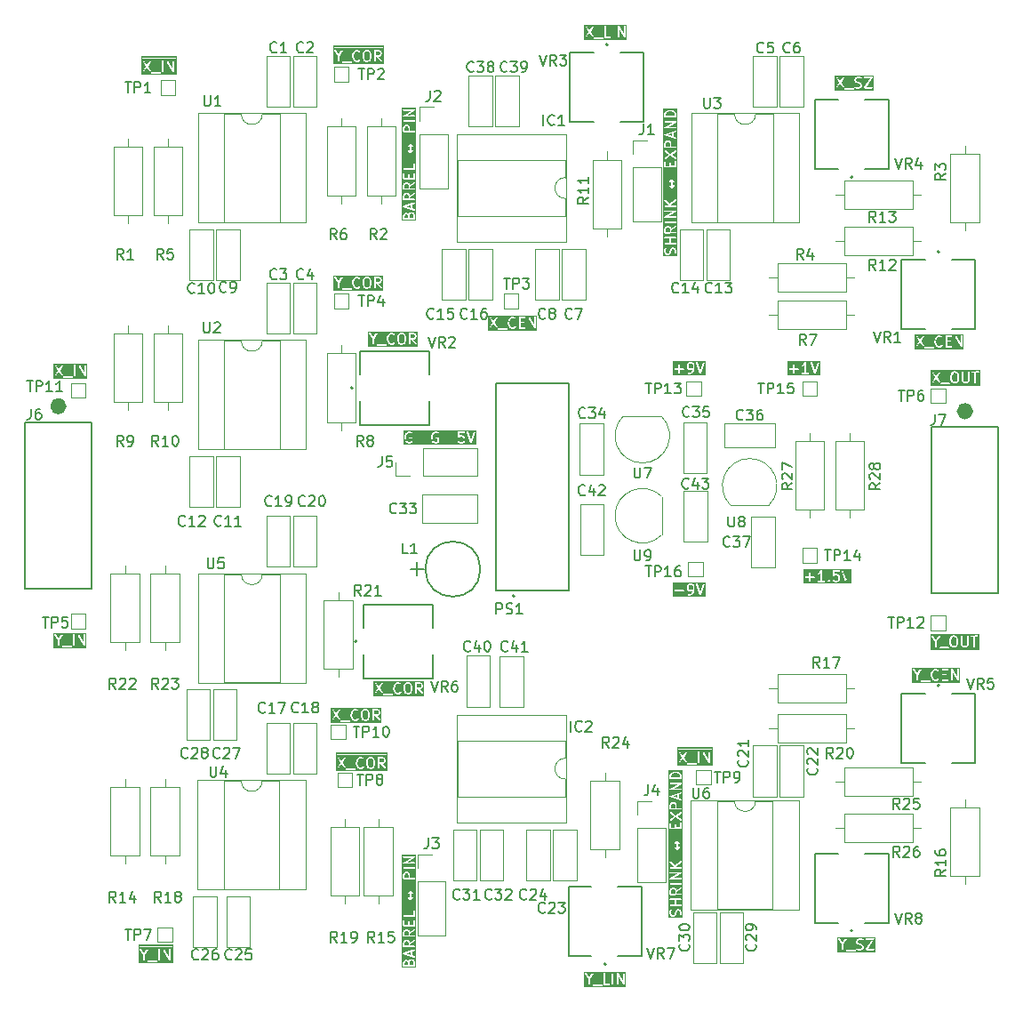
<source format=gbr>
%TF.GenerationSoftware,KiCad,Pcbnew,8.0.3*%
%TF.CreationDate,2024-07-03T16:07:31-06:00*%
%TF.ProjectId,pincushion2,70696e63-7573-4686-996f-6e322e6b6963,rev?*%
%TF.SameCoordinates,Original*%
%TF.FileFunction,Legend,Top*%
%TF.FilePolarity,Positive*%
%FSLAX46Y46*%
G04 Gerber Fmt 4.6, Leading zero omitted, Abs format (unit mm)*
G04 Created by KiCad (PCBNEW 8.0.3) date 2024-07-03 16:07:31*
%MOMM*%
%LPD*%
G01*
G04 APERTURE LIST*
%ADD10C,0.150000*%
%ADD11C,0.120000*%
%ADD12C,0.127000*%
%ADD13C,0.200000*%
%ADD14C,0.800000*%
%ADD15C,0.152400*%
G04 APERTURE END LIST*
D10*
G36*
X30716794Y-58825168D02*
G01*
X27487430Y-58825168D01*
X27487430Y-58624425D01*
X28409506Y-58624425D01*
X28409506Y-58653689D01*
X28420705Y-58680725D01*
X28441397Y-58701417D01*
X28468433Y-58712616D01*
X28483065Y-58714057D01*
X29259601Y-58712616D01*
X29286637Y-58701417D01*
X29307329Y-58680725D01*
X29318528Y-58653689D01*
X29318528Y-58624425D01*
X29307329Y-58597389D01*
X29286637Y-58576697D01*
X29259601Y-58565498D01*
X29244969Y-58564057D01*
X28468433Y-58565498D01*
X28441397Y-58576697D01*
X28420705Y-58597389D01*
X28409506Y-58624425D01*
X27487430Y-58624425D01*
X27487430Y-57543740D01*
X27598541Y-57543740D01*
X27604220Y-57572448D01*
X27611137Y-57585421D01*
X27917590Y-58043924D01*
X27604220Y-58515190D01*
X27598541Y-58543898D01*
X27604280Y-58572592D01*
X27620563Y-58596907D01*
X27644912Y-58613140D01*
X27673620Y-58618819D01*
X27702314Y-58613080D01*
X27726629Y-58596797D01*
X27735945Y-58585421D01*
X28007032Y-58177743D01*
X28287119Y-58596797D01*
X28311434Y-58613080D01*
X28340128Y-58618819D01*
X28368836Y-58613140D01*
X28393185Y-58596907D01*
X28409468Y-58572592D01*
X28415207Y-58543898D01*
X28409528Y-58515190D01*
X28402611Y-58502216D01*
X28096157Y-58043713D01*
X28409528Y-57572448D01*
X28415191Y-57543819D01*
X29408065Y-57543819D01*
X29409506Y-58558451D01*
X29420705Y-58585487D01*
X29441397Y-58606179D01*
X29468433Y-58617378D01*
X29497697Y-58617378D01*
X29524733Y-58606179D01*
X29545425Y-58585487D01*
X29556624Y-58558451D01*
X29558065Y-58543819D01*
X29556645Y-57543819D01*
X29884255Y-57543819D01*
X29885696Y-58558451D01*
X29896895Y-58585487D01*
X29917587Y-58606179D01*
X29944623Y-58617378D01*
X29973887Y-58617378D01*
X30000923Y-58606179D01*
X30021615Y-58585487D01*
X30032814Y-58558451D01*
X30034255Y-58543819D01*
X30033232Y-57823749D01*
X30464579Y-58576448D01*
X30468323Y-58585487D01*
X30471685Y-58588849D01*
X30474075Y-58593019D01*
X30481963Y-58599127D01*
X30489015Y-58606179D01*
X30493433Y-58608009D01*
X30497213Y-58610936D01*
X30506834Y-58613560D01*
X30516051Y-58617378D01*
X30520832Y-58617378D01*
X30525444Y-58618636D01*
X30535341Y-58617378D01*
X30545315Y-58617378D01*
X30549730Y-58615548D01*
X30554474Y-58614946D01*
X30563138Y-58609995D01*
X30572351Y-58606179D01*
X30575729Y-58602800D01*
X30579883Y-58600427D01*
X30585992Y-58592537D01*
X30593043Y-58585487D01*
X30594872Y-58581070D01*
X30597800Y-58577290D01*
X30600424Y-58567666D01*
X30604242Y-58558451D01*
X30604978Y-58550968D01*
X30605500Y-58549058D01*
X30605312Y-58547582D01*
X30605683Y-58543819D01*
X30604242Y-57529187D01*
X30593043Y-57502151D01*
X30572351Y-57481459D01*
X30545315Y-57470260D01*
X30516051Y-57470260D01*
X30489015Y-57481459D01*
X30468323Y-57502151D01*
X30457124Y-57529187D01*
X30455683Y-57543819D01*
X30456705Y-58263888D01*
X30025358Y-57511189D01*
X30021615Y-57502151D01*
X30018252Y-57498788D01*
X30015863Y-57494619D01*
X30007973Y-57488509D01*
X30000923Y-57481459D01*
X29996506Y-57479629D01*
X29992726Y-57476702D01*
X29983102Y-57474077D01*
X29973887Y-57470260D01*
X29969106Y-57470260D01*
X29964494Y-57469002D01*
X29954597Y-57470260D01*
X29944623Y-57470260D01*
X29940207Y-57472089D01*
X29935464Y-57472692D01*
X29926799Y-57477642D01*
X29917587Y-57481459D01*
X29914208Y-57484837D01*
X29910055Y-57487211D01*
X29903945Y-57495100D01*
X29896895Y-57502151D01*
X29895065Y-57506567D01*
X29892138Y-57510348D01*
X29889513Y-57519971D01*
X29885696Y-57529187D01*
X29884959Y-57536669D01*
X29884438Y-57538580D01*
X29884625Y-57540055D01*
X29884255Y-57543819D01*
X29556645Y-57543819D01*
X29556624Y-57529187D01*
X29545425Y-57502151D01*
X29524733Y-57481459D01*
X29497697Y-57470260D01*
X29468433Y-57470260D01*
X29441397Y-57481459D01*
X29420705Y-57502151D01*
X29409506Y-57529187D01*
X29408065Y-57543819D01*
X28415191Y-57543819D01*
X28415207Y-57543740D01*
X28409468Y-57515046D01*
X28393185Y-57490731D01*
X28368836Y-57474498D01*
X28340128Y-57468819D01*
X28311434Y-57474558D01*
X28287119Y-57490841D01*
X28277803Y-57502217D01*
X28006715Y-57909894D01*
X27726629Y-57490841D01*
X27702314Y-57474558D01*
X27673620Y-57468819D01*
X27644912Y-57474498D01*
X27620563Y-57490731D01*
X27604280Y-57515046D01*
X27598541Y-57543740D01*
X27487430Y-57543740D01*
X27487430Y-57357708D01*
X30716794Y-57357708D01*
X30716794Y-58825168D01*
G37*
G36*
X38886211Y-114451168D02*
G01*
X35567830Y-114451168D01*
X35567830Y-114250425D01*
X36442268Y-114250425D01*
X36442268Y-114279689D01*
X36453467Y-114306725D01*
X36474159Y-114327417D01*
X36501195Y-114338616D01*
X36515827Y-114340057D01*
X37292363Y-114338616D01*
X37319399Y-114327417D01*
X37340091Y-114306725D01*
X37351290Y-114279689D01*
X37351290Y-114250425D01*
X37340091Y-114223389D01*
X37319399Y-114202697D01*
X37292363Y-114191498D01*
X37277731Y-114190057D01*
X36501195Y-114191498D01*
X36474159Y-114202697D01*
X36453467Y-114223389D01*
X36442268Y-114250425D01*
X35567830Y-114250425D01*
X35567830Y-113168145D01*
X35678941Y-113168145D01*
X35684008Y-113196967D01*
X35690647Y-113210085D01*
X36012311Y-113713036D01*
X36013696Y-114184451D01*
X36024895Y-114211487D01*
X36045587Y-114232179D01*
X36072623Y-114243378D01*
X36101887Y-114243378D01*
X36128923Y-114232179D01*
X36149615Y-114211487D01*
X36160814Y-114184451D01*
X36162255Y-114169819D01*
X36160926Y-113717473D01*
X36490503Y-113196966D01*
X36495275Y-113169819D01*
X37440827Y-113169819D01*
X37442268Y-114184451D01*
X37453467Y-114211487D01*
X37474159Y-114232179D01*
X37501195Y-114243378D01*
X37530459Y-114243378D01*
X37557495Y-114232179D01*
X37578187Y-114211487D01*
X37589386Y-114184451D01*
X37590827Y-114169819D01*
X37589407Y-113169819D01*
X37917017Y-113169819D01*
X37918458Y-114184451D01*
X37929657Y-114211487D01*
X37950349Y-114232179D01*
X37977385Y-114243378D01*
X38006649Y-114243378D01*
X38033685Y-114232179D01*
X38054377Y-114211487D01*
X38065576Y-114184451D01*
X38067017Y-114169819D01*
X38065994Y-113449749D01*
X38497341Y-114202448D01*
X38501085Y-114211487D01*
X38504447Y-114214849D01*
X38506837Y-114219019D01*
X38514725Y-114225127D01*
X38521777Y-114232179D01*
X38526195Y-114234009D01*
X38529975Y-114236936D01*
X38539596Y-114239560D01*
X38548813Y-114243378D01*
X38553594Y-114243378D01*
X38558206Y-114244636D01*
X38568103Y-114243378D01*
X38578077Y-114243378D01*
X38582492Y-114241548D01*
X38587236Y-114240946D01*
X38595900Y-114235995D01*
X38605113Y-114232179D01*
X38608491Y-114228800D01*
X38612645Y-114226427D01*
X38618754Y-114218537D01*
X38625805Y-114211487D01*
X38627634Y-114207070D01*
X38630562Y-114203290D01*
X38633186Y-114193666D01*
X38637004Y-114184451D01*
X38637740Y-114176968D01*
X38638262Y-114175058D01*
X38638074Y-114173582D01*
X38638445Y-114169819D01*
X38637004Y-113155187D01*
X38625805Y-113128151D01*
X38605113Y-113107459D01*
X38578077Y-113096260D01*
X38548813Y-113096260D01*
X38521777Y-113107459D01*
X38501085Y-113128151D01*
X38489886Y-113155187D01*
X38488445Y-113169819D01*
X38489467Y-113889888D01*
X38058120Y-113137189D01*
X38054377Y-113128151D01*
X38051014Y-113124788D01*
X38048625Y-113120619D01*
X38040735Y-113114509D01*
X38033685Y-113107459D01*
X38029268Y-113105629D01*
X38025488Y-113102702D01*
X38015864Y-113100077D01*
X38006649Y-113096260D01*
X38001868Y-113096260D01*
X37997256Y-113095002D01*
X37987359Y-113096260D01*
X37977385Y-113096260D01*
X37972969Y-113098089D01*
X37968226Y-113098692D01*
X37959561Y-113103642D01*
X37950349Y-113107459D01*
X37946970Y-113110837D01*
X37942817Y-113113211D01*
X37936707Y-113121100D01*
X37929657Y-113128151D01*
X37927827Y-113132567D01*
X37924900Y-113136348D01*
X37922275Y-113145971D01*
X37918458Y-113155187D01*
X37917721Y-113162669D01*
X37917200Y-113164580D01*
X37917387Y-113166055D01*
X37917017Y-113169819D01*
X37589407Y-113169819D01*
X37589386Y-113155187D01*
X37578187Y-113128151D01*
X37557495Y-113107459D01*
X37530459Y-113096260D01*
X37501195Y-113096260D01*
X37474159Y-113107459D01*
X37453467Y-113128151D01*
X37442268Y-113155187D01*
X37440827Y-113169819D01*
X36495275Y-113169819D01*
X36495569Y-113168145D01*
X36489221Y-113139579D01*
X36472425Y-113115615D01*
X36447736Y-113099904D01*
X36418914Y-113094838D01*
X36390348Y-113101186D01*
X36366385Y-113117982D01*
X36357313Y-113129553D01*
X36087775Y-113555240D01*
X35808125Y-113117983D01*
X35784162Y-113101186D01*
X35755596Y-113094838D01*
X35726774Y-113099905D01*
X35702086Y-113115616D01*
X35685289Y-113139579D01*
X35678941Y-113168145D01*
X35567830Y-113168145D01*
X35567830Y-112877568D01*
X35685125Y-112877568D01*
X35685125Y-112906832D01*
X35696324Y-112933868D01*
X35717016Y-112954560D01*
X35744052Y-112965759D01*
X35758684Y-112967200D01*
X38716173Y-112965759D01*
X38743209Y-112954560D01*
X38763901Y-112933868D01*
X38775100Y-112906832D01*
X38775100Y-112877568D01*
X38763901Y-112850532D01*
X38743209Y-112829840D01*
X38716173Y-112818641D01*
X38701541Y-112817200D01*
X35744052Y-112818641D01*
X35717016Y-112829840D01*
X35696324Y-112850532D01*
X35685125Y-112877568D01*
X35567830Y-112877568D01*
X35567830Y-112706089D01*
X38886211Y-112706089D01*
X38886211Y-114451168D01*
G37*
G36*
X88317041Y-78478871D02*
G01*
X88348368Y-78509115D01*
X88383739Y-78577803D01*
X88384481Y-78781521D01*
X88351631Y-78849223D01*
X88321386Y-78880551D01*
X88252595Y-78915975D01*
X88097426Y-78917065D01*
X88028897Y-78883814D01*
X87997569Y-78853569D01*
X87962166Y-78784818D01*
X87961010Y-78582082D01*
X87994307Y-78513460D01*
X88024551Y-78482133D01*
X88093342Y-78446709D01*
X88248511Y-78445619D01*
X88317041Y-78478871D01*
G37*
G36*
X89596586Y-79557930D02*
G01*
X86512109Y-79557930D01*
X86512109Y-78976234D01*
X86623220Y-78976234D01*
X86623220Y-79005498D01*
X86634419Y-79032534D01*
X86655111Y-79053226D01*
X86682147Y-79064425D01*
X86696779Y-79065866D01*
X87473316Y-79064425D01*
X87500352Y-79053226D01*
X87521044Y-79032534D01*
X87532243Y-79005498D01*
X87532243Y-78976234D01*
X87521044Y-78949198D01*
X87500352Y-78928506D01*
X87473316Y-78917307D01*
X87458684Y-78915866D01*
X86682147Y-78917307D01*
X86655111Y-78928506D01*
X86634419Y-78949198D01*
X86623220Y-78976234D01*
X86512109Y-78976234D01*
X86512109Y-78562295D01*
X87812255Y-78562295D01*
X87813547Y-78788899D01*
X87812844Y-78791009D01*
X87813621Y-78801951D01*
X87813696Y-78815022D01*
X87814727Y-78817511D01*
X87814918Y-78820199D01*
X87820173Y-78833931D01*
X87868865Y-78928487D01*
X87872514Y-78937296D01*
X87874896Y-78940198D01*
X87875624Y-78941612D01*
X87877122Y-78942911D01*
X87881841Y-78948661D01*
X87930876Y-78996002D01*
X87936509Y-79002497D01*
X87939654Y-79004476D01*
X87940825Y-79005607D01*
X87942652Y-79006364D01*
X87948952Y-79010329D01*
X88034841Y-79052004D01*
X88036063Y-79053226D01*
X88044922Y-79056895D01*
X88057921Y-79063203D01*
X88060610Y-79063394D01*
X88063099Y-79064425D01*
X88077731Y-79065866D01*
X88256818Y-79064607D01*
X88258826Y-79065277D01*
X88269498Y-79064518D01*
X88282839Y-79064425D01*
X88285328Y-79063393D01*
X88288016Y-79063203D01*
X88301748Y-79057948D01*
X88361079Y-79027395D01*
X88343430Y-79100096D01*
X88261889Y-79224482D01*
X88226147Y-79261504D01*
X88157357Y-79296928D01*
X87967861Y-79298260D01*
X87940825Y-79309459D01*
X87920133Y-79330151D01*
X87908934Y-79357187D01*
X87908934Y-79386451D01*
X87920133Y-79413487D01*
X87940825Y-79434179D01*
X87967861Y-79445378D01*
X87982493Y-79446819D01*
X88161580Y-79445560D01*
X88163588Y-79446230D01*
X88174260Y-79445471D01*
X88187601Y-79445378D01*
X88190090Y-79444346D01*
X88192778Y-79444156D01*
X88206510Y-79438901D01*
X88301064Y-79390209D01*
X88309875Y-79386560D01*
X88312777Y-79384177D01*
X88314191Y-79383450D01*
X88315491Y-79381950D01*
X88321241Y-79377232D01*
X88364254Y-79332678D01*
X88368914Y-79329558D01*
X88378124Y-79318311D01*
X88378187Y-79318247D01*
X88378196Y-79318223D01*
X88378230Y-79318183D01*
X88472572Y-79174269D01*
X88478878Y-79165759D01*
X88479749Y-79163321D01*
X88480385Y-79162351D01*
X88480743Y-79160536D01*
X88483825Y-79151913D01*
X88529065Y-78965547D01*
X88532242Y-78957879D01*
X88533139Y-78948764D01*
X88533594Y-78946893D01*
X88533431Y-78945800D01*
X88533683Y-78943247D01*
X88532337Y-78573943D01*
X88533094Y-78571675D01*
X88532288Y-78560333D01*
X88532242Y-78547663D01*
X88531211Y-78545174D01*
X88531020Y-78542485D01*
X88525765Y-78528754D01*
X88477073Y-78434199D01*
X88473424Y-78425389D01*
X88471041Y-78422486D01*
X88470314Y-78421073D01*
X88468815Y-78419773D01*
X88464097Y-78414024D01*
X88430097Y-78381199D01*
X88669987Y-78381199D01*
X88673247Y-78395536D01*
X89005024Y-79386413D01*
X89005395Y-79391629D01*
X89009559Y-79399959D01*
X89012574Y-79408961D01*
X89016084Y-79413008D01*
X89018481Y-79417802D01*
X89025589Y-79423967D01*
X89031748Y-79431068D01*
X89036537Y-79433462D01*
X89040588Y-79436976D01*
X89049513Y-79439950D01*
X89057921Y-79444155D01*
X89063265Y-79444534D01*
X89068351Y-79446230D01*
X89077731Y-79445563D01*
X89087111Y-79446230D01*
X89092196Y-79444534D01*
X89097541Y-79444155D01*
X89105951Y-79439949D01*
X89114873Y-79436976D01*
X89118920Y-79433465D01*
X89123714Y-79431069D01*
X89129877Y-79423963D01*
X89136981Y-79417802D01*
X89139376Y-79413010D01*
X89142888Y-79408962D01*
X89148882Y-79395536D01*
X89485475Y-78381200D01*
X89483400Y-78352010D01*
X89470314Y-78325836D01*
X89448206Y-78306662D01*
X89420444Y-78297408D01*
X89391254Y-78299483D01*
X89365081Y-78312570D01*
X89345907Y-78334677D01*
X89339913Y-78348102D01*
X89078163Y-79136895D01*
X88809555Y-78334676D01*
X88790381Y-78312569D01*
X88764208Y-78299483D01*
X88735018Y-78297408D01*
X88707255Y-78306662D01*
X88685148Y-78325836D01*
X88672062Y-78352009D01*
X88669987Y-78381199D01*
X88430097Y-78381199D01*
X88415061Y-78366682D01*
X88409429Y-78360188D01*
X88406283Y-78358208D01*
X88405113Y-78357078D01*
X88403285Y-78356320D01*
X88396986Y-78352356D01*
X88311097Y-78310681D01*
X88309875Y-78309459D01*
X88301009Y-78305786D01*
X88288016Y-78299482D01*
X88285328Y-78299291D01*
X88282839Y-78298260D01*
X88268207Y-78296819D01*
X88089118Y-78298077D01*
X88087111Y-78297408D01*
X88076438Y-78298166D01*
X88063099Y-78298260D01*
X88060610Y-78299290D01*
X88057921Y-78299482D01*
X88044190Y-78304737D01*
X87949635Y-78353428D01*
X87940825Y-78357078D01*
X87937922Y-78359460D01*
X87936509Y-78360188D01*
X87935209Y-78361686D01*
X87929460Y-78366405D01*
X87882118Y-78415440D01*
X87875624Y-78421073D01*
X87873644Y-78424218D01*
X87872514Y-78425389D01*
X87871756Y-78427216D01*
X87867792Y-78433516D01*
X87826117Y-78519404D01*
X87824895Y-78520627D01*
X87821222Y-78529492D01*
X87814918Y-78542486D01*
X87814727Y-78545173D01*
X87813696Y-78547663D01*
X87812255Y-78562295D01*
X86512109Y-78562295D01*
X86512109Y-78185708D01*
X89596586Y-78185708D01*
X89596586Y-79557930D01*
G37*
G36*
X105773747Y-113435168D02*
G01*
X102115830Y-113435168D01*
X102115830Y-113234425D01*
X102990268Y-113234425D01*
X102990268Y-113263689D01*
X103001467Y-113290725D01*
X103022159Y-113311417D01*
X103049195Y-113322616D01*
X103063827Y-113324057D01*
X103840363Y-113322616D01*
X103867399Y-113311417D01*
X103888091Y-113290725D01*
X103899290Y-113263689D01*
X103899290Y-113234425D01*
X103888091Y-113207389D01*
X103867399Y-113186697D01*
X103840363Y-113175498D01*
X103825731Y-113174057D01*
X103049195Y-113175498D01*
X103022159Y-113186697D01*
X103001467Y-113207389D01*
X102990268Y-113234425D01*
X102115830Y-113234425D01*
X102115830Y-112152145D01*
X102226941Y-112152145D01*
X102232008Y-112180967D01*
X102238647Y-112194085D01*
X102560311Y-112697036D01*
X102561696Y-113168451D01*
X102572895Y-113195487D01*
X102593587Y-113216179D01*
X102620623Y-113227378D01*
X102649887Y-113227378D01*
X102676923Y-113216179D01*
X102697615Y-113195487D01*
X102708814Y-113168451D01*
X102710255Y-113153819D01*
X102708926Y-112701473D01*
X102935086Y-112344295D01*
X103941208Y-112344295D01*
X103942313Y-112428601D01*
X103941797Y-112430152D01*
X103942455Y-112439421D01*
X103942649Y-112454165D01*
X103943680Y-112456654D01*
X103943871Y-112459342D01*
X103949126Y-112473074D01*
X103997818Y-112567630D01*
X104001467Y-112576439D01*
X104003849Y-112579341D01*
X104004577Y-112580755D01*
X104006075Y-112582054D01*
X104010794Y-112587804D01*
X104059829Y-112635145D01*
X104065462Y-112641640D01*
X104068607Y-112643619D01*
X104069778Y-112644750D01*
X104071605Y-112645507D01*
X104077905Y-112649472D01*
X104169137Y-112693740D01*
X104174648Y-112697823D01*
X104185663Y-112701758D01*
X104186874Y-112702346D01*
X104187414Y-112702384D01*
X104188494Y-112702770D01*
X104365977Y-112745854D01*
X104445994Y-112784680D01*
X104477321Y-112814924D01*
X104512843Y-112883905D01*
X104513632Y-112944066D01*
X104480584Y-113012175D01*
X104450338Y-113043504D01*
X104381588Y-113078907D01*
X104174807Y-113080086D01*
X104025588Y-113031789D01*
X103996398Y-113033864D01*
X103970225Y-113046950D01*
X103951051Y-113069057D01*
X103941797Y-113096820D01*
X103943872Y-113126010D01*
X103956958Y-113152183D01*
X103979065Y-113171357D01*
X103992491Y-113177351D01*
X104135072Y-113223500D01*
X104144433Y-113227378D01*
X104148196Y-113227748D01*
X104149684Y-113228230D01*
X104151658Y-113228089D01*
X104159065Y-113228819D01*
X104385669Y-113227526D01*
X104387779Y-113228230D01*
X104398721Y-113227452D01*
X104411792Y-113227378D01*
X104414281Y-113226346D01*
X104416969Y-113226156D01*
X104430701Y-113220901D01*
X104525255Y-113172209D01*
X104534066Y-113168560D01*
X104536968Y-113166177D01*
X104538382Y-113165450D01*
X104539682Y-113163950D01*
X104545432Y-113159232D01*
X104550582Y-113153898D01*
X104845970Y-113153898D01*
X104847411Y-113161102D01*
X104847411Y-113168451D01*
X104850252Y-113175311D01*
X104851709Y-113182592D01*
X104855797Y-113188697D01*
X104858610Y-113195487D01*
X104863860Y-113200737D01*
X104867992Y-113206907D01*
X104874106Y-113210983D01*
X104879302Y-113216179D01*
X104886162Y-113219020D01*
X104892341Y-113223140D01*
X104899549Y-113224565D01*
X104906338Y-113227378D01*
X104920970Y-113228819D01*
X104921048Y-113228818D01*
X104921049Y-113228819D01*
X104921049Y-113228818D01*
X105602268Y-113227378D01*
X105629304Y-113216179D01*
X105649996Y-113195487D01*
X105661195Y-113168451D01*
X105661195Y-113139187D01*
X105649996Y-113112151D01*
X105629304Y-113091459D01*
X105602268Y-113080260D01*
X105587636Y-113078819D01*
X105060167Y-113079934D01*
X105644894Y-112200588D01*
X105649996Y-112195487D01*
X105652819Y-112188669D01*
X105656957Y-112182448D01*
X105658382Y-112175239D01*
X105661195Y-112168451D01*
X105661195Y-112161024D01*
X105662636Y-112153740D01*
X105661195Y-112146535D01*
X105661195Y-112139187D01*
X105658353Y-112132326D01*
X105656897Y-112125046D01*
X105652808Y-112118940D01*
X105649996Y-112112151D01*
X105644745Y-112106900D01*
X105640614Y-112100731D01*
X105634499Y-112096654D01*
X105629304Y-112091459D01*
X105622443Y-112088617D01*
X105616265Y-112084498D01*
X105609056Y-112083072D01*
X105602268Y-112080260D01*
X105587636Y-112078819D01*
X105587557Y-112078819D01*
X105587556Y-112078819D01*
X104906338Y-112080260D01*
X104879302Y-112091459D01*
X104858610Y-112112151D01*
X104847411Y-112139187D01*
X104847411Y-112168451D01*
X104858610Y-112195487D01*
X104879302Y-112216179D01*
X104906338Y-112227378D01*
X104920970Y-112228819D01*
X105448438Y-112227703D01*
X104863711Y-113107049D01*
X104858610Y-113112151D01*
X104855786Y-113118968D01*
X104851649Y-113125190D01*
X104850223Y-113132398D01*
X104847411Y-113139187D01*
X104847411Y-113146613D01*
X104845970Y-113153898D01*
X104550582Y-113153898D01*
X104592773Y-113110195D01*
X104599267Y-113104564D01*
X104601246Y-113101418D01*
X104602378Y-113100247D01*
X104603135Y-113098417D01*
X104607099Y-113092121D01*
X104648774Y-113006231D01*
X104649996Y-113005010D01*
X104653665Y-112996150D01*
X104659973Y-112983152D01*
X104660164Y-112980462D01*
X104661195Y-112977974D01*
X104662636Y-112963342D01*
X104661530Y-112879034D01*
X104662047Y-112877484D01*
X104661388Y-112868213D01*
X104661195Y-112853472D01*
X104660164Y-112850983D01*
X104659973Y-112848294D01*
X104654718Y-112834563D01*
X104606026Y-112740008D01*
X104602377Y-112731198D01*
X104599994Y-112728295D01*
X104599267Y-112726882D01*
X104597768Y-112725582D01*
X104593050Y-112719833D01*
X104544014Y-112672491D01*
X104538382Y-112665997D01*
X104535236Y-112664017D01*
X104534066Y-112662887D01*
X104532238Y-112662129D01*
X104525939Y-112658165D01*
X104434707Y-112613898D01*
X104429196Y-112609814D01*
X104418176Y-112605876D01*
X104416969Y-112605291D01*
X104416429Y-112605252D01*
X104415350Y-112604867D01*
X104237866Y-112561782D01*
X104157850Y-112522957D01*
X104126522Y-112492712D01*
X104091000Y-112423731D01*
X104090211Y-112363570D01*
X104123260Y-112295460D01*
X104153504Y-112264133D01*
X104222255Y-112228730D01*
X104429036Y-112227551D01*
X104578255Y-112275849D01*
X104607445Y-112273774D01*
X104633619Y-112260688D01*
X104652793Y-112238580D01*
X104662047Y-112210818D01*
X104659972Y-112181628D01*
X104646885Y-112155455D01*
X104624778Y-112136281D01*
X104611353Y-112130287D01*
X104468774Y-112084138D01*
X104459411Y-112080260D01*
X104455645Y-112079889D01*
X104454159Y-112079408D01*
X104452184Y-112079548D01*
X104444779Y-112078819D01*
X104218173Y-112080111D01*
X104216064Y-112079408D01*
X104205121Y-112080185D01*
X104192052Y-112080260D01*
X104189563Y-112081290D01*
X104186874Y-112081482D01*
X104173143Y-112086737D01*
X104078588Y-112135428D01*
X104069778Y-112139078D01*
X104066875Y-112141460D01*
X104065462Y-112142188D01*
X104064162Y-112143686D01*
X104058413Y-112148405D01*
X104011071Y-112197440D01*
X104004577Y-112203073D01*
X104002597Y-112206218D01*
X104001467Y-112207389D01*
X104000709Y-112209216D01*
X103996745Y-112215516D01*
X103955070Y-112301404D01*
X103953848Y-112302627D01*
X103950175Y-112311492D01*
X103943871Y-112324486D01*
X103943680Y-112327173D01*
X103942649Y-112329663D01*
X103941208Y-112344295D01*
X102935086Y-112344295D01*
X103038503Y-112180966D01*
X103043569Y-112152145D01*
X103037221Y-112123579D01*
X103020425Y-112099615D01*
X102995736Y-112083904D01*
X102966914Y-112078838D01*
X102938348Y-112085186D01*
X102914385Y-112101982D01*
X102905313Y-112113553D01*
X102635775Y-112539240D01*
X102356125Y-112101983D01*
X102332162Y-112085186D01*
X102303596Y-112078838D01*
X102274774Y-112083905D01*
X102250086Y-112099616D01*
X102233289Y-112123579D01*
X102226941Y-112152145D01*
X102115830Y-112152145D01*
X102115830Y-111967708D01*
X105773747Y-111967708D01*
X105773747Y-113435168D01*
G37*
G36*
X86627986Y-107434844D02*
G01*
X86659313Y-107465088D01*
X86694684Y-107533776D01*
X86695144Y-107659927D01*
X86694646Y-107662750D01*
X86695162Y-107665083D01*
X86695745Y-107825001D01*
X86320550Y-107825534D01*
X86319503Y-107538200D01*
X86352871Y-107469433D01*
X86383115Y-107438106D01*
X86451972Y-107402648D01*
X86559604Y-107401663D01*
X86627986Y-107434844D01*
G37*
G36*
X86627986Y-99291987D02*
G01*
X86659313Y-99322231D01*
X86694684Y-99390919D01*
X86695745Y-99682144D01*
X86320550Y-99682677D01*
X86319503Y-99395343D01*
X86352871Y-99326576D01*
X86383115Y-99295249D01*
X86451972Y-99259791D01*
X86559604Y-99258806D01*
X86627986Y-99291987D01*
G37*
G36*
X86886199Y-98700864D02*
G01*
X86480742Y-98566319D01*
X86885406Y-98430824D01*
X86886199Y-98700864D01*
G37*
G36*
X86976540Y-96396018D02*
G01*
X87056350Y-96434744D01*
X87132076Y-96509021D01*
X87170867Y-96622098D01*
X87171749Y-96776706D01*
X86320398Y-96777915D01*
X86319551Y-96629248D01*
X86357290Y-96512652D01*
X86430080Y-96438443D01*
X86505215Y-96399752D01*
X86678645Y-96355134D01*
X86803417Y-96353992D01*
X86976540Y-96396018D01*
G37*
G36*
X87431930Y-110132950D02*
G01*
X86059708Y-110132950D01*
X86059708Y-109518268D01*
X86170819Y-109518268D01*
X86172111Y-109744872D01*
X86171408Y-109746982D01*
X86172185Y-109757924D01*
X86172260Y-109770995D01*
X86173291Y-109773484D01*
X86173482Y-109776172D01*
X86178737Y-109789904D01*
X86227429Y-109884460D01*
X86231078Y-109893269D01*
X86233460Y-109896171D01*
X86234188Y-109897585D01*
X86235686Y-109898884D01*
X86240405Y-109904634D01*
X86289440Y-109951975D01*
X86295073Y-109958470D01*
X86298218Y-109960449D01*
X86299389Y-109961580D01*
X86301216Y-109962337D01*
X86307516Y-109966302D01*
X86393405Y-110007977D01*
X86394627Y-110009199D01*
X86403486Y-110012868D01*
X86416485Y-110019176D01*
X86419174Y-110019367D01*
X86421663Y-110020398D01*
X86436295Y-110021839D01*
X86520601Y-110020733D01*
X86522152Y-110021250D01*
X86531421Y-110020591D01*
X86546165Y-110020398D01*
X86548654Y-110019366D01*
X86551342Y-110019176D01*
X86565074Y-110013921D01*
X86659630Y-109965228D01*
X86668439Y-109961580D01*
X86671341Y-109959197D01*
X86672755Y-109958470D01*
X86674054Y-109956971D01*
X86679804Y-109952253D01*
X86727145Y-109903217D01*
X86733640Y-109897585D01*
X86735619Y-109894439D01*
X86736750Y-109893269D01*
X86737507Y-109891441D01*
X86741472Y-109885142D01*
X86785740Y-109793909D01*
X86789823Y-109788399D01*
X86793758Y-109777383D01*
X86794346Y-109776173D01*
X86794384Y-109775632D01*
X86794770Y-109774553D01*
X86837854Y-109597069D01*
X86876680Y-109517052D01*
X86906924Y-109485725D01*
X86975905Y-109450203D01*
X87036066Y-109449414D01*
X87104176Y-109482463D01*
X87135504Y-109512708D01*
X87170907Y-109581458D01*
X87172086Y-109788239D01*
X87123789Y-109937459D01*
X87125864Y-109966649D01*
X87138950Y-109992822D01*
X87161057Y-110011996D01*
X87188820Y-110021250D01*
X87218010Y-110019175D01*
X87244183Y-110006089D01*
X87263357Y-109983982D01*
X87269351Y-109970556D01*
X87315500Y-109827974D01*
X87319378Y-109818614D01*
X87319748Y-109814850D01*
X87320230Y-109813363D01*
X87320089Y-109811388D01*
X87320819Y-109803982D01*
X87319526Y-109577376D01*
X87320230Y-109575267D01*
X87319452Y-109564324D01*
X87319378Y-109551255D01*
X87318347Y-109548766D01*
X87318156Y-109546077D01*
X87312901Y-109532346D01*
X87264209Y-109437791D01*
X87260560Y-109428981D01*
X87258177Y-109426078D01*
X87257450Y-109424665D01*
X87255950Y-109423364D01*
X87251232Y-109417615D01*
X87202195Y-109370273D01*
X87196564Y-109363780D01*
X87193418Y-109361800D01*
X87192247Y-109360669D01*
X87190417Y-109359911D01*
X87184121Y-109355948D01*
X87098232Y-109314273D01*
X87097010Y-109313051D01*
X87088144Y-109309378D01*
X87075151Y-109303074D01*
X87072463Y-109302883D01*
X87069974Y-109301852D01*
X87055342Y-109300411D01*
X86971034Y-109301516D01*
X86969484Y-109301000D01*
X86960213Y-109301658D01*
X86945472Y-109301852D01*
X86942983Y-109302882D01*
X86940294Y-109303074D01*
X86926563Y-109308329D01*
X86832008Y-109357020D01*
X86823198Y-109360670D01*
X86820295Y-109363052D01*
X86818882Y-109363780D01*
X86817582Y-109365278D01*
X86811833Y-109369997D01*
X86764491Y-109419032D01*
X86757997Y-109424665D01*
X86756017Y-109427810D01*
X86754887Y-109428981D01*
X86754129Y-109430808D01*
X86750165Y-109437108D01*
X86705898Y-109528339D01*
X86701814Y-109533851D01*
X86697876Y-109544870D01*
X86697291Y-109546078D01*
X86697252Y-109546617D01*
X86696867Y-109547697D01*
X86653782Y-109725180D01*
X86614957Y-109805196D01*
X86584712Y-109836524D01*
X86515731Y-109872046D01*
X86455570Y-109872835D01*
X86387461Y-109839787D01*
X86356133Y-109809542D01*
X86320730Y-109740791D01*
X86319551Y-109534010D01*
X86367849Y-109384792D01*
X86365774Y-109355602D01*
X86352688Y-109329428D01*
X86330580Y-109310254D01*
X86302818Y-109301000D01*
X86273628Y-109303075D01*
X86247455Y-109316162D01*
X86228281Y-109338269D01*
X86222287Y-109351694D01*
X86176138Y-109494272D01*
X86172260Y-109503636D01*
X86171889Y-109507401D01*
X86171408Y-109508888D01*
X86171548Y-109510862D01*
X86170819Y-109518268D01*
X86059708Y-109518268D01*
X86059708Y-108360779D01*
X86172260Y-108360779D01*
X86172260Y-108390043D01*
X86183459Y-108417079D01*
X86204151Y-108437771D01*
X86231187Y-108448970D01*
X86245819Y-108450411D01*
X86647192Y-108449840D01*
X86648231Y-108872687D01*
X86231187Y-108873280D01*
X86204151Y-108884479D01*
X86183459Y-108905171D01*
X86172260Y-108932207D01*
X86172260Y-108961471D01*
X86183459Y-108988507D01*
X86204151Y-109009199D01*
X86231187Y-109020398D01*
X86245819Y-109021839D01*
X87260451Y-109020398D01*
X87287487Y-109009199D01*
X87308179Y-108988507D01*
X87319378Y-108961471D01*
X87319378Y-108932207D01*
X87308179Y-108905171D01*
X87287487Y-108884479D01*
X87260451Y-108873280D01*
X87245819Y-108871839D01*
X86796826Y-108872476D01*
X86795786Y-108449629D01*
X87260451Y-108448970D01*
X87287487Y-108437771D01*
X87308179Y-108417079D01*
X87319378Y-108390043D01*
X87319378Y-108360779D01*
X87308179Y-108333743D01*
X87287487Y-108313051D01*
X87260451Y-108301852D01*
X87245819Y-108300411D01*
X86231187Y-108301852D01*
X86204151Y-108313051D01*
X86183459Y-108333743D01*
X86172260Y-108360779D01*
X86059708Y-108360779D01*
X86059708Y-107518268D01*
X86170819Y-107518268D01*
X86172260Y-107913852D01*
X86183459Y-107940888D01*
X86204151Y-107961580D01*
X86231187Y-107972779D01*
X86245819Y-107974220D01*
X87260451Y-107972779D01*
X87287487Y-107961580D01*
X87308179Y-107940888D01*
X87319378Y-107913852D01*
X87319378Y-107884588D01*
X87308179Y-107857552D01*
X87287487Y-107836860D01*
X87260451Y-107825661D01*
X87245819Y-107824220D01*
X86844356Y-107824790D01*
X86843904Y-107700567D01*
X87299989Y-107379663D01*
X87315716Y-107354984D01*
X87320802Y-107326167D01*
X87314472Y-107297596D01*
X87297690Y-107273622D01*
X87273012Y-107257895D01*
X87244194Y-107252810D01*
X87215623Y-107259139D01*
X87202810Y-107266349D01*
X86843439Y-107519205D01*
X86843233Y-107516306D01*
X86843187Y-107503636D01*
X86842156Y-107501147D01*
X86841965Y-107498458D01*
X86836710Y-107484727D01*
X86788018Y-107390172D01*
X86784369Y-107381362D01*
X86781986Y-107378459D01*
X86781259Y-107377046D01*
X86779760Y-107375746D01*
X86775042Y-107369997D01*
X86726006Y-107322655D01*
X86720374Y-107316161D01*
X86717228Y-107314181D01*
X86716058Y-107313051D01*
X86714230Y-107312293D01*
X86707931Y-107308329D01*
X86622042Y-107266654D01*
X86620820Y-107265432D01*
X86611954Y-107261759D01*
X86598961Y-107255455D01*
X86596273Y-107255264D01*
X86593784Y-107254233D01*
X86579152Y-107252792D01*
X86447521Y-107253996D01*
X86445675Y-107253381D01*
X86435460Y-107254106D01*
X86421663Y-107254233D01*
X86419174Y-107255263D01*
X86416485Y-107255455D01*
X86402754Y-107260710D01*
X86308199Y-107309401D01*
X86299389Y-107313051D01*
X86296486Y-107315433D01*
X86295073Y-107316161D01*
X86293773Y-107317659D01*
X86288024Y-107322378D01*
X86240682Y-107371413D01*
X86234188Y-107377046D01*
X86232208Y-107380191D01*
X86231078Y-107381362D01*
X86230320Y-107383189D01*
X86226356Y-107389489D01*
X86184681Y-107475377D01*
X86183459Y-107476600D01*
X86179786Y-107485465D01*
X86173482Y-107498459D01*
X86173291Y-107501146D01*
X86172260Y-107503636D01*
X86170819Y-107518268D01*
X86059708Y-107518268D01*
X86059708Y-106884588D01*
X86172260Y-106884588D01*
X86172260Y-106913852D01*
X86183459Y-106940888D01*
X86204151Y-106961580D01*
X86231187Y-106972779D01*
X86245819Y-106974220D01*
X87260451Y-106972779D01*
X87287487Y-106961580D01*
X87308179Y-106940888D01*
X87319378Y-106913852D01*
X87319378Y-106884588D01*
X87308179Y-106857552D01*
X87287487Y-106836860D01*
X87260451Y-106825661D01*
X87245819Y-106824220D01*
X86231187Y-106825661D01*
X86204151Y-106836860D01*
X86183459Y-106857552D01*
X86172260Y-106884588D01*
X86059708Y-106884588D01*
X86059708Y-106417791D01*
X86171002Y-106417791D01*
X86172260Y-106427687D01*
X86172260Y-106437662D01*
X86174089Y-106442077D01*
X86174692Y-106446821D01*
X86179642Y-106455485D01*
X86183459Y-106464698D01*
X86186837Y-106468076D01*
X86189211Y-106472230D01*
X86197100Y-106478339D01*
X86204151Y-106485390D01*
X86208567Y-106487219D01*
X86212348Y-106490147D01*
X86221971Y-106492771D01*
X86231187Y-106496589D01*
X86238669Y-106497325D01*
X86240580Y-106497847D01*
X86242055Y-106497659D01*
X86245819Y-106498030D01*
X87260451Y-106496589D01*
X87287487Y-106485390D01*
X87308179Y-106464698D01*
X87319378Y-106437662D01*
X87319378Y-106408398D01*
X87308179Y-106381362D01*
X87287487Y-106360670D01*
X87260451Y-106349471D01*
X87245819Y-106348030D01*
X86525749Y-106349052D01*
X87278448Y-105917705D01*
X87287487Y-105913962D01*
X87290849Y-105910599D01*
X87295019Y-105908210D01*
X87301127Y-105900321D01*
X87308179Y-105893270D01*
X87310009Y-105888851D01*
X87312936Y-105885072D01*
X87315560Y-105875450D01*
X87319378Y-105866234D01*
X87319378Y-105861453D01*
X87320636Y-105856841D01*
X87319378Y-105846944D01*
X87319378Y-105836970D01*
X87317548Y-105832554D01*
X87316946Y-105827811D01*
X87311995Y-105819146D01*
X87308179Y-105809934D01*
X87304800Y-105806555D01*
X87302427Y-105802402D01*
X87294537Y-105796292D01*
X87287487Y-105789242D01*
X87283070Y-105787412D01*
X87279290Y-105784485D01*
X87269666Y-105781860D01*
X87260451Y-105778043D01*
X87252968Y-105777306D01*
X87251058Y-105776785D01*
X87249582Y-105776972D01*
X87245819Y-105776602D01*
X86231187Y-105778043D01*
X86204151Y-105789242D01*
X86183459Y-105809934D01*
X86172260Y-105836970D01*
X86172260Y-105866234D01*
X86183459Y-105893270D01*
X86204151Y-105913962D01*
X86231187Y-105925161D01*
X86245819Y-105926602D01*
X86965888Y-105925579D01*
X86213189Y-106356926D01*
X86204151Y-106360670D01*
X86200788Y-106364032D01*
X86196619Y-106366422D01*
X86190509Y-106374311D01*
X86183459Y-106381362D01*
X86181629Y-106385778D01*
X86178702Y-106389559D01*
X86176077Y-106399182D01*
X86172260Y-106408398D01*
X86172260Y-106413178D01*
X86171002Y-106417791D01*
X86059708Y-106417791D01*
X86059708Y-104789352D01*
X86172260Y-104789352D01*
X86172260Y-104818614D01*
X86183459Y-104845651D01*
X86192786Y-104857016D01*
X86620308Y-105283043D01*
X86624322Y-105288395D01*
X86627665Y-105290374D01*
X86638602Y-105301273D01*
X86231187Y-105301852D01*
X86204151Y-105313051D01*
X86183459Y-105333743D01*
X86172260Y-105360779D01*
X86172260Y-105390043D01*
X86183459Y-105417079D01*
X86204151Y-105437771D01*
X86231187Y-105448970D01*
X86245819Y-105450411D01*
X87260451Y-105448970D01*
X87287487Y-105437771D01*
X87308179Y-105417079D01*
X87319378Y-105390043D01*
X87319378Y-105360779D01*
X87308179Y-105333743D01*
X87287487Y-105313051D01*
X87260451Y-105301852D01*
X87245819Y-105300411D01*
X86848801Y-105300974D01*
X86788284Y-105240669D01*
X87301660Y-104854051D01*
X87316570Y-104828870D01*
X87320708Y-104799901D01*
X87313446Y-104771553D01*
X87295887Y-104748142D01*
X87270706Y-104733233D01*
X87241738Y-104729094D01*
X87213389Y-104736356D01*
X87200819Y-104743983D01*
X86681968Y-105134725D01*
X86287487Y-104741623D01*
X86260450Y-104730424D01*
X86231188Y-104730424D01*
X86204151Y-104741623D01*
X86183459Y-104762315D01*
X86172260Y-104789352D01*
X86059708Y-104789352D01*
X86059708Y-103027447D01*
X86600831Y-103027447D01*
X86600831Y-103056709D01*
X86612030Y-103083746D01*
X86632722Y-103104438D01*
X86659759Y-103115637D01*
X86689021Y-103115637D01*
X86716058Y-103104438D01*
X86727423Y-103095111D01*
X86790200Y-103031693D01*
X86790948Y-103434804D01*
X86716058Y-103360670D01*
X86689021Y-103349471D01*
X86659759Y-103349471D01*
X86632722Y-103360670D01*
X86612030Y-103381362D01*
X86600831Y-103408399D01*
X86600831Y-103437661D01*
X86612030Y-103464698D01*
X86621357Y-103476063D01*
X86823199Y-103675867D01*
X86839036Y-103682426D01*
X86850234Y-103687065D01*
X86850235Y-103687065D01*
X86879497Y-103687065D01*
X86879498Y-103687065D01*
X86906534Y-103675867D01*
X86906539Y-103675861D01*
X86917899Y-103666539D01*
X87117703Y-103464697D01*
X87128901Y-103437661D01*
X87128901Y-103408398D01*
X87117703Y-103381362D01*
X87097010Y-103360669D01*
X87069974Y-103349471D01*
X87040711Y-103349471D01*
X87013675Y-103360669D01*
X87002309Y-103369997D01*
X86939531Y-103433414D01*
X86938783Y-103030303D01*
X87013675Y-103104439D01*
X87040711Y-103115637D01*
X87069974Y-103115637D01*
X87097010Y-103104439D01*
X87117703Y-103083746D01*
X87128901Y-103056710D01*
X87128901Y-103027447D01*
X87117703Y-103000411D01*
X87108375Y-102989045D01*
X86906633Y-102789340D01*
X86906534Y-102789241D01*
X86879498Y-102778043D01*
X86850234Y-102778043D01*
X86839036Y-102782681D01*
X86823199Y-102789241D01*
X86811833Y-102798569D01*
X86612030Y-103000410D01*
X86600831Y-103027447D01*
X86059708Y-103027447D01*
X86059708Y-101137316D01*
X86170819Y-101137316D01*
X86172260Y-101628138D01*
X86183459Y-101655174D01*
X86204151Y-101675866D01*
X86231187Y-101687065D01*
X86245819Y-101688506D01*
X87260451Y-101687065D01*
X87287487Y-101675866D01*
X87308179Y-101655174D01*
X87319378Y-101628138D01*
X87320819Y-101613506D01*
X87319378Y-101122684D01*
X87308179Y-101095648D01*
X87287487Y-101074956D01*
X87260451Y-101063757D01*
X87231187Y-101063757D01*
X87204151Y-101074956D01*
X87183459Y-101095648D01*
X87172260Y-101122684D01*
X87170819Y-101137316D01*
X87171997Y-101538610D01*
X86796701Y-101539143D01*
X86795568Y-101265541D01*
X86784369Y-101238505D01*
X86763677Y-101217813D01*
X86736641Y-101206614D01*
X86707377Y-101206614D01*
X86680341Y-101217813D01*
X86659649Y-101238505D01*
X86648450Y-101265541D01*
X86647009Y-101280173D01*
X86648082Y-101539354D01*
X86320602Y-101539820D01*
X86319378Y-101122684D01*
X86308179Y-101095648D01*
X86287487Y-101074956D01*
X86260451Y-101063757D01*
X86231187Y-101063757D01*
X86204151Y-101074956D01*
X86183459Y-101095648D01*
X86172260Y-101122684D01*
X86170819Y-101137316D01*
X86059708Y-101137316D01*
X86059708Y-100137395D01*
X86170819Y-100137395D01*
X86176558Y-100166089D01*
X86192841Y-100190404D01*
X86204217Y-100199720D01*
X86611894Y-100470807D01*
X86192841Y-100750894D01*
X86176558Y-100775209D01*
X86170819Y-100803903D01*
X86176498Y-100832611D01*
X86192731Y-100856960D01*
X86217046Y-100873243D01*
X86245740Y-100878982D01*
X86274448Y-100873303D01*
X86287421Y-100866386D01*
X86745924Y-100559932D01*
X87217190Y-100873303D01*
X87245898Y-100878982D01*
X87274592Y-100873243D01*
X87298907Y-100856960D01*
X87315140Y-100832611D01*
X87320819Y-100803903D01*
X87315080Y-100775209D01*
X87298797Y-100750894D01*
X87287421Y-100741578D01*
X86879743Y-100470490D01*
X87298797Y-100190404D01*
X87315080Y-100166089D01*
X87320819Y-100137395D01*
X87315140Y-100108687D01*
X87298907Y-100084338D01*
X87274592Y-100068055D01*
X87245898Y-100062316D01*
X87217190Y-100067995D01*
X87204216Y-100074912D01*
X86745713Y-100381365D01*
X86274448Y-100067995D01*
X86245740Y-100062316D01*
X86217046Y-100068055D01*
X86192731Y-100084338D01*
X86176498Y-100108687D01*
X86170819Y-100137395D01*
X86059708Y-100137395D01*
X86059708Y-99375411D01*
X86170819Y-99375411D01*
X86172260Y-99770995D01*
X86183459Y-99798031D01*
X86204151Y-99818723D01*
X86231187Y-99829922D01*
X86245819Y-99831363D01*
X87260451Y-99829922D01*
X87287487Y-99818723D01*
X87308179Y-99798031D01*
X87319378Y-99770995D01*
X87319378Y-99741731D01*
X87308179Y-99714695D01*
X87287487Y-99694003D01*
X87260451Y-99682804D01*
X87245819Y-99681363D01*
X86844356Y-99681933D01*
X86843282Y-99387059D01*
X86844039Y-99384791D01*
X86843233Y-99373449D01*
X86843187Y-99360779D01*
X86842156Y-99358290D01*
X86841965Y-99355601D01*
X86836710Y-99341870D01*
X86788018Y-99247315D01*
X86784369Y-99238505D01*
X86781986Y-99235602D01*
X86781259Y-99234189D01*
X86779760Y-99232889D01*
X86775042Y-99227140D01*
X86726006Y-99179798D01*
X86720374Y-99173304D01*
X86717228Y-99171324D01*
X86716058Y-99170194D01*
X86714230Y-99169436D01*
X86707931Y-99165472D01*
X86622042Y-99123797D01*
X86620820Y-99122575D01*
X86611954Y-99118902D01*
X86598961Y-99112598D01*
X86596273Y-99112407D01*
X86593784Y-99111376D01*
X86579152Y-99109935D01*
X86447521Y-99111139D01*
X86445675Y-99110524D01*
X86435460Y-99111249D01*
X86421663Y-99111376D01*
X86419174Y-99112406D01*
X86416485Y-99112598D01*
X86402754Y-99117853D01*
X86308199Y-99166544D01*
X86299389Y-99170194D01*
X86296486Y-99172576D01*
X86295073Y-99173304D01*
X86293773Y-99174802D01*
X86288024Y-99179521D01*
X86240682Y-99228556D01*
X86234188Y-99234189D01*
X86232208Y-99237334D01*
X86231078Y-99238505D01*
X86230320Y-99240332D01*
X86226356Y-99246632D01*
X86184681Y-99332520D01*
X86183459Y-99333743D01*
X86179786Y-99342608D01*
X86173482Y-99355602D01*
X86173291Y-99358289D01*
X86172260Y-99360779D01*
X86170819Y-99375411D01*
X86059708Y-99375411D01*
X86059708Y-98556507D01*
X86171408Y-98556507D01*
X86172074Y-98565887D01*
X86171408Y-98575267D01*
X86173103Y-98580352D01*
X86173483Y-98585697D01*
X86177687Y-98594106D01*
X86180662Y-98603030D01*
X86184173Y-98607078D01*
X86186569Y-98611870D01*
X86193673Y-98618032D01*
X86199836Y-98625137D01*
X86204627Y-98627532D01*
X86208676Y-98631044D01*
X86222102Y-98637038D01*
X86939853Y-98875213D01*
X86945472Y-98877541D01*
X86946867Y-98877541D01*
X87236438Y-98973631D01*
X87265628Y-98971556D01*
X87291802Y-98958470D01*
X87310976Y-98936362D01*
X87320230Y-98908600D01*
X87318155Y-98879410D01*
X87305068Y-98853237D01*
X87282961Y-98834063D01*
X87269536Y-98828069D01*
X87034946Y-98750223D01*
X87033862Y-98381117D01*
X87282961Y-98297711D01*
X87305068Y-98278537D01*
X87318155Y-98252364D01*
X87320230Y-98223174D01*
X87310976Y-98195412D01*
X87291802Y-98173304D01*
X87265628Y-98160218D01*
X87236438Y-98158143D01*
X87222102Y-98161403D01*
X86231223Y-98493180D01*
X86226009Y-98493551D01*
X86217680Y-98497714D01*
X86208676Y-98500730D01*
X86204627Y-98504241D01*
X86199836Y-98506637D01*
X86193673Y-98513741D01*
X86186569Y-98519904D01*
X86184173Y-98524695D01*
X86180662Y-98528744D01*
X86177687Y-98537667D01*
X86173483Y-98546077D01*
X86173103Y-98551421D01*
X86171408Y-98556507D01*
X86059708Y-98556507D01*
X86059708Y-97893981D01*
X86171002Y-97893981D01*
X86172260Y-97903877D01*
X86172260Y-97913852D01*
X86174089Y-97918267D01*
X86174692Y-97923011D01*
X86179642Y-97931675D01*
X86183459Y-97940888D01*
X86186837Y-97944266D01*
X86189211Y-97948420D01*
X86197100Y-97954529D01*
X86204151Y-97961580D01*
X86208567Y-97963409D01*
X86212348Y-97966337D01*
X86221971Y-97968961D01*
X86231187Y-97972779D01*
X86238669Y-97973515D01*
X86240580Y-97974037D01*
X86242055Y-97973849D01*
X86245819Y-97974220D01*
X87260451Y-97972779D01*
X87287487Y-97961580D01*
X87308179Y-97940888D01*
X87319378Y-97913852D01*
X87319378Y-97884588D01*
X87308179Y-97857552D01*
X87287487Y-97836860D01*
X87260451Y-97825661D01*
X87245819Y-97824220D01*
X86525749Y-97825242D01*
X87278448Y-97393895D01*
X87287487Y-97390152D01*
X87290849Y-97386789D01*
X87295019Y-97384400D01*
X87301127Y-97376511D01*
X87308179Y-97369460D01*
X87310009Y-97365041D01*
X87312936Y-97361262D01*
X87315560Y-97351640D01*
X87319378Y-97342424D01*
X87319378Y-97337643D01*
X87320636Y-97333031D01*
X87319378Y-97323134D01*
X87319378Y-97313160D01*
X87317548Y-97308744D01*
X87316946Y-97304001D01*
X87311995Y-97295336D01*
X87308179Y-97286124D01*
X87304800Y-97282745D01*
X87302427Y-97278592D01*
X87294537Y-97272482D01*
X87287487Y-97265432D01*
X87283070Y-97263602D01*
X87279290Y-97260675D01*
X87269666Y-97258050D01*
X87260451Y-97254233D01*
X87252968Y-97253496D01*
X87251058Y-97252975D01*
X87249582Y-97253162D01*
X87245819Y-97252792D01*
X86231187Y-97254233D01*
X86204151Y-97265432D01*
X86183459Y-97286124D01*
X86172260Y-97313160D01*
X86172260Y-97342424D01*
X86183459Y-97369460D01*
X86204151Y-97390152D01*
X86231187Y-97401351D01*
X86245819Y-97402792D01*
X86965888Y-97401769D01*
X86213189Y-97833116D01*
X86204151Y-97836860D01*
X86200788Y-97840222D01*
X86196619Y-97842612D01*
X86190509Y-97850501D01*
X86183459Y-97857552D01*
X86181629Y-97861968D01*
X86178702Y-97865749D01*
X86176077Y-97875372D01*
X86172260Y-97884588D01*
X86172260Y-97889368D01*
X86171002Y-97893981D01*
X86059708Y-97893981D01*
X86059708Y-96613506D01*
X86170819Y-96613506D01*
X86172260Y-96866233D01*
X86183459Y-96893269D01*
X86204151Y-96913961D01*
X86231187Y-96925160D01*
X86245819Y-96926601D01*
X87260451Y-96925160D01*
X87287487Y-96913961D01*
X87308179Y-96893269D01*
X87319378Y-96866233D01*
X87320819Y-96851601D01*
X87319468Y-96614830D01*
X87320230Y-96604125D01*
X87319386Y-96600416D01*
X87319378Y-96598874D01*
X87318619Y-96597043D01*
X87316970Y-96589788D01*
X87271759Y-96457997D01*
X87271759Y-96456017D01*
X87267802Y-96446464D01*
X87263357Y-96433506D01*
X87261592Y-96431471D01*
X87260561Y-96428981D01*
X87251233Y-96417616D01*
X87155468Y-96323683D01*
X87148945Y-96316161D01*
X87145748Y-96314148D01*
X87144628Y-96313050D01*
X87142798Y-96312292D01*
X87136502Y-96308329D01*
X87045270Y-96264062D01*
X87039759Y-96259978D01*
X87028739Y-96256040D01*
X87027532Y-96255455D01*
X87026992Y-96255416D01*
X87025913Y-96255031D01*
X86839547Y-96209790D01*
X86831879Y-96206614D01*
X86822764Y-96205716D01*
X86820893Y-96205262D01*
X86819800Y-96205424D01*
X86817247Y-96205173D01*
X86678667Y-96206440D01*
X86670744Y-96205262D01*
X86661719Y-96206596D01*
X86659758Y-96206614D01*
X86658736Y-96207036D01*
X86656200Y-96207412D01*
X86471501Y-96254929D01*
X86464104Y-96255455D01*
X86453121Y-96259658D01*
X86451878Y-96259978D01*
X86451442Y-96260300D01*
X86450373Y-96260710D01*
X86355823Y-96309398D01*
X86347008Y-96313050D01*
X86344102Y-96315434D01*
X86342692Y-96316161D01*
X86341393Y-96317657D01*
X86335643Y-96322378D01*
X86249158Y-96410548D01*
X86247455Y-96411400D01*
X86240826Y-96419042D01*
X86231078Y-96428981D01*
X86230046Y-96431471D01*
X86228281Y-96433507D01*
X86222287Y-96446932D01*
X86176138Y-96589510D01*
X86172260Y-96598874D01*
X86171889Y-96602639D01*
X86171408Y-96604126D01*
X86171548Y-96606100D01*
X86170819Y-96613506D01*
X86059708Y-96613506D01*
X86059708Y-96094062D01*
X87431930Y-96094062D01*
X87431930Y-110132950D01*
G37*
G36*
X57328644Y-90416770D02*
G01*
X57402436Y-90489152D01*
X57443129Y-90647323D01*
X57444432Y-90962077D01*
X57404318Y-91127325D01*
X57333851Y-91199166D01*
X57264405Y-91234928D01*
X57109236Y-91236018D01*
X57040914Y-91202867D01*
X56967121Y-91130485D01*
X56926428Y-90972313D01*
X56925125Y-90657559D01*
X56965239Y-90492311D01*
X57035707Y-90420470D01*
X57105152Y-90384709D01*
X57260321Y-90383619D01*
X57328644Y-90416770D01*
G37*
G36*
X58376470Y-90416871D02*
G01*
X58407797Y-90447115D01*
X58443255Y-90515972D01*
X58444240Y-90623604D01*
X58411060Y-90691985D01*
X58380815Y-90723313D01*
X58312127Y-90758684D01*
X58185976Y-90759144D01*
X58183154Y-90758646D01*
X58180820Y-90759162D01*
X58020902Y-90759745D01*
X58020369Y-90384550D01*
X58307703Y-90383503D01*
X58376470Y-90416871D01*
G37*
G36*
X58704223Y-91591168D02*
G01*
X53903430Y-91591168D01*
X53903430Y-91390425D01*
X54825506Y-91390425D01*
X54825506Y-91419689D01*
X54836705Y-91446725D01*
X54857397Y-91467417D01*
X54884433Y-91478616D01*
X54899065Y-91480057D01*
X55675601Y-91478616D01*
X55702637Y-91467417D01*
X55723329Y-91446725D01*
X55734528Y-91419689D01*
X55734528Y-91390425D01*
X55723329Y-91363389D01*
X55702637Y-91342697D01*
X55675601Y-91331498D01*
X55660969Y-91330057D01*
X54884433Y-91331498D01*
X54857397Y-91342697D01*
X54836705Y-91363389D01*
X54825506Y-91390425D01*
X53903430Y-91390425D01*
X53903430Y-90309740D01*
X54014541Y-90309740D01*
X54020220Y-90338448D01*
X54027137Y-90351421D01*
X54333590Y-90809924D01*
X54020220Y-91281190D01*
X54014541Y-91309898D01*
X54020280Y-91338592D01*
X54036563Y-91362907D01*
X54060912Y-91379140D01*
X54089620Y-91384819D01*
X54118314Y-91379080D01*
X54142629Y-91362797D01*
X54151945Y-91351421D01*
X54423032Y-90943743D01*
X54703119Y-91362797D01*
X54727434Y-91379080D01*
X54756128Y-91384819D01*
X54784836Y-91379140D01*
X54809185Y-91362907D01*
X54825468Y-91338592D01*
X54831207Y-91309898D01*
X54825528Y-91281190D01*
X54818611Y-91268216D01*
X54512157Y-90809713D01*
X54559584Y-90738390D01*
X55776446Y-90738390D01*
X55777713Y-90876969D01*
X55776535Y-90884893D01*
X55777869Y-90893917D01*
X55777887Y-90895879D01*
X55778309Y-90896900D01*
X55778685Y-90899437D01*
X55826202Y-91084135D01*
X55826728Y-91091532D01*
X55830930Y-91102514D01*
X55831251Y-91103759D01*
X55831573Y-91104194D01*
X55831983Y-91105264D01*
X55880673Y-91199816D01*
X55884323Y-91208628D01*
X55886706Y-91211532D01*
X55887434Y-91212945D01*
X55888932Y-91214244D01*
X55893651Y-91219994D01*
X55981820Y-91306479D01*
X55982672Y-91308183D01*
X55990316Y-91314813D01*
X56000254Y-91324561D01*
X56002744Y-91325592D01*
X56004779Y-91327357D01*
X56018205Y-91333351D01*
X56160786Y-91379500D01*
X56170147Y-91383378D01*
X56173910Y-91383748D01*
X56175398Y-91384230D01*
X56177372Y-91384089D01*
X56184779Y-91384819D01*
X56280096Y-91383568D01*
X56289397Y-91384230D01*
X56293051Y-91383398D01*
X56294649Y-91383378D01*
X56296480Y-91382619D01*
X56303734Y-91380970D01*
X56435524Y-91335759D01*
X56437506Y-91335759D01*
X56447058Y-91331802D01*
X56460016Y-91327357D01*
X56462051Y-91325591D01*
X56464542Y-91324560D01*
X56475908Y-91315232D01*
X56532854Y-91256247D01*
X56544052Y-91229211D01*
X56544052Y-91199948D01*
X56532853Y-91172912D01*
X56512160Y-91152219D01*
X56485124Y-91141021D01*
X56455861Y-91141021D01*
X56428825Y-91152220D01*
X56417459Y-91161548D01*
X56383937Y-91196269D01*
X56271230Y-91234934D01*
X56199852Y-91235870D01*
X56083925Y-91198348D01*
X56009717Y-91125558D01*
X55971025Y-91050421D01*
X55926407Y-90876991D01*
X55925265Y-90752219D01*
X55951741Y-90643152D01*
X56776446Y-90643152D01*
X56777806Y-90971588D01*
X56776535Y-90980131D01*
X56777879Y-90989223D01*
X56777887Y-90991117D01*
X56778309Y-90992138D01*
X56778685Y-90994675D01*
X56825506Y-91176666D01*
X56825506Y-91181592D01*
X56828850Y-91189667D01*
X56831251Y-91198997D01*
X56834570Y-91203476D01*
X56836704Y-91208628D01*
X56846032Y-91219994D01*
X56941799Y-91313932D01*
X56948319Y-91321450D01*
X56951512Y-91323460D01*
X56952635Y-91324561D01*
X56954467Y-91325319D01*
X56960762Y-91329282D01*
X57046651Y-91370957D01*
X57047873Y-91372179D01*
X57056732Y-91375848D01*
X57069731Y-91382156D01*
X57072420Y-91382347D01*
X57074909Y-91383378D01*
X57089541Y-91384819D01*
X57268628Y-91383560D01*
X57270636Y-91384230D01*
X57281308Y-91383471D01*
X57294649Y-91383378D01*
X57297138Y-91382346D01*
X57299826Y-91382156D01*
X57313558Y-91376901D01*
X57408112Y-91328209D01*
X57416923Y-91324560D01*
X57419825Y-91322177D01*
X57421239Y-91321450D01*
X57422538Y-91319951D01*
X57428288Y-91315233D01*
X57516883Y-91224909D01*
X57520885Y-91222509D01*
X57525970Y-91215645D01*
X57532854Y-91208628D01*
X57534987Y-91203476D01*
X57538307Y-91198997D01*
X57543254Y-91185151D01*
X57588494Y-90998785D01*
X57591671Y-90991117D01*
X57592568Y-90982002D01*
X57593023Y-90980131D01*
X57592860Y-90979038D01*
X57593112Y-90976485D01*
X57591751Y-90648048D01*
X57593023Y-90639506D01*
X57591678Y-90630413D01*
X57591671Y-90628520D01*
X57591248Y-90627498D01*
X57590873Y-90624962D01*
X57544052Y-90442970D01*
X57544052Y-90438045D01*
X57540706Y-90429968D01*
X57538307Y-90420640D01*
X57534988Y-90416161D01*
X57532854Y-90411008D01*
X57523526Y-90399643D01*
X57431951Y-90309819D01*
X57871684Y-90309819D01*
X57873125Y-91324451D01*
X57884324Y-91351487D01*
X57905016Y-91372179D01*
X57932052Y-91383378D01*
X57961316Y-91383378D01*
X57988352Y-91372179D01*
X58009044Y-91351487D01*
X58020243Y-91324451D01*
X58021684Y-91309819D01*
X58021113Y-90908356D01*
X58145336Y-90907904D01*
X58466241Y-91363989D01*
X58490920Y-91379716D01*
X58519737Y-91384802D01*
X58548308Y-91378472D01*
X58572282Y-91361690D01*
X58588009Y-91337012D01*
X58593094Y-91308194D01*
X58586765Y-91279623D01*
X58579555Y-91266810D01*
X58326698Y-90907439D01*
X58329596Y-90907233D01*
X58342268Y-90907187D01*
X58344757Y-90906155D01*
X58347445Y-90905965D01*
X58361177Y-90900710D01*
X58455733Y-90852017D01*
X58464542Y-90848369D01*
X58467444Y-90845986D01*
X58468858Y-90845259D01*
X58470157Y-90843760D01*
X58475907Y-90839042D01*
X58523248Y-90790006D01*
X58529743Y-90784374D01*
X58531722Y-90781228D01*
X58532853Y-90780058D01*
X58533610Y-90778230D01*
X58537575Y-90771931D01*
X58579250Y-90686041D01*
X58580472Y-90684820D01*
X58584141Y-90675960D01*
X58590449Y-90662962D01*
X58590640Y-90660272D01*
X58591671Y-90657784D01*
X58593112Y-90643152D01*
X58591907Y-90511521D01*
X58592523Y-90509675D01*
X58591797Y-90499460D01*
X58591671Y-90485663D01*
X58590640Y-90483174D01*
X58590449Y-90480485D01*
X58585194Y-90466754D01*
X58536502Y-90372199D01*
X58532853Y-90363389D01*
X58530470Y-90360486D01*
X58529743Y-90359073D01*
X58528244Y-90357773D01*
X58523526Y-90352024D01*
X58474490Y-90304682D01*
X58468858Y-90298188D01*
X58465712Y-90296208D01*
X58464542Y-90295078D01*
X58462714Y-90294320D01*
X58456415Y-90290356D01*
X58370526Y-90248681D01*
X58369304Y-90247459D01*
X58360438Y-90243786D01*
X58347445Y-90237482D01*
X58344757Y-90237291D01*
X58342268Y-90236260D01*
X58327636Y-90234819D01*
X57932052Y-90236260D01*
X57905016Y-90247459D01*
X57884324Y-90268151D01*
X57873125Y-90295187D01*
X57871684Y-90309819D01*
X57431951Y-90309819D01*
X57427763Y-90305711D01*
X57421239Y-90298188D01*
X57418042Y-90296175D01*
X57416923Y-90295078D01*
X57415095Y-90294320D01*
X57408796Y-90290356D01*
X57322907Y-90248681D01*
X57321685Y-90247459D01*
X57312819Y-90243786D01*
X57299826Y-90237482D01*
X57297138Y-90237291D01*
X57294649Y-90236260D01*
X57280017Y-90234819D01*
X57100928Y-90236077D01*
X57098921Y-90235408D01*
X57088248Y-90236166D01*
X57074909Y-90236260D01*
X57072420Y-90237290D01*
X57069731Y-90237482D01*
X57056000Y-90242737D01*
X56961450Y-90291425D01*
X56952635Y-90295077D01*
X56949729Y-90297461D01*
X56948319Y-90298188D01*
X56947020Y-90299684D01*
X56941270Y-90304405D01*
X56852674Y-90394726D01*
X56848673Y-90397128D01*
X56843586Y-90403991D01*
X56836705Y-90411008D01*
X56834571Y-90416158D01*
X56831251Y-90420640D01*
X56826304Y-90434486D01*
X56781063Y-90620851D01*
X56777887Y-90628520D01*
X56776989Y-90637634D01*
X56776535Y-90639506D01*
X56776697Y-90640598D01*
X56776446Y-90643152D01*
X55951741Y-90643152D01*
X55967291Y-90579096D01*
X56006016Y-90499286D01*
X56080295Y-90423561D01*
X56193564Y-90384703D01*
X56264943Y-90383767D01*
X56381136Y-90421376D01*
X56428825Y-90467417D01*
X56455861Y-90478616D01*
X56485124Y-90478616D01*
X56512160Y-90467417D01*
X56532853Y-90446724D01*
X56544052Y-90419688D01*
X56544052Y-90390425D01*
X56532853Y-90363389D01*
X56523526Y-90352024D01*
X56482699Y-90312608D01*
X56482123Y-90311455D01*
X56476043Y-90306181D01*
X56464542Y-90295078D01*
X56462051Y-90294046D01*
X56460016Y-90292281D01*
X56446591Y-90286287D01*
X56304012Y-90240138D01*
X56294649Y-90236260D01*
X56290883Y-90235889D01*
X56289397Y-90235408D01*
X56287422Y-90235548D01*
X56280017Y-90234819D01*
X56184698Y-90236069D01*
X56175398Y-90235408D01*
X56171743Y-90236239D01*
X56170147Y-90236260D01*
X56168316Y-90237018D01*
X56161061Y-90238668D01*
X56029271Y-90283879D01*
X56027291Y-90283879D01*
X56017741Y-90287834D01*
X56004779Y-90292281D01*
X56002744Y-90294045D01*
X56000254Y-90295077D01*
X55988889Y-90304405D01*
X55894957Y-90400167D01*
X55887434Y-90406692D01*
X55885421Y-90409888D01*
X55884324Y-90411008D01*
X55883566Y-90412835D01*
X55879602Y-90419135D01*
X55835335Y-90510366D01*
X55831251Y-90515878D01*
X55827313Y-90526897D01*
X55826728Y-90528105D01*
X55826689Y-90528644D01*
X55826304Y-90529724D01*
X55781063Y-90716089D01*
X55777887Y-90723758D01*
X55776989Y-90732872D01*
X55776535Y-90734744D01*
X55776697Y-90735836D01*
X55776446Y-90738390D01*
X54559584Y-90738390D01*
X54825528Y-90338448D01*
X54831207Y-90309740D01*
X54825468Y-90281046D01*
X54809185Y-90256731D01*
X54784836Y-90240498D01*
X54756128Y-90234819D01*
X54727434Y-90240558D01*
X54703119Y-90256841D01*
X54693803Y-90268217D01*
X54422715Y-90675894D01*
X54142629Y-90256841D01*
X54118314Y-90240558D01*
X54089620Y-90234819D01*
X54060912Y-90240498D01*
X54036563Y-90256731D01*
X54020280Y-90281046D01*
X54014541Y-90309740D01*
X53903430Y-90309740D01*
X53903430Y-90123708D01*
X58704223Y-90123708D01*
X58704223Y-91591168D01*
G37*
G36*
X57836644Y-94988770D02*
G01*
X57910436Y-95061152D01*
X57951129Y-95219323D01*
X57952432Y-95534077D01*
X57912318Y-95699325D01*
X57841851Y-95771166D01*
X57772405Y-95806928D01*
X57617236Y-95808018D01*
X57548914Y-95774867D01*
X57475121Y-95702485D01*
X57434428Y-95544313D01*
X57433125Y-95229559D01*
X57473239Y-95064311D01*
X57543707Y-94992470D01*
X57613152Y-94956709D01*
X57768321Y-94955619D01*
X57836644Y-94988770D01*
G37*
G36*
X58884470Y-94988871D02*
G01*
X58915797Y-95019115D01*
X58951255Y-95087972D01*
X58952240Y-95195604D01*
X58919060Y-95263985D01*
X58888815Y-95295313D01*
X58820127Y-95330684D01*
X58693976Y-95331144D01*
X58691154Y-95330646D01*
X58688820Y-95331162D01*
X58528902Y-95331745D01*
X58528369Y-94956550D01*
X58815703Y-94955503D01*
X58884470Y-94988871D01*
G37*
G36*
X59301259Y-96163168D02*
G01*
X54370014Y-96163168D01*
X54370014Y-95962425D01*
X55333506Y-95962425D01*
X55333506Y-95991689D01*
X55344705Y-96018725D01*
X55365397Y-96039417D01*
X55392433Y-96050616D01*
X55407065Y-96052057D01*
X56183601Y-96050616D01*
X56210637Y-96039417D01*
X56231329Y-96018725D01*
X56242528Y-95991689D01*
X56242528Y-95962425D01*
X56231329Y-95935389D01*
X56210637Y-95914697D01*
X56183601Y-95903498D01*
X56168969Y-95902057D01*
X55392433Y-95903498D01*
X55365397Y-95914697D01*
X55344705Y-95935389D01*
X55333506Y-95962425D01*
X54370014Y-95962425D01*
X54370014Y-94881740D01*
X54522541Y-94881740D01*
X54528220Y-94910448D01*
X54535137Y-94923421D01*
X54841590Y-95381924D01*
X54528220Y-95853190D01*
X54522541Y-95881898D01*
X54528280Y-95910592D01*
X54544563Y-95934907D01*
X54568912Y-95951140D01*
X54597620Y-95956819D01*
X54626314Y-95951080D01*
X54650629Y-95934797D01*
X54659945Y-95923421D01*
X54931032Y-95515743D01*
X55211119Y-95934797D01*
X55235434Y-95951080D01*
X55264128Y-95956819D01*
X55292836Y-95951140D01*
X55317185Y-95934907D01*
X55333468Y-95910592D01*
X55339207Y-95881898D01*
X55333528Y-95853190D01*
X55326611Y-95840216D01*
X55020157Y-95381713D01*
X55067584Y-95310390D01*
X56284446Y-95310390D01*
X56285713Y-95448969D01*
X56284535Y-95456893D01*
X56285869Y-95465917D01*
X56285887Y-95467879D01*
X56286309Y-95468900D01*
X56286685Y-95471437D01*
X56334202Y-95656135D01*
X56334728Y-95663532D01*
X56338930Y-95674514D01*
X56339251Y-95675759D01*
X56339573Y-95676194D01*
X56339983Y-95677264D01*
X56388673Y-95771816D01*
X56392323Y-95780628D01*
X56394706Y-95783532D01*
X56395434Y-95784945D01*
X56396932Y-95786244D01*
X56401651Y-95791994D01*
X56489820Y-95878479D01*
X56490672Y-95880183D01*
X56498316Y-95886813D01*
X56508254Y-95896561D01*
X56510744Y-95897592D01*
X56512779Y-95899357D01*
X56526205Y-95905351D01*
X56668786Y-95951500D01*
X56678147Y-95955378D01*
X56681910Y-95955748D01*
X56683398Y-95956230D01*
X56685372Y-95956089D01*
X56692779Y-95956819D01*
X56788096Y-95955568D01*
X56797397Y-95956230D01*
X56801051Y-95955398D01*
X56802649Y-95955378D01*
X56804480Y-95954619D01*
X56811734Y-95952970D01*
X56943524Y-95907759D01*
X56945506Y-95907759D01*
X56955058Y-95903802D01*
X56968016Y-95899357D01*
X56970051Y-95897591D01*
X56972542Y-95896560D01*
X56983908Y-95887232D01*
X57040854Y-95828247D01*
X57052052Y-95801211D01*
X57052052Y-95771948D01*
X57040853Y-95744912D01*
X57020160Y-95724219D01*
X56993124Y-95713021D01*
X56963861Y-95713021D01*
X56936825Y-95724220D01*
X56925459Y-95733548D01*
X56891937Y-95768269D01*
X56779230Y-95806934D01*
X56707852Y-95807870D01*
X56591925Y-95770348D01*
X56517717Y-95697558D01*
X56479025Y-95622421D01*
X56434407Y-95448991D01*
X56433265Y-95324219D01*
X56459741Y-95215152D01*
X57284446Y-95215152D01*
X57285806Y-95543588D01*
X57284535Y-95552131D01*
X57285879Y-95561223D01*
X57285887Y-95563117D01*
X57286309Y-95564138D01*
X57286685Y-95566675D01*
X57333506Y-95748666D01*
X57333506Y-95753592D01*
X57336850Y-95761667D01*
X57339251Y-95770997D01*
X57342570Y-95775476D01*
X57344704Y-95780628D01*
X57354032Y-95791994D01*
X57449799Y-95885932D01*
X57456319Y-95893450D01*
X57459512Y-95895460D01*
X57460635Y-95896561D01*
X57462467Y-95897319D01*
X57468762Y-95901282D01*
X57554651Y-95942957D01*
X57555873Y-95944179D01*
X57564732Y-95947848D01*
X57577731Y-95954156D01*
X57580420Y-95954347D01*
X57582909Y-95955378D01*
X57597541Y-95956819D01*
X57776628Y-95955560D01*
X57778636Y-95956230D01*
X57789308Y-95955471D01*
X57802649Y-95955378D01*
X57805138Y-95954346D01*
X57807826Y-95954156D01*
X57821558Y-95948901D01*
X57916112Y-95900209D01*
X57924923Y-95896560D01*
X57927825Y-95894177D01*
X57929239Y-95893450D01*
X57930538Y-95891951D01*
X57936288Y-95887233D01*
X58024883Y-95796909D01*
X58028885Y-95794509D01*
X58033970Y-95787645D01*
X58040854Y-95780628D01*
X58042987Y-95775476D01*
X58046307Y-95770997D01*
X58051254Y-95757151D01*
X58096494Y-95570785D01*
X58099671Y-95563117D01*
X58100568Y-95554002D01*
X58101023Y-95552131D01*
X58100860Y-95551038D01*
X58101112Y-95548485D01*
X58099751Y-95220048D01*
X58101023Y-95211506D01*
X58099678Y-95202413D01*
X58099671Y-95200520D01*
X58099248Y-95199498D01*
X58098873Y-95196962D01*
X58052052Y-95014970D01*
X58052052Y-95010045D01*
X58048706Y-95001968D01*
X58046307Y-94992640D01*
X58042988Y-94988161D01*
X58040854Y-94983008D01*
X58031526Y-94971643D01*
X57939951Y-94881819D01*
X58379684Y-94881819D01*
X58381125Y-95896451D01*
X58392324Y-95923487D01*
X58413016Y-95944179D01*
X58440052Y-95955378D01*
X58469316Y-95955378D01*
X58496352Y-95944179D01*
X58517044Y-95923487D01*
X58528243Y-95896451D01*
X58529684Y-95881819D01*
X58529113Y-95480356D01*
X58653336Y-95479904D01*
X58974241Y-95935989D01*
X58998920Y-95951716D01*
X59027737Y-95956802D01*
X59056308Y-95950472D01*
X59080282Y-95933690D01*
X59096009Y-95909012D01*
X59101094Y-95880194D01*
X59094765Y-95851623D01*
X59087555Y-95838810D01*
X58834698Y-95479439D01*
X58837596Y-95479233D01*
X58850268Y-95479187D01*
X58852757Y-95478155D01*
X58855445Y-95477965D01*
X58869177Y-95472710D01*
X58963733Y-95424017D01*
X58972542Y-95420369D01*
X58975444Y-95417986D01*
X58976858Y-95417259D01*
X58978157Y-95415760D01*
X58983907Y-95411042D01*
X59031248Y-95362006D01*
X59037743Y-95356374D01*
X59039722Y-95353228D01*
X59040853Y-95352058D01*
X59041610Y-95350230D01*
X59045575Y-95343931D01*
X59087250Y-95258041D01*
X59088472Y-95256820D01*
X59092141Y-95247960D01*
X59098449Y-95234962D01*
X59098640Y-95232272D01*
X59099671Y-95229784D01*
X59101112Y-95215152D01*
X59099907Y-95083521D01*
X59100523Y-95081675D01*
X59099797Y-95071460D01*
X59099671Y-95057663D01*
X59098640Y-95055174D01*
X59098449Y-95052485D01*
X59093194Y-95038754D01*
X59044502Y-94944199D01*
X59040853Y-94935389D01*
X59038470Y-94932486D01*
X59037743Y-94931073D01*
X59036244Y-94929773D01*
X59031526Y-94924024D01*
X58982490Y-94876682D01*
X58976858Y-94870188D01*
X58973712Y-94868208D01*
X58972542Y-94867078D01*
X58970714Y-94866320D01*
X58964415Y-94862356D01*
X58878526Y-94820681D01*
X58877304Y-94819459D01*
X58868438Y-94815786D01*
X58855445Y-94809482D01*
X58852757Y-94809291D01*
X58850268Y-94808260D01*
X58835636Y-94806819D01*
X58440052Y-94808260D01*
X58413016Y-94819459D01*
X58392324Y-94840151D01*
X58381125Y-94867187D01*
X58379684Y-94881819D01*
X57939951Y-94881819D01*
X57935763Y-94877711D01*
X57929239Y-94870188D01*
X57926042Y-94868175D01*
X57924923Y-94867078D01*
X57923095Y-94866320D01*
X57916796Y-94862356D01*
X57830907Y-94820681D01*
X57829685Y-94819459D01*
X57820819Y-94815786D01*
X57807826Y-94809482D01*
X57805138Y-94809291D01*
X57802649Y-94808260D01*
X57788017Y-94806819D01*
X57608928Y-94808077D01*
X57606921Y-94807408D01*
X57596248Y-94808166D01*
X57582909Y-94808260D01*
X57580420Y-94809290D01*
X57577731Y-94809482D01*
X57564000Y-94814737D01*
X57469450Y-94863425D01*
X57460635Y-94867077D01*
X57457729Y-94869461D01*
X57456319Y-94870188D01*
X57455020Y-94871684D01*
X57449270Y-94876405D01*
X57360674Y-94966726D01*
X57356673Y-94969128D01*
X57351586Y-94975991D01*
X57344705Y-94983008D01*
X57342571Y-94988158D01*
X57339251Y-94992640D01*
X57334304Y-95006486D01*
X57289063Y-95192851D01*
X57285887Y-95200520D01*
X57284989Y-95209634D01*
X57284535Y-95211506D01*
X57284697Y-95212598D01*
X57284446Y-95215152D01*
X56459741Y-95215152D01*
X56475291Y-95151096D01*
X56514016Y-95071286D01*
X56588295Y-94995561D01*
X56701564Y-94956703D01*
X56772943Y-94955767D01*
X56889136Y-94993376D01*
X56936825Y-95039417D01*
X56963861Y-95050616D01*
X56993124Y-95050616D01*
X57020160Y-95039417D01*
X57040853Y-95018724D01*
X57052052Y-94991688D01*
X57052052Y-94962425D01*
X57040853Y-94935389D01*
X57031526Y-94924024D01*
X56990699Y-94884608D01*
X56990123Y-94883455D01*
X56984043Y-94878181D01*
X56972542Y-94867078D01*
X56970051Y-94866046D01*
X56968016Y-94864281D01*
X56954591Y-94858287D01*
X56812012Y-94812138D01*
X56802649Y-94808260D01*
X56798883Y-94807889D01*
X56797397Y-94807408D01*
X56795422Y-94807548D01*
X56788017Y-94806819D01*
X56692698Y-94808069D01*
X56683398Y-94807408D01*
X56679743Y-94808239D01*
X56678147Y-94808260D01*
X56676316Y-94809018D01*
X56669061Y-94810668D01*
X56537271Y-94855879D01*
X56535291Y-94855879D01*
X56525741Y-94859834D01*
X56512779Y-94864281D01*
X56510744Y-94866045D01*
X56508254Y-94867077D01*
X56496889Y-94876405D01*
X56402957Y-94972167D01*
X56395434Y-94978692D01*
X56393421Y-94981888D01*
X56392324Y-94983008D01*
X56391566Y-94984835D01*
X56387602Y-94991135D01*
X56343335Y-95082366D01*
X56339251Y-95087878D01*
X56335313Y-95098897D01*
X56334728Y-95100105D01*
X56334689Y-95100644D01*
X56334304Y-95101724D01*
X56289063Y-95288089D01*
X56285887Y-95295758D01*
X56284989Y-95304872D01*
X56284535Y-95306744D01*
X56284697Y-95307836D01*
X56284446Y-95310390D01*
X55067584Y-95310390D01*
X55333528Y-94910448D01*
X55339207Y-94881740D01*
X55333468Y-94853046D01*
X55317185Y-94828731D01*
X55292836Y-94812498D01*
X55264128Y-94806819D01*
X55235434Y-94812558D01*
X55211119Y-94828841D01*
X55201803Y-94840217D01*
X54930715Y-95247894D01*
X54650629Y-94828841D01*
X54626314Y-94812558D01*
X54597620Y-94806819D01*
X54568912Y-94812498D01*
X54544563Y-94828731D01*
X54528280Y-94853046D01*
X54522541Y-94881740D01*
X54370014Y-94881740D01*
X54370014Y-94589568D01*
X54481125Y-94589568D01*
X54481125Y-94618832D01*
X54492324Y-94645868D01*
X54513016Y-94666560D01*
X54540052Y-94677759D01*
X54554684Y-94679200D01*
X59131221Y-94677759D01*
X59158257Y-94666560D01*
X59178949Y-94645868D01*
X59190148Y-94618832D01*
X59190148Y-94589568D01*
X59178949Y-94562532D01*
X59158257Y-94541840D01*
X59131221Y-94530641D01*
X59116589Y-94529200D01*
X54540052Y-94530641D01*
X54513016Y-94541840D01*
X54492324Y-94562532D01*
X54481125Y-94589568D01*
X54370014Y-94589568D01*
X54370014Y-94418089D01*
X59301259Y-94418089D01*
X59301259Y-96163168D01*
G37*
G36*
X113838128Y-87781168D02*
G01*
X109227830Y-87781168D01*
X109227830Y-87580425D01*
X110102268Y-87580425D01*
X110102268Y-87609689D01*
X110113467Y-87636725D01*
X110134159Y-87657417D01*
X110161195Y-87668616D01*
X110175827Y-87670057D01*
X110952363Y-87668616D01*
X110979399Y-87657417D01*
X111000091Y-87636725D01*
X111011290Y-87609689D01*
X111011290Y-87580425D01*
X111000091Y-87553389D01*
X110979399Y-87532697D01*
X110952363Y-87521498D01*
X110937731Y-87520057D01*
X110161195Y-87521498D01*
X110134159Y-87532697D01*
X110113467Y-87553389D01*
X110102268Y-87580425D01*
X109227830Y-87580425D01*
X109227830Y-86498145D01*
X109338941Y-86498145D01*
X109344008Y-86526967D01*
X109350647Y-86540085D01*
X109672311Y-87043036D01*
X109673696Y-87514451D01*
X109684895Y-87541487D01*
X109705587Y-87562179D01*
X109732623Y-87573378D01*
X109761887Y-87573378D01*
X109788923Y-87562179D01*
X109809615Y-87541487D01*
X109820814Y-87514451D01*
X109822255Y-87499819D01*
X109820926Y-87047473D01*
X109896328Y-86928390D01*
X111053208Y-86928390D01*
X111054475Y-87066969D01*
X111053297Y-87074893D01*
X111054631Y-87083917D01*
X111054649Y-87085879D01*
X111055071Y-87086900D01*
X111055447Y-87089437D01*
X111102964Y-87274135D01*
X111103490Y-87281532D01*
X111107692Y-87292514D01*
X111108013Y-87293759D01*
X111108335Y-87294194D01*
X111108745Y-87295264D01*
X111157435Y-87389816D01*
X111161085Y-87398628D01*
X111163468Y-87401532D01*
X111164196Y-87402945D01*
X111165694Y-87404244D01*
X111170413Y-87409994D01*
X111258582Y-87496479D01*
X111259434Y-87498183D01*
X111267078Y-87504813D01*
X111277016Y-87514561D01*
X111279506Y-87515592D01*
X111281541Y-87517357D01*
X111294967Y-87523351D01*
X111437548Y-87569500D01*
X111446909Y-87573378D01*
X111450672Y-87573748D01*
X111452160Y-87574230D01*
X111454134Y-87574089D01*
X111461541Y-87574819D01*
X111556858Y-87573568D01*
X111566159Y-87574230D01*
X111569813Y-87573398D01*
X111571411Y-87573378D01*
X111573242Y-87572619D01*
X111580496Y-87570970D01*
X111712286Y-87525759D01*
X111714268Y-87525759D01*
X111723820Y-87521802D01*
X111736778Y-87517357D01*
X111738813Y-87515591D01*
X111741304Y-87514560D01*
X111752670Y-87505232D01*
X111809616Y-87446247D01*
X111820814Y-87419211D01*
X111820814Y-87389948D01*
X111809615Y-87362912D01*
X111788922Y-87342219D01*
X111761886Y-87331021D01*
X111732623Y-87331021D01*
X111705587Y-87342220D01*
X111694221Y-87351548D01*
X111660699Y-87386269D01*
X111547992Y-87424934D01*
X111476614Y-87425870D01*
X111360687Y-87388348D01*
X111286479Y-87315558D01*
X111247787Y-87240421D01*
X111203169Y-87066991D01*
X111202027Y-86942219D01*
X111244053Y-86769096D01*
X111282778Y-86689286D01*
X111357057Y-86613561D01*
X111470326Y-86574703D01*
X111541705Y-86573767D01*
X111657898Y-86611376D01*
X111705587Y-86657417D01*
X111732623Y-86668616D01*
X111761886Y-86668616D01*
X111788922Y-86657417D01*
X111809615Y-86636724D01*
X111820814Y-86609688D01*
X111820814Y-86580425D01*
X111809615Y-86553389D01*
X111800288Y-86542024D01*
X111759461Y-86502608D01*
X111758885Y-86501455D01*
X111756999Y-86499819D01*
X112100827Y-86499819D01*
X112102268Y-87514451D01*
X112113467Y-87541487D01*
X112134159Y-87562179D01*
X112161195Y-87573378D01*
X112175827Y-87574819D01*
X112666649Y-87573378D01*
X112693685Y-87562179D01*
X112714377Y-87541487D01*
X112725576Y-87514451D01*
X112725576Y-87485187D01*
X112714377Y-87458151D01*
X112693685Y-87437459D01*
X112666649Y-87426260D01*
X112652017Y-87424819D01*
X112250722Y-87425997D01*
X112250189Y-87050701D01*
X112523792Y-87049568D01*
X112550828Y-87038369D01*
X112571520Y-87017677D01*
X112582719Y-86990641D01*
X112582719Y-86961377D01*
X112571520Y-86934341D01*
X112550828Y-86913649D01*
X112523792Y-86902450D01*
X112509160Y-86901009D01*
X112249978Y-86902082D01*
X112249512Y-86574602D01*
X112666649Y-86573378D01*
X112693685Y-86562179D01*
X112714377Y-86541487D01*
X112725576Y-86514451D01*
X112725576Y-86499819D01*
X113005589Y-86499819D01*
X113007030Y-87514451D01*
X113018229Y-87541487D01*
X113038921Y-87562179D01*
X113065957Y-87573378D01*
X113095221Y-87573378D01*
X113122257Y-87562179D01*
X113142949Y-87541487D01*
X113154148Y-87514451D01*
X113155589Y-87499819D01*
X113154566Y-86779749D01*
X113585913Y-87532448D01*
X113589657Y-87541487D01*
X113593019Y-87544849D01*
X113595409Y-87549019D01*
X113603297Y-87555127D01*
X113610349Y-87562179D01*
X113614767Y-87564009D01*
X113618547Y-87566936D01*
X113628168Y-87569560D01*
X113637385Y-87573378D01*
X113642166Y-87573378D01*
X113646778Y-87574636D01*
X113656675Y-87573378D01*
X113666649Y-87573378D01*
X113671064Y-87571548D01*
X113675808Y-87570946D01*
X113684472Y-87565995D01*
X113693685Y-87562179D01*
X113697063Y-87558800D01*
X113701217Y-87556427D01*
X113707326Y-87548537D01*
X113714377Y-87541487D01*
X113716206Y-87537070D01*
X113719134Y-87533290D01*
X113721758Y-87523666D01*
X113725576Y-87514451D01*
X113726312Y-87506968D01*
X113726834Y-87505058D01*
X113726646Y-87503582D01*
X113727017Y-87499819D01*
X113725576Y-86485187D01*
X113714377Y-86458151D01*
X113693685Y-86437459D01*
X113666649Y-86426260D01*
X113637385Y-86426260D01*
X113610349Y-86437459D01*
X113589657Y-86458151D01*
X113578458Y-86485187D01*
X113577017Y-86499819D01*
X113578039Y-87219888D01*
X113146692Y-86467189D01*
X113142949Y-86458151D01*
X113139586Y-86454788D01*
X113137197Y-86450619D01*
X113129307Y-86444509D01*
X113122257Y-86437459D01*
X113117840Y-86435629D01*
X113114060Y-86432702D01*
X113104436Y-86430077D01*
X113095221Y-86426260D01*
X113090440Y-86426260D01*
X113085828Y-86425002D01*
X113075931Y-86426260D01*
X113065957Y-86426260D01*
X113061541Y-86428089D01*
X113056798Y-86428692D01*
X113048133Y-86433642D01*
X113038921Y-86437459D01*
X113035542Y-86440837D01*
X113031389Y-86443211D01*
X113025279Y-86451100D01*
X113018229Y-86458151D01*
X113016399Y-86462567D01*
X113013472Y-86466348D01*
X113010847Y-86475971D01*
X113007030Y-86485187D01*
X113006293Y-86492669D01*
X113005772Y-86494580D01*
X113005959Y-86496055D01*
X113005589Y-86499819D01*
X112725576Y-86499819D01*
X112725576Y-86485187D01*
X112714377Y-86458151D01*
X112693685Y-86437459D01*
X112666649Y-86426260D01*
X112652017Y-86424819D01*
X112161195Y-86426260D01*
X112134159Y-86437459D01*
X112113467Y-86458151D01*
X112102268Y-86485187D01*
X112100827Y-86499819D01*
X111756999Y-86499819D01*
X111752805Y-86496181D01*
X111741304Y-86485078D01*
X111738813Y-86484046D01*
X111736778Y-86482281D01*
X111723353Y-86476287D01*
X111580774Y-86430138D01*
X111571411Y-86426260D01*
X111567645Y-86425889D01*
X111566159Y-86425408D01*
X111564184Y-86425548D01*
X111556779Y-86424819D01*
X111461460Y-86426069D01*
X111452160Y-86425408D01*
X111448505Y-86426239D01*
X111446909Y-86426260D01*
X111445078Y-86427018D01*
X111437823Y-86428668D01*
X111306033Y-86473879D01*
X111304053Y-86473879D01*
X111294503Y-86477834D01*
X111281541Y-86482281D01*
X111279506Y-86484045D01*
X111277016Y-86485077D01*
X111265651Y-86494405D01*
X111171719Y-86590167D01*
X111164196Y-86596692D01*
X111162183Y-86599888D01*
X111161086Y-86601008D01*
X111160328Y-86602835D01*
X111156364Y-86609135D01*
X111112097Y-86700366D01*
X111108013Y-86705878D01*
X111104075Y-86716897D01*
X111103490Y-86718105D01*
X111103451Y-86718644D01*
X111103066Y-86719724D01*
X111057825Y-86906089D01*
X111054649Y-86913758D01*
X111053751Y-86922872D01*
X111053297Y-86924744D01*
X111053459Y-86925836D01*
X111053208Y-86928390D01*
X109896328Y-86928390D01*
X110150503Y-86526966D01*
X110155569Y-86498145D01*
X110149221Y-86469579D01*
X110132425Y-86445615D01*
X110107736Y-86429904D01*
X110078914Y-86424838D01*
X110050348Y-86431186D01*
X110026385Y-86447982D01*
X110017313Y-86459553D01*
X109747775Y-86885240D01*
X109468125Y-86447983D01*
X109444162Y-86431186D01*
X109415596Y-86424838D01*
X109386774Y-86429905D01*
X109362086Y-86445616D01*
X109345289Y-86469579D01*
X109338941Y-86498145D01*
X109227830Y-86498145D01*
X109227830Y-86313708D01*
X113838128Y-86313708D01*
X113838128Y-87781168D01*
G37*
G36*
X81977080Y-116737168D02*
G01*
X77985830Y-116737168D01*
X77985830Y-116536425D01*
X78860268Y-116536425D01*
X78860268Y-116565689D01*
X78871467Y-116592725D01*
X78892159Y-116613417D01*
X78919195Y-116624616D01*
X78933827Y-116626057D01*
X79710363Y-116624616D01*
X79737399Y-116613417D01*
X79758091Y-116592725D01*
X79769290Y-116565689D01*
X79769290Y-116536425D01*
X79758091Y-116509389D01*
X79737399Y-116488697D01*
X79710363Y-116477498D01*
X79695731Y-116476057D01*
X78919195Y-116477498D01*
X78892159Y-116488697D01*
X78871467Y-116509389D01*
X78860268Y-116536425D01*
X77985830Y-116536425D01*
X77985830Y-115454145D01*
X78096941Y-115454145D01*
X78102008Y-115482967D01*
X78108647Y-115496085D01*
X78430311Y-115999036D01*
X78431696Y-116470451D01*
X78442895Y-116497487D01*
X78463587Y-116518179D01*
X78490623Y-116529378D01*
X78519887Y-116529378D01*
X78546923Y-116518179D01*
X78567615Y-116497487D01*
X78578814Y-116470451D01*
X78580255Y-116455819D01*
X78578926Y-116003473D01*
X78908503Y-115482966D01*
X78913275Y-115455819D01*
X79858827Y-115455819D01*
X79860268Y-116470451D01*
X79871467Y-116497487D01*
X79892159Y-116518179D01*
X79919195Y-116529378D01*
X79933827Y-116530819D01*
X80424649Y-116529378D01*
X80451685Y-116518179D01*
X80472377Y-116497487D01*
X80483576Y-116470451D01*
X80483576Y-116441187D01*
X80472377Y-116414151D01*
X80451685Y-116393459D01*
X80424649Y-116382260D01*
X80410017Y-116380819D01*
X80008722Y-116381997D01*
X80007407Y-115455819D01*
X80668351Y-115455819D01*
X80669792Y-116470451D01*
X80680991Y-116497487D01*
X80701683Y-116518179D01*
X80728719Y-116529378D01*
X80757983Y-116529378D01*
X80785019Y-116518179D01*
X80805711Y-116497487D01*
X80816910Y-116470451D01*
X80818351Y-116455819D01*
X80816931Y-115455819D01*
X81144541Y-115455819D01*
X81145982Y-116470451D01*
X81157181Y-116497487D01*
X81177873Y-116518179D01*
X81204909Y-116529378D01*
X81234173Y-116529378D01*
X81261209Y-116518179D01*
X81281901Y-116497487D01*
X81293100Y-116470451D01*
X81294541Y-116455819D01*
X81293518Y-115735749D01*
X81724865Y-116488448D01*
X81728609Y-116497487D01*
X81731971Y-116500849D01*
X81734361Y-116505019D01*
X81742249Y-116511127D01*
X81749301Y-116518179D01*
X81753719Y-116520009D01*
X81757499Y-116522936D01*
X81767120Y-116525560D01*
X81776337Y-116529378D01*
X81781118Y-116529378D01*
X81785730Y-116530636D01*
X81795627Y-116529378D01*
X81805601Y-116529378D01*
X81810016Y-116527548D01*
X81814760Y-116526946D01*
X81823424Y-116521995D01*
X81832637Y-116518179D01*
X81836015Y-116514800D01*
X81840169Y-116512427D01*
X81846278Y-116504537D01*
X81853329Y-116497487D01*
X81855158Y-116493070D01*
X81858086Y-116489290D01*
X81860710Y-116479666D01*
X81864528Y-116470451D01*
X81865264Y-116462968D01*
X81865786Y-116461058D01*
X81865598Y-116459582D01*
X81865969Y-116455819D01*
X81864528Y-115441187D01*
X81853329Y-115414151D01*
X81832637Y-115393459D01*
X81805601Y-115382260D01*
X81776337Y-115382260D01*
X81749301Y-115393459D01*
X81728609Y-115414151D01*
X81717410Y-115441187D01*
X81715969Y-115455819D01*
X81716991Y-116175888D01*
X81285644Y-115423189D01*
X81281901Y-115414151D01*
X81278538Y-115410788D01*
X81276149Y-115406619D01*
X81268259Y-115400509D01*
X81261209Y-115393459D01*
X81256792Y-115391629D01*
X81253012Y-115388702D01*
X81243388Y-115386077D01*
X81234173Y-115382260D01*
X81229392Y-115382260D01*
X81224780Y-115381002D01*
X81214883Y-115382260D01*
X81204909Y-115382260D01*
X81200493Y-115384089D01*
X81195750Y-115384692D01*
X81187085Y-115389642D01*
X81177873Y-115393459D01*
X81174494Y-115396837D01*
X81170341Y-115399211D01*
X81164231Y-115407100D01*
X81157181Y-115414151D01*
X81155351Y-115418567D01*
X81152424Y-115422348D01*
X81149799Y-115431971D01*
X81145982Y-115441187D01*
X81145245Y-115448669D01*
X81144724Y-115450580D01*
X81144911Y-115452055D01*
X81144541Y-115455819D01*
X80816931Y-115455819D01*
X80816910Y-115441187D01*
X80805711Y-115414151D01*
X80785019Y-115393459D01*
X80757983Y-115382260D01*
X80728719Y-115382260D01*
X80701683Y-115393459D01*
X80680991Y-115414151D01*
X80669792Y-115441187D01*
X80668351Y-115455819D01*
X80007407Y-115455819D01*
X80007386Y-115441187D01*
X79996187Y-115414151D01*
X79975495Y-115393459D01*
X79948459Y-115382260D01*
X79919195Y-115382260D01*
X79892159Y-115393459D01*
X79871467Y-115414151D01*
X79860268Y-115441187D01*
X79858827Y-115455819D01*
X78913275Y-115455819D01*
X78913569Y-115454145D01*
X78907221Y-115425579D01*
X78890425Y-115401615D01*
X78865736Y-115385904D01*
X78836914Y-115380838D01*
X78808348Y-115387186D01*
X78784385Y-115403982D01*
X78775313Y-115415553D01*
X78505775Y-115841240D01*
X78226125Y-115403983D01*
X78202162Y-115387186D01*
X78173596Y-115380838D01*
X78144774Y-115385905D01*
X78120086Y-115401616D01*
X78103289Y-115425579D01*
X78096941Y-115454145D01*
X77985830Y-115454145D01*
X77985830Y-115269727D01*
X81977080Y-115269727D01*
X81977080Y-116737168D01*
G37*
G36*
X67752111Y-65079930D02*
G01*
X60809049Y-65079930D01*
X60809049Y-64322390D01*
X60920160Y-64322390D01*
X60921427Y-64460969D01*
X60920249Y-64468893D01*
X60921583Y-64477917D01*
X60921601Y-64479879D01*
X60922023Y-64480900D01*
X60922399Y-64483437D01*
X60969916Y-64668135D01*
X60970442Y-64675532D01*
X60974644Y-64686514D01*
X60974965Y-64687759D01*
X60975287Y-64688194D01*
X60975697Y-64689264D01*
X61024387Y-64783816D01*
X61028037Y-64792628D01*
X61030420Y-64795532D01*
X61031148Y-64796945D01*
X61032646Y-64798244D01*
X61037365Y-64803994D01*
X61125534Y-64890479D01*
X61126386Y-64892183D01*
X61134030Y-64898813D01*
X61143968Y-64908561D01*
X61146458Y-64909592D01*
X61148493Y-64911357D01*
X61161919Y-64917351D01*
X61304500Y-64963500D01*
X61313861Y-64967378D01*
X61317624Y-64967748D01*
X61319112Y-64968230D01*
X61321086Y-64968089D01*
X61328493Y-64968819D01*
X61423810Y-64967568D01*
X61433111Y-64968230D01*
X61436765Y-64967398D01*
X61438363Y-64967378D01*
X61440194Y-64966619D01*
X61447448Y-64964970D01*
X61579238Y-64919759D01*
X61581220Y-64919759D01*
X61590772Y-64915802D01*
X61603730Y-64911357D01*
X61605765Y-64909591D01*
X61608256Y-64908560D01*
X61619622Y-64899232D01*
X61676568Y-64840247D01*
X61683849Y-64822668D01*
X61687766Y-64813212D01*
X61689207Y-64798580D01*
X61687766Y-64450615D01*
X61676567Y-64423579D01*
X61655875Y-64402887D01*
X61628839Y-64391688D01*
X61614207Y-64390247D01*
X61409099Y-64391688D01*
X61382063Y-64402887D01*
X61361371Y-64423579D01*
X61350172Y-64450615D01*
X61350172Y-64479879D01*
X61361371Y-64506915D01*
X61382063Y-64527607D01*
X61409099Y-64538806D01*
X61423731Y-64540247D01*
X61539514Y-64539433D01*
X61540456Y-64767006D01*
X61527651Y-64780269D01*
X61414944Y-64818934D01*
X61343566Y-64819870D01*
X61227639Y-64782348D01*
X61153431Y-64709558D01*
X61114739Y-64634421D01*
X61070121Y-64460991D01*
X61068979Y-64336219D01*
X61072336Y-64322390D01*
X63443970Y-64322390D01*
X63445237Y-64460969D01*
X63444059Y-64468893D01*
X63445393Y-64477917D01*
X63445411Y-64479879D01*
X63445833Y-64480900D01*
X63446209Y-64483437D01*
X63493726Y-64668135D01*
X63494252Y-64675532D01*
X63498454Y-64686514D01*
X63498775Y-64687759D01*
X63499097Y-64688194D01*
X63499507Y-64689264D01*
X63548197Y-64783816D01*
X63551847Y-64792628D01*
X63554230Y-64795532D01*
X63554958Y-64796945D01*
X63556456Y-64798244D01*
X63561175Y-64803994D01*
X63649344Y-64890479D01*
X63650196Y-64892183D01*
X63657840Y-64898813D01*
X63667778Y-64908561D01*
X63670268Y-64909592D01*
X63672303Y-64911357D01*
X63685729Y-64917351D01*
X63828310Y-64963500D01*
X63837671Y-64967378D01*
X63841434Y-64967748D01*
X63842922Y-64968230D01*
X63844896Y-64968089D01*
X63852303Y-64968819D01*
X63947620Y-64967568D01*
X63956921Y-64968230D01*
X63960575Y-64967398D01*
X63962173Y-64967378D01*
X63964004Y-64966619D01*
X63971258Y-64964970D01*
X64103048Y-64919759D01*
X64105030Y-64919759D01*
X64114582Y-64915802D01*
X64127540Y-64911357D01*
X64129575Y-64909591D01*
X64132066Y-64908560D01*
X64143432Y-64899232D01*
X64200378Y-64840247D01*
X64207659Y-64822668D01*
X64211576Y-64813212D01*
X64213017Y-64798580D01*
X64211576Y-64450615D01*
X64200377Y-64423579D01*
X64179685Y-64402887D01*
X64152649Y-64391688D01*
X64138017Y-64390247D01*
X63932909Y-64391688D01*
X63905873Y-64402887D01*
X63885181Y-64423579D01*
X63873982Y-64450615D01*
X63873982Y-64479879D01*
X63885181Y-64506915D01*
X63905873Y-64527607D01*
X63932909Y-64538806D01*
X63947541Y-64540247D01*
X64063324Y-64539433D01*
X64064266Y-64767006D01*
X64051461Y-64780269D01*
X63938754Y-64818934D01*
X63867376Y-64819870D01*
X63751449Y-64782348D01*
X63677241Y-64709558D01*
X63638549Y-64634421D01*
X63593931Y-64460991D01*
X63593165Y-64377249D01*
X65968130Y-64377249D01*
X65969221Y-64380864D01*
X65969221Y-64384640D01*
X65973415Y-64394765D01*
X65976583Y-64405265D01*
X65978974Y-64408188D01*
X65980420Y-64411677D01*
X65988173Y-64419430D01*
X65995114Y-64427913D01*
X65998440Y-64429697D01*
X66001112Y-64432369D01*
X66011239Y-64436564D01*
X66020901Y-64441747D01*
X66024660Y-64442122D01*
X66028149Y-64443568D01*
X66039110Y-64443568D01*
X66050020Y-64444659D01*
X66053636Y-64443568D01*
X66057411Y-64443568D01*
X66067536Y-64439373D01*
X66078036Y-64436206D01*
X66080959Y-64433814D01*
X66084448Y-64432369D01*
X66095813Y-64423042D01*
X66132457Y-64385085D01*
X66201208Y-64349682D01*
X66403944Y-64348526D01*
X66472566Y-64381823D01*
X66503893Y-64412067D01*
X66539296Y-64480818D01*
X66540452Y-64683554D01*
X66507156Y-64752175D01*
X66476910Y-64783504D01*
X66408160Y-64818907D01*
X66205424Y-64820063D01*
X66136803Y-64786767D01*
X66084448Y-64736220D01*
X66057412Y-64725021D01*
X66028149Y-64725021D01*
X66001113Y-64736219D01*
X65980420Y-64756912D01*
X65969221Y-64783948D01*
X65969221Y-64813211D01*
X65980419Y-64840247D01*
X65989746Y-64851612D01*
X66038781Y-64898953D01*
X66044415Y-64905450D01*
X66047560Y-64907429D01*
X66048731Y-64908560D01*
X66050558Y-64909317D01*
X66056858Y-64913282D01*
X66142747Y-64954957D01*
X66143969Y-64956179D01*
X66152828Y-64959848D01*
X66165827Y-64966156D01*
X66168516Y-64966347D01*
X66171005Y-64967378D01*
X66185637Y-64968819D01*
X66412241Y-64967526D01*
X66414351Y-64968230D01*
X66425293Y-64967452D01*
X66438364Y-64967378D01*
X66440853Y-64966346D01*
X66443541Y-64966156D01*
X66457273Y-64960901D01*
X66551827Y-64912209D01*
X66560638Y-64908560D01*
X66563540Y-64906177D01*
X66564954Y-64905450D01*
X66566254Y-64903950D01*
X66572004Y-64899232D01*
X66619345Y-64850195D01*
X66625839Y-64844564D01*
X66627818Y-64841418D01*
X66628950Y-64840247D01*
X66629707Y-64838417D01*
X66633671Y-64832121D01*
X66675346Y-64746231D01*
X66676568Y-64745010D01*
X66680237Y-64736150D01*
X66686545Y-64723152D01*
X66686736Y-64720462D01*
X66687767Y-64717974D01*
X66689208Y-64703342D01*
X66687915Y-64476736D01*
X66688619Y-64474627D01*
X66687841Y-64463684D01*
X66687767Y-64450615D01*
X66686736Y-64448126D01*
X66686545Y-64445437D01*
X66681290Y-64431706D01*
X66632598Y-64337151D01*
X66628949Y-64328341D01*
X66626566Y-64325438D01*
X66625839Y-64324025D01*
X66624340Y-64322725D01*
X66619622Y-64316976D01*
X66570586Y-64269634D01*
X66564954Y-64263140D01*
X66561808Y-64261160D01*
X66560638Y-64260030D01*
X66558810Y-64259272D01*
X66552511Y-64255308D01*
X66466622Y-64213633D01*
X66465400Y-64212411D01*
X66456534Y-64208738D01*
X66443541Y-64202434D01*
X66440853Y-64202243D01*
X66438364Y-64201212D01*
X66423732Y-64199771D01*
X66197126Y-64201063D01*
X66195017Y-64200360D01*
X66184074Y-64201137D01*
X66171005Y-64201212D01*
X66168516Y-64202242D01*
X66165827Y-64202434D01*
X66152096Y-64207689D01*
X66132927Y-64217559D01*
X66157086Y-63968623D01*
X66581221Y-63967378D01*
X66608257Y-63956179D01*
X66628949Y-63935487D01*
X66640148Y-63908451D01*
X66640148Y-63903199D01*
X66825512Y-63903199D01*
X66828772Y-63917536D01*
X67160549Y-64908413D01*
X67160920Y-64913629D01*
X67165084Y-64921959D01*
X67168099Y-64930961D01*
X67171609Y-64935008D01*
X67174006Y-64939802D01*
X67181114Y-64945967D01*
X67187273Y-64953068D01*
X67192062Y-64955462D01*
X67196113Y-64958976D01*
X67205038Y-64961950D01*
X67213446Y-64966155D01*
X67218790Y-64966534D01*
X67223876Y-64968230D01*
X67233256Y-64967563D01*
X67242636Y-64968230D01*
X67247721Y-64966534D01*
X67253066Y-64966155D01*
X67261476Y-64961949D01*
X67270398Y-64958976D01*
X67274445Y-64955465D01*
X67279239Y-64953069D01*
X67285402Y-64945963D01*
X67292506Y-64939802D01*
X67294901Y-64935010D01*
X67298413Y-64930962D01*
X67304407Y-64917536D01*
X67641000Y-63903200D01*
X67638925Y-63874010D01*
X67625839Y-63847836D01*
X67603731Y-63828662D01*
X67575969Y-63819408D01*
X67546779Y-63821483D01*
X67520606Y-63834570D01*
X67501432Y-63856677D01*
X67495438Y-63870102D01*
X67233688Y-64658895D01*
X66965080Y-63856676D01*
X66945906Y-63834569D01*
X66919733Y-63821483D01*
X66890543Y-63819408D01*
X66862780Y-63828662D01*
X66840673Y-63847836D01*
X66827587Y-63874009D01*
X66825512Y-63903199D01*
X66640148Y-63903199D01*
X66640148Y-63879187D01*
X66628949Y-63852151D01*
X66608257Y-63831459D01*
X66581221Y-63820260D01*
X66566589Y-63818819D01*
X66093546Y-63820207D01*
X66083159Y-63819169D01*
X66079580Y-63820248D01*
X66075767Y-63820260D01*
X66065640Y-63824454D01*
X66055143Y-63827622D01*
X66052219Y-63830013D01*
X66048731Y-63831459D01*
X66040977Y-63839212D01*
X66032495Y-63846153D01*
X66030710Y-63849479D01*
X66028039Y-63852151D01*
X66023843Y-63862280D01*
X66018661Y-63871940D01*
X66017553Y-63877464D01*
X66016840Y-63879187D01*
X66016840Y-63881023D01*
X66015771Y-63886356D01*
X65970568Y-64352125D01*
X65969221Y-64355378D01*
X65969221Y-64366007D01*
X65968130Y-64377249D01*
X63593165Y-64377249D01*
X63592789Y-64336219D01*
X63634815Y-64163096D01*
X63673540Y-64083286D01*
X63747819Y-64007561D01*
X63860984Y-63968739D01*
X63975612Y-63967690D01*
X64070588Y-64013775D01*
X64099778Y-64015849D01*
X64127540Y-64006595D01*
X64149647Y-63987422D01*
X64162735Y-63961247D01*
X64164809Y-63932057D01*
X64155555Y-63904296D01*
X64136382Y-63882188D01*
X64123939Y-63874356D01*
X64038050Y-63832681D01*
X64036828Y-63831459D01*
X64027962Y-63827786D01*
X64014969Y-63821482D01*
X64012281Y-63821291D01*
X64009792Y-63820260D01*
X63995160Y-63818819D01*
X63852941Y-63820120D01*
X63842922Y-63819408D01*
X63839238Y-63820245D01*
X63837671Y-63820260D01*
X63835840Y-63821018D01*
X63828585Y-63822668D01*
X63696795Y-63867879D01*
X63694815Y-63867879D01*
X63685265Y-63871834D01*
X63672303Y-63876281D01*
X63670268Y-63878045D01*
X63667778Y-63879077D01*
X63656413Y-63888405D01*
X63562481Y-63984167D01*
X63554958Y-63990692D01*
X63552945Y-63993888D01*
X63551848Y-63995008D01*
X63551090Y-63996835D01*
X63547126Y-64003135D01*
X63502859Y-64094366D01*
X63498775Y-64099878D01*
X63494837Y-64110897D01*
X63494252Y-64112105D01*
X63494213Y-64112644D01*
X63493828Y-64113724D01*
X63448587Y-64300089D01*
X63445411Y-64307758D01*
X63444513Y-64316872D01*
X63444059Y-64318744D01*
X63444221Y-64319836D01*
X63443970Y-64322390D01*
X61072336Y-64322390D01*
X61111005Y-64163096D01*
X61149730Y-64083286D01*
X61224009Y-64007561D01*
X61337174Y-63968739D01*
X61451802Y-63967690D01*
X61546778Y-64013775D01*
X61575968Y-64015849D01*
X61603730Y-64006595D01*
X61625837Y-63987422D01*
X61638925Y-63961247D01*
X61640999Y-63932057D01*
X61631745Y-63904296D01*
X61612572Y-63882188D01*
X61600129Y-63874356D01*
X61514240Y-63832681D01*
X61513018Y-63831459D01*
X61504152Y-63827786D01*
X61491159Y-63821482D01*
X61488471Y-63821291D01*
X61485982Y-63820260D01*
X61471350Y-63818819D01*
X61329131Y-63820120D01*
X61319112Y-63819408D01*
X61315428Y-63820245D01*
X61313861Y-63820260D01*
X61312030Y-63821018D01*
X61304775Y-63822668D01*
X61172985Y-63867879D01*
X61171005Y-63867879D01*
X61161455Y-63871834D01*
X61148493Y-63876281D01*
X61146458Y-63878045D01*
X61143968Y-63879077D01*
X61132603Y-63888405D01*
X61038671Y-63984167D01*
X61031148Y-63990692D01*
X61029135Y-63993888D01*
X61028038Y-63995008D01*
X61027280Y-63996835D01*
X61023316Y-64003135D01*
X60979049Y-64094366D01*
X60974965Y-64099878D01*
X60971027Y-64110897D01*
X60970442Y-64112105D01*
X60970403Y-64112644D01*
X60970018Y-64113724D01*
X60924777Y-64300089D01*
X60921601Y-64307758D01*
X60920703Y-64316872D01*
X60920249Y-64318744D01*
X60920411Y-64319836D01*
X60920160Y-64322390D01*
X60809049Y-64322390D01*
X60809049Y-63707708D01*
X67752111Y-63707708D01*
X67752111Y-65079930D01*
G37*
G36*
X61392644Y-87876770D02*
G01*
X61466436Y-87949152D01*
X61507129Y-88107323D01*
X61508432Y-88422077D01*
X61468318Y-88587325D01*
X61397851Y-88659166D01*
X61328405Y-88694928D01*
X61173236Y-88696018D01*
X61104914Y-88662867D01*
X61031121Y-88590485D01*
X60990428Y-88432313D01*
X60989125Y-88117559D01*
X61029239Y-87952311D01*
X61099707Y-87880470D01*
X61169152Y-87844709D01*
X61324321Y-87843619D01*
X61392644Y-87876770D01*
G37*
G36*
X62440470Y-87876871D02*
G01*
X62471797Y-87907115D01*
X62507255Y-87975972D01*
X62508240Y-88083604D01*
X62475060Y-88151985D01*
X62444815Y-88183313D01*
X62376127Y-88218684D01*
X62249976Y-88219144D01*
X62247154Y-88218646D01*
X62244820Y-88219162D01*
X62084902Y-88219745D01*
X62084369Y-87844550D01*
X62371703Y-87843503D01*
X62440470Y-87876871D01*
G37*
G36*
X62768223Y-89051168D02*
G01*
X57967430Y-89051168D01*
X57967430Y-88850425D01*
X58889506Y-88850425D01*
X58889506Y-88879689D01*
X58900705Y-88906725D01*
X58921397Y-88927417D01*
X58948433Y-88938616D01*
X58963065Y-88940057D01*
X59739601Y-88938616D01*
X59766637Y-88927417D01*
X59787329Y-88906725D01*
X59798528Y-88879689D01*
X59798528Y-88850425D01*
X59787329Y-88823389D01*
X59766637Y-88802697D01*
X59739601Y-88791498D01*
X59724969Y-88790057D01*
X58948433Y-88791498D01*
X58921397Y-88802697D01*
X58900705Y-88823389D01*
X58889506Y-88850425D01*
X57967430Y-88850425D01*
X57967430Y-87769740D01*
X58078541Y-87769740D01*
X58084220Y-87798448D01*
X58091137Y-87811421D01*
X58397590Y-88269924D01*
X58084220Y-88741190D01*
X58078541Y-88769898D01*
X58084280Y-88798592D01*
X58100563Y-88822907D01*
X58124912Y-88839140D01*
X58153620Y-88844819D01*
X58182314Y-88839080D01*
X58206629Y-88822797D01*
X58215945Y-88811421D01*
X58487032Y-88403743D01*
X58767119Y-88822797D01*
X58791434Y-88839080D01*
X58820128Y-88844819D01*
X58848836Y-88839140D01*
X58873185Y-88822907D01*
X58889468Y-88798592D01*
X58895207Y-88769898D01*
X58889528Y-88741190D01*
X58882611Y-88728216D01*
X58576157Y-88269713D01*
X58623584Y-88198390D01*
X59840446Y-88198390D01*
X59841713Y-88336969D01*
X59840535Y-88344893D01*
X59841869Y-88353917D01*
X59841887Y-88355879D01*
X59842309Y-88356900D01*
X59842685Y-88359437D01*
X59890202Y-88544135D01*
X59890728Y-88551532D01*
X59894930Y-88562514D01*
X59895251Y-88563759D01*
X59895573Y-88564194D01*
X59895983Y-88565264D01*
X59944673Y-88659816D01*
X59948323Y-88668628D01*
X59950706Y-88671532D01*
X59951434Y-88672945D01*
X59952932Y-88674244D01*
X59957651Y-88679994D01*
X60045820Y-88766479D01*
X60046672Y-88768183D01*
X60054316Y-88774813D01*
X60064254Y-88784561D01*
X60066744Y-88785592D01*
X60068779Y-88787357D01*
X60082205Y-88793351D01*
X60224786Y-88839500D01*
X60234147Y-88843378D01*
X60237910Y-88843748D01*
X60239398Y-88844230D01*
X60241372Y-88844089D01*
X60248779Y-88844819D01*
X60344096Y-88843568D01*
X60353397Y-88844230D01*
X60357051Y-88843398D01*
X60358649Y-88843378D01*
X60360480Y-88842619D01*
X60367734Y-88840970D01*
X60499524Y-88795759D01*
X60501506Y-88795759D01*
X60511058Y-88791802D01*
X60524016Y-88787357D01*
X60526051Y-88785591D01*
X60528542Y-88784560D01*
X60539908Y-88775232D01*
X60596854Y-88716247D01*
X60608052Y-88689211D01*
X60608052Y-88659948D01*
X60596853Y-88632912D01*
X60576160Y-88612219D01*
X60549124Y-88601021D01*
X60519861Y-88601021D01*
X60492825Y-88612220D01*
X60481459Y-88621548D01*
X60447937Y-88656269D01*
X60335230Y-88694934D01*
X60263852Y-88695870D01*
X60147925Y-88658348D01*
X60073717Y-88585558D01*
X60035025Y-88510421D01*
X59990407Y-88336991D01*
X59989265Y-88212219D01*
X60015741Y-88103152D01*
X60840446Y-88103152D01*
X60841806Y-88431588D01*
X60840535Y-88440131D01*
X60841879Y-88449223D01*
X60841887Y-88451117D01*
X60842309Y-88452138D01*
X60842685Y-88454675D01*
X60889506Y-88636666D01*
X60889506Y-88641592D01*
X60892850Y-88649667D01*
X60895251Y-88658997D01*
X60898570Y-88663476D01*
X60900704Y-88668628D01*
X60910032Y-88679994D01*
X61005799Y-88773932D01*
X61012319Y-88781450D01*
X61015512Y-88783460D01*
X61016635Y-88784561D01*
X61018467Y-88785319D01*
X61024762Y-88789282D01*
X61110651Y-88830957D01*
X61111873Y-88832179D01*
X61120732Y-88835848D01*
X61133731Y-88842156D01*
X61136420Y-88842347D01*
X61138909Y-88843378D01*
X61153541Y-88844819D01*
X61332628Y-88843560D01*
X61334636Y-88844230D01*
X61345308Y-88843471D01*
X61358649Y-88843378D01*
X61361138Y-88842346D01*
X61363826Y-88842156D01*
X61377558Y-88836901D01*
X61472112Y-88788209D01*
X61480923Y-88784560D01*
X61483825Y-88782177D01*
X61485239Y-88781450D01*
X61486538Y-88779951D01*
X61492288Y-88775233D01*
X61580883Y-88684909D01*
X61584885Y-88682509D01*
X61589970Y-88675645D01*
X61596854Y-88668628D01*
X61598987Y-88663476D01*
X61602307Y-88658997D01*
X61607254Y-88645151D01*
X61652494Y-88458785D01*
X61655671Y-88451117D01*
X61656568Y-88442002D01*
X61657023Y-88440131D01*
X61656860Y-88439038D01*
X61657112Y-88436485D01*
X61655751Y-88108048D01*
X61657023Y-88099506D01*
X61655678Y-88090413D01*
X61655671Y-88088520D01*
X61655248Y-88087498D01*
X61654873Y-88084962D01*
X61608052Y-87902970D01*
X61608052Y-87898045D01*
X61604706Y-87889968D01*
X61602307Y-87880640D01*
X61598988Y-87876161D01*
X61596854Y-87871008D01*
X61587526Y-87859643D01*
X61495951Y-87769819D01*
X61935684Y-87769819D01*
X61937125Y-88784451D01*
X61948324Y-88811487D01*
X61969016Y-88832179D01*
X61996052Y-88843378D01*
X62025316Y-88843378D01*
X62052352Y-88832179D01*
X62073044Y-88811487D01*
X62084243Y-88784451D01*
X62085684Y-88769819D01*
X62085113Y-88368356D01*
X62209336Y-88367904D01*
X62530241Y-88823989D01*
X62554920Y-88839716D01*
X62583737Y-88844802D01*
X62612308Y-88838472D01*
X62636282Y-88821690D01*
X62652009Y-88797012D01*
X62657094Y-88768194D01*
X62650765Y-88739623D01*
X62643555Y-88726810D01*
X62390698Y-88367439D01*
X62393596Y-88367233D01*
X62406268Y-88367187D01*
X62408757Y-88366155D01*
X62411445Y-88365965D01*
X62425177Y-88360710D01*
X62519733Y-88312017D01*
X62528542Y-88308369D01*
X62531444Y-88305986D01*
X62532858Y-88305259D01*
X62534157Y-88303760D01*
X62539907Y-88299042D01*
X62587248Y-88250006D01*
X62593743Y-88244374D01*
X62595722Y-88241228D01*
X62596853Y-88240058D01*
X62597610Y-88238230D01*
X62601575Y-88231931D01*
X62643250Y-88146041D01*
X62644472Y-88144820D01*
X62648141Y-88135960D01*
X62654449Y-88122962D01*
X62654640Y-88120272D01*
X62655671Y-88117784D01*
X62657112Y-88103152D01*
X62655907Y-87971521D01*
X62656523Y-87969675D01*
X62655797Y-87959460D01*
X62655671Y-87945663D01*
X62654640Y-87943174D01*
X62654449Y-87940485D01*
X62649194Y-87926754D01*
X62600502Y-87832199D01*
X62596853Y-87823389D01*
X62594470Y-87820486D01*
X62593743Y-87819073D01*
X62592244Y-87817773D01*
X62587526Y-87812024D01*
X62538490Y-87764682D01*
X62532858Y-87758188D01*
X62529712Y-87756208D01*
X62528542Y-87755078D01*
X62526714Y-87754320D01*
X62520415Y-87750356D01*
X62434526Y-87708681D01*
X62433304Y-87707459D01*
X62424438Y-87703786D01*
X62411445Y-87697482D01*
X62408757Y-87697291D01*
X62406268Y-87696260D01*
X62391636Y-87694819D01*
X61996052Y-87696260D01*
X61969016Y-87707459D01*
X61948324Y-87728151D01*
X61937125Y-87755187D01*
X61935684Y-87769819D01*
X61495951Y-87769819D01*
X61491763Y-87765711D01*
X61485239Y-87758188D01*
X61482042Y-87756175D01*
X61480923Y-87755078D01*
X61479095Y-87754320D01*
X61472796Y-87750356D01*
X61386907Y-87708681D01*
X61385685Y-87707459D01*
X61376819Y-87703786D01*
X61363826Y-87697482D01*
X61361138Y-87697291D01*
X61358649Y-87696260D01*
X61344017Y-87694819D01*
X61164928Y-87696077D01*
X61162921Y-87695408D01*
X61152248Y-87696166D01*
X61138909Y-87696260D01*
X61136420Y-87697290D01*
X61133731Y-87697482D01*
X61120000Y-87702737D01*
X61025450Y-87751425D01*
X61016635Y-87755077D01*
X61013729Y-87757461D01*
X61012319Y-87758188D01*
X61011020Y-87759684D01*
X61005270Y-87764405D01*
X60916674Y-87854726D01*
X60912673Y-87857128D01*
X60907586Y-87863991D01*
X60900705Y-87871008D01*
X60898571Y-87876158D01*
X60895251Y-87880640D01*
X60890304Y-87894486D01*
X60845063Y-88080851D01*
X60841887Y-88088520D01*
X60840989Y-88097634D01*
X60840535Y-88099506D01*
X60840697Y-88100598D01*
X60840446Y-88103152D01*
X60015741Y-88103152D01*
X60031291Y-88039096D01*
X60070016Y-87959286D01*
X60144295Y-87883561D01*
X60257564Y-87844703D01*
X60328943Y-87843767D01*
X60445136Y-87881376D01*
X60492825Y-87927417D01*
X60519861Y-87938616D01*
X60549124Y-87938616D01*
X60576160Y-87927417D01*
X60596853Y-87906724D01*
X60608052Y-87879688D01*
X60608052Y-87850425D01*
X60596853Y-87823389D01*
X60587526Y-87812024D01*
X60546699Y-87772608D01*
X60546123Y-87771455D01*
X60540043Y-87766181D01*
X60528542Y-87755078D01*
X60526051Y-87754046D01*
X60524016Y-87752281D01*
X60510591Y-87746287D01*
X60368012Y-87700138D01*
X60358649Y-87696260D01*
X60354883Y-87695889D01*
X60353397Y-87695408D01*
X60351422Y-87695548D01*
X60344017Y-87694819D01*
X60248698Y-87696069D01*
X60239398Y-87695408D01*
X60235743Y-87696239D01*
X60234147Y-87696260D01*
X60232316Y-87697018D01*
X60225061Y-87698668D01*
X60093271Y-87743879D01*
X60091291Y-87743879D01*
X60081741Y-87747834D01*
X60068779Y-87752281D01*
X60066744Y-87754045D01*
X60064254Y-87755077D01*
X60052889Y-87764405D01*
X59958957Y-87860167D01*
X59951434Y-87866692D01*
X59949421Y-87869888D01*
X59948324Y-87871008D01*
X59947566Y-87872835D01*
X59943602Y-87879135D01*
X59899335Y-87970366D01*
X59895251Y-87975878D01*
X59891313Y-87986897D01*
X59890728Y-87988105D01*
X59890689Y-87988644D01*
X59890304Y-87989724D01*
X59845063Y-88176089D01*
X59841887Y-88183758D01*
X59840989Y-88192872D01*
X59840535Y-88194744D01*
X59840697Y-88195836D01*
X59840446Y-88198390D01*
X58623584Y-88198390D01*
X58889528Y-87798448D01*
X58895207Y-87769740D01*
X58889468Y-87741046D01*
X58873185Y-87716731D01*
X58848836Y-87700498D01*
X58820128Y-87694819D01*
X58791434Y-87700558D01*
X58767119Y-87716841D01*
X58757803Y-87728217D01*
X58486715Y-88135894D01*
X58206629Y-87716841D01*
X58182314Y-87700558D01*
X58153620Y-87694819D01*
X58124912Y-87700498D01*
X58100563Y-87716731D01*
X58084280Y-87741046D01*
X58078541Y-87769740D01*
X57967430Y-87769740D01*
X57967430Y-87583708D01*
X62768223Y-87583708D01*
X62768223Y-89051168D01*
G37*
G36*
X86119986Y-44442844D02*
G01*
X86151313Y-44473088D01*
X86186684Y-44541776D01*
X86187144Y-44667927D01*
X86186646Y-44670750D01*
X86187162Y-44673083D01*
X86187745Y-44833001D01*
X85812550Y-44833534D01*
X85811503Y-44546200D01*
X85844871Y-44477433D01*
X85875115Y-44446106D01*
X85943972Y-44410648D01*
X86051604Y-44409663D01*
X86119986Y-44442844D01*
G37*
G36*
X86119986Y-36299987D02*
G01*
X86151313Y-36330231D01*
X86186684Y-36398919D01*
X86187745Y-36690144D01*
X85812550Y-36690677D01*
X85811503Y-36403343D01*
X85844871Y-36334576D01*
X85875115Y-36303249D01*
X85943972Y-36267791D01*
X86051604Y-36266806D01*
X86119986Y-36299987D01*
G37*
G36*
X86378199Y-35708864D02*
G01*
X85972742Y-35574319D01*
X86377406Y-35438824D01*
X86378199Y-35708864D01*
G37*
G36*
X86468540Y-33404018D02*
G01*
X86548350Y-33442744D01*
X86624076Y-33517021D01*
X86662867Y-33630098D01*
X86663749Y-33784706D01*
X85812398Y-33785915D01*
X85811551Y-33637248D01*
X85849290Y-33520652D01*
X85922080Y-33446443D01*
X85997215Y-33407752D01*
X86170645Y-33363134D01*
X86295417Y-33361992D01*
X86468540Y-33404018D01*
G37*
G36*
X86923930Y-47140950D02*
G01*
X85551708Y-47140950D01*
X85551708Y-46526268D01*
X85662819Y-46526268D01*
X85664111Y-46752872D01*
X85663408Y-46754982D01*
X85664185Y-46765924D01*
X85664260Y-46778995D01*
X85665291Y-46781484D01*
X85665482Y-46784172D01*
X85670737Y-46797904D01*
X85719429Y-46892460D01*
X85723078Y-46901269D01*
X85725460Y-46904171D01*
X85726188Y-46905585D01*
X85727686Y-46906884D01*
X85732405Y-46912634D01*
X85781440Y-46959975D01*
X85787073Y-46966470D01*
X85790218Y-46968449D01*
X85791389Y-46969580D01*
X85793216Y-46970337D01*
X85799516Y-46974302D01*
X85885405Y-47015977D01*
X85886627Y-47017199D01*
X85895486Y-47020868D01*
X85908485Y-47027176D01*
X85911174Y-47027367D01*
X85913663Y-47028398D01*
X85928295Y-47029839D01*
X86012601Y-47028733D01*
X86014152Y-47029250D01*
X86023421Y-47028591D01*
X86038165Y-47028398D01*
X86040654Y-47027366D01*
X86043342Y-47027176D01*
X86057074Y-47021921D01*
X86151630Y-46973228D01*
X86160439Y-46969580D01*
X86163341Y-46967197D01*
X86164755Y-46966470D01*
X86166054Y-46964971D01*
X86171804Y-46960253D01*
X86219145Y-46911217D01*
X86225640Y-46905585D01*
X86227619Y-46902439D01*
X86228750Y-46901269D01*
X86229507Y-46899441D01*
X86233472Y-46893142D01*
X86277740Y-46801909D01*
X86281823Y-46796399D01*
X86285758Y-46785383D01*
X86286346Y-46784173D01*
X86286384Y-46783632D01*
X86286770Y-46782553D01*
X86329854Y-46605069D01*
X86368680Y-46525052D01*
X86398924Y-46493725D01*
X86467905Y-46458203D01*
X86528066Y-46457414D01*
X86596176Y-46490463D01*
X86627504Y-46520708D01*
X86662907Y-46589458D01*
X86664086Y-46796239D01*
X86615789Y-46945459D01*
X86617864Y-46974649D01*
X86630950Y-47000822D01*
X86653057Y-47019996D01*
X86680820Y-47029250D01*
X86710010Y-47027175D01*
X86736183Y-47014089D01*
X86755357Y-46991982D01*
X86761351Y-46978556D01*
X86807500Y-46835974D01*
X86811378Y-46826614D01*
X86811748Y-46822850D01*
X86812230Y-46821363D01*
X86812089Y-46819388D01*
X86812819Y-46811982D01*
X86811526Y-46585376D01*
X86812230Y-46583267D01*
X86811452Y-46572324D01*
X86811378Y-46559255D01*
X86810347Y-46556766D01*
X86810156Y-46554077D01*
X86804901Y-46540346D01*
X86756209Y-46445791D01*
X86752560Y-46436981D01*
X86750177Y-46434078D01*
X86749450Y-46432665D01*
X86747950Y-46431364D01*
X86743232Y-46425615D01*
X86694195Y-46378273D01*
X86688564Y-46371780D01*
X86685418Y-46369800D01*
X86684247Y-46368669D01*
X86682417Y-46367911D01*
X86676121Y-46363948D01*
X86590232Y-46322273D01*
X86589010Y-46321051D01*
X86580144Y-46317378D01*
X86567151Y-46311074D01*
X86564463Y-46310883D01*
X86561974Y-46309852D01*
X86547342Y-46308411D01*
X86463034Y-46309516D01*
X86461484Y-46309000D01*
X86452213Y-46309658D01*
X86437472Y-46309852D01*
X86434983Y-46310882D01*
X86432294Y-46311074D01*
X86418563Y-46316329D01*
X86324008Y-46365020D01*
X86315198Y-46368670D01*
X86312295Y-46371052D01*
X86310882Y-46371780D01*
X86309582Y-46373278D01*
X86303833Y-46377997D01*
X86256491Y-46427032D01*
X86249997Y-46432665D01*
X86248017Y-46435810D01*
X86246887Y-46436981D01*
X86246129Y-46438808D01*
X86242165Y-46445108D01*
X86197898Y-46536339D01*
X86193814Y-46541851D01*
X86189876Y-46552870D01*
X86189291Y-46554078D01*
X86189252Y-46554617D01*
X86188867Y-46555697D01*
X86145782Y-46733180D01*
X86106957Y-46813196D01*
X86076712Y-46844524D01*
X86007731Y-46880046D01*
X85947570Y-46880835D01*
X85879461Y-46847787D01*
X85848133Y-46817542D01*
X85812730Y-46748791D01*
X85811551Y-46542010D01*
X85859849Y-46392792D01*
X85857774Y-46363602D01*
X85844688Y-46337428D01*
X85822580Y-46318254D01*
X85794818Y-46309000D01*
X85765628Y-46311075D01*
X85739455Y-46324162D01*
X85720281Y-46346269D01*
X85714287Y-46359694D01*
X85668138Y-46502272D01*
X85664260Y-46511636D01*
X85663889Y-46515401D01*
X85663408Y-46516888D01*
X85663548Y-46518862D01*
X85662819Y-46526268D01*
X85551708Y-46526268D01*
X85551708Y-45368779D01*
X85664260Y-45368779D01*
X85664260Y-45398043D01*
X85675459Y-45425079D01*
X85696151Y-45445771D01*
X85723187Y-45456970D01*
X85737819Y-45458411D01*
X86139192Y-45457840D01*
X86140231Y-45880687D01*
X85723187Y-45881280D01*
X85696151Y-45892479D01*
X85675459Y-45913171D01*
X85664260Y-45940207D01*
X85664260Y-45969471D01*
X85675459Y-45996507D01*
X85696151Y-46017199D01*
X85723187Y-46028398D01*
X85737819Y-46029839D01*
X86752451Y-46028398D01*
X86779487Y-46017199D01*
X86800179Y-45996507D01*
X86811378Y-45969471D01*
X86811378Y-45940207D01*
X86800179Y-45913171D01*
X86779487Y-45892479D01*
X86752451Y-45881280D01*
X86737819Y-45879839D01*
X86288826Y-45880476D01*
X86287786Y-45457629D01*
X86752451Y-45456970D01*
X86779487Y-45445771D01*
X86800179Y-45425079D01*
X86811378Y-45398043D01*
X86811378Y-45368779D01*
X86800179Y-45341743D01*
X86779487Y-45321051D01*
X86752451Y-45309852D01*
X86737819Y-45308411D01*
X85723187Y-45309852D01*
X85696151Y-45321051D01*
X85675459Y-45341743D01*
X85664260Y-45368779D01*
X85551708Y-45368779D01*
X85551708Y-44526268D01*
X85662819Y-44526268D01*
X85664260Y-44921852D01*
X85675459Y-44948888D01*
X85696151Y-44969580D01*
X85723187Y-44980779D01*
X85737819Y-44982220D01*
X86752451Y-44980779D01*
X86779487Y-44969580D01*
X86800179Y-44948888D01*
X86811378Y-44921852D01*
X86811378Y-44892588D01*
X86800179Y-44865552D01*
X86779487Y-44844860D01*
X86752451Y-44833661D01*
X86737819Y-44832220D01*
X86336356Y-44832790D01*
X86335904Y-44708567D01*
X86791989Y-44387663D01*
X86807716Y-44362984D01*
X86812802Y-44334167D01*
X86806472Y-44305596D01*
X86789690Y-44281622D01*
X86765012Y-44265895D01*
X86736194Y-44260810D01*
X86707623Y-44267139D01*
X86694810Y-44274349D01*
X86335439Y-44527205D01*
X86335233Y-44524306D01*
X86335187Y-44511636D01*
X86334156Y-44509147D01*
X86333965Y-44506458D01*
X86328710Y-44492727D01*
X86280018Y-44398172D01*
X86276369Y-44389362D01*
X86273986Y-44386459D01*
X86273259Y-44385046D01*
X86271760Y-44383746D01*
X86267042Y-44377997D01*
X86218006Y-44330655D01*
X86212374Y-44324161D01*
X86209228Y-44322181D01*
X86208058Y-44321051D01*
X86206230Y-44320293D01*
X86199931Y-44316329D01*
X86114042Y-44274654D01*
X86112820Y-44273432D01*
X86103954Y-44269759D01*
X86090961Y-44263455D01*
X86088273Y-44263264D01*
X86085784Y-44262233D01*
X86071152Y-44260792D01*
X85939521Y-44261996D01*
X85937675Y-44261381D01*
X85927460Y-44262106D01*
X85913663Y-44262233D01*
X85911174Y-44263263D01*
X85908485Y-44263455D01*
X85894754Y-44268710D01*
X85800199Y-44317401D01*
X85791389Y-44321051D01*
X85788486Y-44323433D01*
X85787073Y-44324161D01*
X85785773Y-44325659D01*
X85780024Y-44330378D01*
X85732682Y-44379413D01*
X85726188Y-44385046D01*
X85724208Y-44388191D01*
X85723078Y-44389362D01*
X85722320Y-44391189D01*
X85718356Y-44397489D01*
X85676681Y-44483377D01*
X85675459Y-44484600D01*
X85671786Y-44493465D01*
X85665482Y-44506459D01*
X85665291Y-44509146D01*
X85664260Y-44511636D01*
X85662819Y-44526268D01*
X85551708Y-44526268D01*
X85551708Y-43892588D01*
X85664260Y-43892588D01*
X85664260Y-43921852D01*
X85675459Y-43948888D01*
X85696151Y-43969580D01*
X85723187Y-43980779D01*
X85737819Y-43982220D01*
X86752451Y-43980779D01*
X86779487Y-43969580D01*
X86800179Y-43948888D01*
X86811378Y-43921852D01*
X86811378Y-43892588D01*
X86800179Y-43865552D01*
X86779487Y-43844860D01*
X86752451Y-43833661D01*
X86737819Y-43832220D01*
X85723187Y-43833661D01*
X85696151Y-43844860D01*
X85675459Y-43865552D01*
X85664260Y-43892588D01*
X85551708Y-43892588D01*
X85551708Y-43425791D01*
X85663002Y-43425791D01*
X85664260Y-43435687D01*
X85664260Y-43445662D01*
X85666089Y-43450077D01*
X85666692Y-43454821D01*
X85671642Y-43463485D01*
X85675459Y-43472698D01*
X85678837Y-43476076D01*
X85681211Y-43480230D01*
X85689100Y-43486339D01*
X85696151Y-43493390D01*
X85700567Y-43495219D01*
X85704348Y-43498147D01*
X85713971Y-43500771D01*
X85723187Y-43504589D01*
X85730669Y-43505325D01*
X85732580Y-43505847D01*
X85734055Y-43505659D01*
X85737819Y-43506030D01*
X86752451Y-43504589D01*
X86779487Y-43493390D01*
X86800179Y-43472698D01*
X86811378Y-43445662D01*
X86811378Y-43416398D01*
X86800179Y-43389362D01*
X86779487Y-43368670D01*
X86752451Y-43357471D01*
X86737819Y-43356030D01*
X86017749Y-43357052D01*
X86770448Y-42925705D01*
X86779487Y-42921962D01*
X86782849Y-42918599D01*
X86787019Y-42916210D01*
X86793127Y-42908321D01*
X86800179Y-42901270D01*
X86802009Y-42896851D01*
X86804936Y-42893072D01*
X86807560Y-42883450D01*
X86811378Y-42874234D01*
X86811378Y-42869453D01*
X86812636Y-42864841D01*
X86811378Y-42854944D01*
X86811378Y-42844970D01*
X86809548Y-42840554D01*
X86808946Y-42835811D01*
X86803995Y-42827146D01*
X86800179Y-42817934D01*
X86796800Y-42814555D01*
X86794427Y-42810402D01*
X86786537Y-42804292D01*
X86779487Y-42797242D01*
X86775070Y-42795412D01*
X86771290Y-42792485D01*
X86761666Y-42789860D01*
X86752451Y-42786043D01*
X86744968Y-42785306D01*
X86743058Y-42784785D01*
X86741582Y-42784972D01*
X86737819Y-42784602D01*
X85723187Y-42786043D01*
X85696151Y-42797242D01*
X85675459Y-42817934D01*
X85664260Y-42844970D01*
X85664260Y-42874234D01*
X85675459Y-42901270D01*
X85696151Y-42921962D01*
X85723187Y-42933161D01*
X85737819Y-42934602D01*
X86457888Y-42933579D01*
X85705189Y-43364926D01*
X85696151Y-43368670D01*
X85692788Y-43372032D01*
X85688619Y-43374422D01*
X85682509Y-43382311D01*
X85675459Y-43389362D01*
X85673629Y-43393778D01*
X85670702Y-43397559D01*
X85668077Y-43407182D01*
X85664260Y-43416398D01*
X85664260Y-43421178D01*
X85663002Y-43425791D01*
X85551708Y-43425791D01*
X85551708Y-41797352D01*
X85664260Y-41797352D01*
X85664260Y-41826614D01*
X85675459Y-41853651D01*
X85684786Y-41865016D01*
X86112308Y-42291043D01*
X86116322Y-42296395D01*
X86119665Y-42298374D01*
X86130602Y-42309273D01*
X85723187Y-42309852D01*
X85696151Y-42321051D01*
X85675459Y-42341743D01*
X85664260Y-42368779D01*
X85664260Y-42398043D01*
X85675459Y-42425079D01*
X85696151Y-42445771D01*
X85723187Y-42456970D01*
X85737819Y-42458411D01*
X86752451Y-42456970D01*
X86779487Y-42445771D01*
X86800179Y-42425079D01*
X86811378Y-42398043D01*
X86811378Y-42368779D01*
X86800179Y-42341743D01*
X86779487Y-42321051D01*
X86752451Y-42309852D01*
X86737819Y-42308411D01*
X86340801Y-42308974D01*
X86280284Y-42248669D01*
X86793660Y-41862051D01*
X86808570Y-41836870D01*
X86812708Y-41807901D01*
X86805446Y-41779553D01*
X86787887Y-41756142D01*
X86762706Y-41741233D01*
X86733738Y-41737094D01*
X86705389Y-41744356D01*
X86692819Y-41751983D01*
X86173968Y-42142725D01*
X85779487Y-41749623D01*
X85752450Y-41738424D01*
X85723188Y-41738424D01*
X85696151Y-41749623D01*
X85675459Y-41770315D01*
X85664260Y-41797352D01*
X85551708Y-41797352D01*
X85551708Y-40035447D01*
X86092831Y-40035447D01*
X86092831Y-40064709D01*
X86104030Y-40091746D01*
X86124722Y-40112438D01*
X86151759Y-40123637D01*
X86181021Y-40123637D01*
X86208058Y-40112438D01*
X86219423Y-40103111D01*
X86282200Y-40039693D01*
X86282948Y-40442804D01*
X86208058Y-40368670D01*
X86181021Y-40357471D01*
X86151759Y-40357471D01*
X86124722Y-40368670D01*
X86104030Y-40389362D01*
X86092831Y-40416399D01*
X86092831Y-40445661D01*
X86104030Y-40472698D01*
X86113357Y-40484063D01*
X86315199Y-40683867D01*
X86331036Y-40690426D01*
X86342234Y-40695065D01*
X86342235Y-40695065D01*
X86371497Y-40695065D01*
X86371498Y-40695065D01*
X86398534Y-40683867D01*
X86398539Y-40683861D01*
X86409899Y-40674539D01*
X86609703Y-40472697D01*
X86620901Y-40445661D01*
X86620901Y-40416398D01*
X86609703Y-40389362D01*
X86589010Y-40368669D01*
X86561974Y-40357471D01*
X86532711Y-40357471D01*
X86505675Y-40368669D01*
X86494309Y-40377997D01*
X86431531Y-40441414D01*
X86430783Y-40038303D01*
X86505675Y-40112439D01*
X86532711Y-40123637D01*
X86561974Y-40123637D01*
X86589010Y-40112439D01*
X86609703Y-40091746D01*
X86620901Y-40064710D01*
X86620901Y-40035447D01*
X86609703Y-40008411D01*
X86600375Y-39997045D01*
X86398633Y-39797340D01*
X86398534Y-39797241D01*
X86371498Y-39786043D01*
X86342234Y-39786043D01*
X86331036Y-39790681D01*
X86315199Y-39797241D01*
X86303833Y-39806569D01*
X86104030Y-40008410D01*
X86092831Y-40035447D01*
X85551708Y-40035447D01*
X85551708Y-38145316D01*
X85662819Y-38145316D01*
X85664260Y-38636138D01*
X85675459Y-38663174D01*
X85696151Y-38683866D01*
X85723187Y-38695065D01*
X85737819Y-38696506D01*
X86752451Y-38695065D01*
X86779487Y-38683866D01*
X86800179Y-38663174D01*
X86811378Y-38636138D01*
X86812819Y-38621506D01*
X86811378Y-38130684D01*
X86800179Y-38103648D01*
X86779487Y-38082956D01*
X86752451Y-38071757D01*
X86723187Y-38071757D01*
X86696151Y-38082956D01*
X86675459Y-38103648D01*
X86664260Y-38130684D01*
X86662819Y-38145316D01*
X86663997Y-38546610D01*
X86288701Y-38547143D01*
X86287568Y-38273541D01*
X86276369Y-38246505D01*
X86255677Y-38225813D01*
X86228641Y-38214614D01*
X86199377Y-38214614D01*
X86172341Y-38225813D01*
X86151649Y-38246505D01*
X86140450Y-38273541D01*
X86139009Y-38288173D01*
X86140082Y-38547354D01*
X85812602Y-38547820D01*
X85811378Y-38130684D01*
X85800179Y-38103648D01*
X85779487Y-38082956D01*
X85752451Y-38071757D01*
X85723187Y-38071757D01*
X85696151Y-38082956D01*
X85675459Y-38103648D01*
X85664260Y-38130684D01*
X85662819Y-38145316D01*
X85551708Y-38145316D01*
X85551708Y-37145395D01*
X85662819Y-37145395D01*
X85668558Y-37174089D01*
X85684841Y-37198404D01*
X85696217Y-37207720D01*
X86103894Y-37478807D01*
X85684841Y-37758894D01*
X85668558Y-37783209D01*
X85662819Y-37811903D01*
X85668498Y-37840611D01*
X85684731Y-37864960D01*
X85709046Y-37881243D01*
X85737740Y-37886982D01*
X85766448Y-37881303D01*
X85779421Y-37874386D01*
X86237924Y-37567932D01*
X86709190Y-37881303D01*
X86737898Y-37886982D01*
X86766592Y-37881243D01*
X86790907Y-37864960D01*
X86807140Y-37840611D01*
X86812819Y-37811903D01*
X86807080Y-37783209D01*
X86790797Y-37758894D01*
X86779421Y-37749578D01*
X86371743Y-37478490D01*
X86790797Y-37198404D01*
X86807080Y-37174089D01*
X86812819Y-37145395D01*
X86807140Y-37116687D01*
X86790907Y-37092338D01*
X86766592Y-37076055D01*
X86737898Y-37070316D01*
X86709190Y-37075995D01*
X86696216Y-37082912D01*
X86237713Y-37389365D01*
X85766448Y-37075995D01*
X85737740Y-37070316D01*
X85709046Y-37076055D01*
X85684731Y-37092338D01*
X85668498Y-37116687D01*
X85662819Y-37145395D01*
X85551708Y-37145395D01*
X85551708Y-36383411D01*
X85662819Y-36383411D01*
X85664260Y-36778995D01*
X85675459Y-36806031D01*
X85696151Y-36826723D01*
X85723187Y-36837922D01*
X85737819Y-36839363D01*
X86752451Y-36837922D01*
X86779487Y-36826723D01*
X86800179Y-36806031D01*
X86811378Y-36778995D01*
X86811378Y-36749731D01*
X86800179Y-36722695D01*
X86779487Y-36702003D01*
X86752451Y-36690804D01*
X86737819Y-36689363D01*
X86336356Y-36689933D01*
X86335282Y-36395059D01*
X86336039Y-36392791D01*
X86335233Y-36381449D01*
X86335187Y-36368779D01*
X86334156Y-36366290D01*
X86333965Y-36363601D01*
X86328710Y-36349870D01*
X86280018Y-36255315D01*
X86276369Y-36246505D01*
X86273986Y-36243602D01*
X86273259Y-36242189D01*
X86271760Y-36240889D01*
X86267042Y-36235140D01*
X86218006Y-36187798D01*
X86212374Y-36181304D01*
X86209228Y-36179324D01*
X86208058Y-36178194D01*
X86206230Y-36177436D01*
X86199931Y-36173472D01*
X86114042Y-36131797D01*
X86112820Y-36130575D01*
X86103954Y-36126902D01*
X86090961Y-36120598D01*
X86088273Y-36120407D01*
X86085784Y-36119376D01*
X86071152Y-36117935D01*
X85939521Y-36119139D01*
X85937675Y-36118524D01*
X85927460Y-36119249D01*
X85913663Y-36119376D01*
X85911174Y-36120406D01*
X85908485Y-36120598D01*
X85894754Y-36125853D01*
X85800199Y-36174544D01*
X85791389Y-36178194D01*
X85788486Y-36180576D01*
X85787073Y-36181304D01*
X85785773Y-36182802D01*
X85780024Y-36187521D01*
X85732682Y-36236556D01*
X85726188Y-36242189D01*
X85724208Y-36245334D01*
X85723078Y-36246505D01*
X85722320Y-36248332D01*
X85718356Y-36254632D01*
X85676681Y-36340520D01*
X85675459Y-36341743D01*
X85671786Y-36350608D01*
X85665482Y-36363602D01*
X85665291Y-36366289D01*
X85664260Y-36368779D01*
X85662819Y-36383411D01*
X85551708Y-36383411D01*
X85551708Y-35564507D01*
X85663408Y-35564507D01*
X85664074Y-35573887D01*
X85663408Y-35583267D01*
X85665103Y-35588352D01*
X85665483Y-35593697D01*
X85669687Y-35602106D01*
X85672662Y-35611030D01*
X85676173Y-35615078D01*
X85678569Y-35619870D01*
X85685673Y-35626032D01*
X85691836Y-35633137D01*
X85696627Y-35635532D01*
X85700676Y-35639044D01*
X85714102Y-35645038D01*
X86431853Y-35883213D01*
X86437472Y-35885541D01*
X86438867Y-35885541D01*
X86728438Y-35981631D01*
X86757628Y-35979556D01*
X86783802Y-35966470D01*
X86802976Y-35944362D01*
X86812230Y-35916600D01*
X86810155Y-35887410D01*
X86797068Y-35861237D01*
X86774961Y-35842063D01*
X86761536Y-35836069D01*
X86526946Y-35758223D01*
X86525862Y-35389117D01*
X86774961Y-35305711D01*
X86797068Y-35286537D01*
X86810155Y-35260364D01*
X86812230Y-35231174D01*
X86802976Y-35203412D01*
X86783802Y-35181304D01*
X86757628Y-35168218D01*
X86728438Y-35166143D01*
X86714102Y-35169403D01*
X85723223Y-35501180D01*
X85718009Y-35501551D01*
X85709680Y-35505714D01*
X85700676Y-35508730D01*
X85696627Y-35512241D01*
X85691836Y-35514637D01*
X85685673Y-35521741D01*
X85678569Y-35527904D01*
X85676173Y-35532695D01*
X85672662Y-35536744D01*
X85669687Y-35545667D01*
X85665483Y-35554077D01*
X85665103Y-35559421D01*
X85663408Y-35564507D01*
X85551708Y-35564507D01*
X85551708Y-34901981D01*
X85663002Y-34901981D01*
X85664260Y-34911877D01*
X85664260Y-34921852D01*
X85666089Y-34926267D01*
X85666692Y-34931011D01*
X85671642Y-34939675D01*
X85675459Y-34948888D01*
X85678837Y-34952266D01*
X85681211Y-34956420D01*
X85689100Y-34962529D01*
X85696151Y-34969580D01*
X85700567Y-34971409D01*
X85704348Y-34974337D01*
X85713971Y-34976961D01*
X85723187Y-34980779D01*
X85730669Y-34981515D01*
X85732580Y-34982037D01*
X85734055Y-34981849D01*
X85737819Y-34982220D01*
X86752451Y-34980779D01*
X86779487Y-34969580D01*
X86800179Y-34948888D01*
X86811378Y-34921852D01*
X86811378Y-34892588D01*
X86800179Y-34865552D01*
X86779487Y-34844860D01*
X86752451Y-34833661D01*
X86737819Y-34832220D01*
X86017749Y-34833242D01*
X86770448Y-34401895D01*
X86779487Y-34398152D01*
X86782849Y-34394789D01*
X86787019Y-34392400D01*
X86793127Y-34384511D01*
X86800179Y-34377460D01*
X86802009Y-34373041D01*
X86804936Y-34369262D01*
X86807560Y-34359640D01*
X86811378Y-34350424D01*
X86811378Y-34345643D01*
X86812636Y-34341031D01*
X86811378Y-34331134D01*
X86811378Y-34321160D01*
X86809548Y-34316744D01*
X86808946Y-34312001D01*
X86803995Y-34303336D01*
X86800179Y-34294124D01*
X86796800Y-34290745D01*
X86794427Y-34286592D01*
X86786537Y-34280482D01*
X86779487Y-34273432D01*
X86775070Y-34271602D01*
X86771290Y-34268675D01*
X86761666Y-34266050D01*
X86752451Y-34262233D01*
X86744968Y-34261496D01*
X86743058Y-34260975D01*
X86741582Y-34261162D01*
X86737819Y-34260792D01*
X85723187Y-34262233D01*
X85696151Y-34273432D01*
X85675459Y-34294124D01*
X85664260Y-34321160D01*
X85664260Y-34350424D01*
X85675459Y-34377460D01*
X85696151Y-34398152D01*
X85723187Y-34409351D01*
X85737819Y-34410792D01*
X86457888Y-34409769D01*
X85705189Y-34841116D01*
X85696151Y-34844860D01*
X85692788Y-34848222D01*
X85688619Y-34850612D01*
X85682509Y-34858501D01*
X85675459Y-34865552D01*
X85673629Y-34869968D01*
X85670702Y-34873749D01*
X85668077Y-34883372D01*
X85664260Y-34892588D01*
X85664260Y-34897368D01*
X85663002Y-34901981D01*
X85551708Y-34901981D01*
X85551708Y-33621506D01*
X85662819Y-33621506D01*
X85664260Y-33874233D01*
X85675459Y-33901269D01*
X85696151Y-33921961D01*
X85723187Y-33933160D01*
X85737819Y-33934601D01*
X86752451Y-33933160D01*
X86779487Y-33921961D01*
X86800179Y-33901269D01*
X86811378Y-33874233D01*
X86812819Y-33859601D01*
X86811468Y-33622830D01*
X86812230Y-33612125D01*
X86811386Y-33608416D01*
X86811378Y-33606874D01*
X86810619Y-33605043D01*
X86808970Y-33597788D01*
X86763759Y-33465997D01*
X86763759Y-33464017D01*
X86759802Y-33454464D01*
X86755357Y-33441506D01*
X86753592Y-33439471D01*
X86752561Y-33436981D01*
X86743233Y-33425616D01*
X86647468Y-33331683D01*
X86640945Y-33324161D01*
X86637748Y-33322148D01*
X86636628Y-33321050D01*
X86634798Y-33320292D01*
X86628502Y-33316329D01*
X86537270Y-33272062D01*
X86531759Y-33267978D01*
X86520739Y-33264040D01*
X86519532Y-33263455D01*
X86518992Y-33263416D01*
X86517913Y-33263031D01*
X86331547Y-33217790D01*
X86323879Y-33214614D01*
X86314764Y-33213716D01*
X86312893Y-33213262D01*
X86311800Y-33213424D01*
X86309247Y-33213173D01*
X86170667Y-33214440D01*
X86162744Y-33213262D01*
X86153719Y-33214596D01*
X86151758Y-33214614D01*
X86150736Y-33215036D01*
X86148200Y-33215412D01*
X85963501Y-33262929D01*
X85956104Y-33263455D01*
X85945121Y-33267658D01*
X85943878Y-33267978D01*
X85943442Y-33268300D01*
X85942373Y-33268710D01*
X85847823Y-33317398D01*
X85839008Y-33321050D01*
X85836102Y-33323434D01*
X85834692Y-33324161D01*
X85833393Y-33325657D01*
X85827643Y-33330378D01*
X85741158Y-33418548D01*
X85739455Y-33419400D01*
X85732826Y-33427042D01*
X85723078Y-33436981D01*
X85722046Y-33439471D01*
X85720281Y-33441507D01*
X85714287Y-33454932D01*
X85668138Y-33597510D01*
X85664260Y-33606874D01*
X85663889Y-33610639D01*
X85663408Y-33612126D01*
X85663548Y-33614100D01*
X85662819Y-33621506D01*
X85551708Y-33621506D01*
X85551708Y-33102062D01*
X86923930Y-33102062D01*
X86923930Y-47140950D01*
G37*
G36*
X39235449Y-29869168D02*
G01*
X35828014Y-29869168D01*
X35828014Y-29668425D01*
X36791506Y-29668425D01*
X36791506Y-29697689D01*
X36802705Y-29724725D01*
X36823397Y-29745417D01*
X36850433Y-29756616D01*
X36865065Y-29758057D01*
X37641601Y-29756616D01*
X37668637Y-29745417D01*
X37689329Y-29724725D01*
X37700528Y-29697689D01*
X37700528Y-29668425D01*
X37689329Y-29641389D01*
X37668637Y-29620697D01*
X37641601Y-29609498D01*
X37626969Y-29608057D01*
X36850433Y-29609498D01*
X36823397Y-29620697D01*
X36802705Y-29641389D01*
X36791506Y-29668425D01*
X35828014Y-29668425D01*
X35828014Y-28587740D01*
X35980541Y-28587740D01*
X35986220Y-28616448D01*
X35993137Y-28629421D01*
X36299590Y-29087924D01*
X35986220Y-29559190D01*
X35980541Y-29587898D01*
X35986280Y-29616592D01*
X36002563Y-29640907D01*
X36026912Y-29657140D01*
X36055620Y-29662819D01*
X36084314Y-29657080D01*
X36108629Y-29640797D01*
X36117945Y-29629421D01*
X36389032Y-29221743D01*
X36669119Y-29640797D01*
X36693434Y-29657080D01*
X36722128Y-29662819D01*
X36750836Y-29657140D01*
X36775185Y-29640907D01*
X36791468Y-29616592D01*
X36797207Y-29587898D01*
X36791528Y-29559190D01*
X36784611Y-29546216D01*
X36478157Y-29087713D01*
X36791528Y-28616448D01*
X36797191Y-28587819D01*
X37790065Y-28587819D01*
X37791506Y-29602451D01*
X37802705Y-29629487D01*
X37823397Y-29650179D01*
X37850433Y-29661378D01*
X37879697Y-29661378D01*
X37906733Y-29650179D01*
X37927425Y-29629487D01*
X37938624Y-29602451D01*
X37940065Y-29587819D01*
X37938645Y-28587819D01*
X38266255Y-28587819D01*
X38267696Y-29602451D01*
X38278895Y-29629487D01*
X38299587Y-29650179D01*
X38326623Y-29661378D01*
X38355887Y-29661378D01*
X38382923Y-29650179D01*
X38403615Y-29629487D01*
X38414814Y-29602451D01*
X38416255Y-29587819D01*
X38415232Y-28867749D01*
X38846579Y-29620448D01*
X38850323Y-29629487D01*
X38853685Y-29632849D01*
X38856075Y-29637019D01*
X38863963Y-29643127D01*
X38871015Y-29650179D01*
X38875433Y-29652009D01*
X38879213Y-29654936D01*
X38888834Y-29657560D01*
X38898051Y-29661378D01*
X38902832Y-29661378D01*
X38907444Y-29662636D01*
X38917341Y-29661378D01*
X38927315Y-29661378D01*
X38931730Y-29659548D01*
X38936474Y-29658946D01*
X38945138Y-29653995D01*
X38954351Y-29650179D01*
X38957729Y-29646800D01*
X38961883Y-29644427D01*
X38967992Y-29636537D01*
X38975043Y-29629487D01*
X38976872Y-29625070D01*
X38979800Y-29621290D01*
X38982424Y-29611666D01*
X38986242Y-29602451D01*
X38986978Y-29594968D01*
X38987500Y-29593058D01*
X38987312Y-29591582D01*
X38987683Y-29587819D01*
X38986242Y-28573187D01*
X38975043Y-28546151D01*
X38954351Y-28525459D01*
X38927315Y-28514260D01*
X38898051Y-28514260D01*
X38871015Y-28525459D01*
X38850323Y-28546151D01*
X38839124Y-28573187D01*
X38837683Y-28587819D01*
X38838705Y-29307888D01*
X38407358Y-28555189D01*
X38403615Y-28546151D01*
X38400252Y-28542788D01*
X38397863Y-28538619D01*
X38389973Y-28532509D01*
X38382923Y-28525459D01*
X38378506Y-28523629D01*
X38374726Y-28520702D01*
X38365102Y-28518077D01*
X38355887Y-28514260D01*
X38351106Y-28514260D01*
X38346494Y-28513002D01*
X38336597Y-28514260D01*
X38326623Y-28514260D01*
X38322207Y-28516089D01*
X38317464Y-28516692D01*
X38308799Y-28521642D01*
X38299587Y-28525459D01*
X38296208Y-28528837D01*
X38292055Y-28531211D01*
X38285945Y-28539100D01*
X38278895Y-28546151D01*
X38277065Y-28550567D01*
X38274138Y-28554348D01*
X38271513Y-28563971D01*
X38267696Y-28573187D01*
X38266959Y-28580669D01*
X38266438Y-28582580D01*
X38266625Y-28584055D01*
X38266255Y-28587819D01*
X37938645Y-28587819D01*
X37938624Y-28573187D01*
X37927425Y-28546151D01*
X37906733Y-28525459D01*
X37879697Y-28514260D01*
X37850433Y-28514260D01*
X37823397Y-28525459D01*
X37802705Y-28546151D01*
X37791506Y-28573187D01*
X37790065Y-28587819D01*
X36797191Y-28587819D01*
X36797207Y-28587740D01*
X36791468Y-28559046D01*
X36775185Y-28534731D01*
X36750836Y-28518498D01*
X36722128Y-28512819D01*
X36693434Y-28518558D01*
X36669119Y-28534841D01*
X36659803Y-28546217D01*
X36388715Y-28953894D01*
X36108629Y-28534841D01*
X36084314Y-28518558D01*
X36055620Y-28512819D01*
X36026912Y-28518498D01*
X36002563Y-28534731D01*
X35986280Y-28559046D01*
X35980541Y-28587740D01*
X35828014Y-28587740D01*
X35828014Y-28295568D01*
X35939125Y-28295568D01*
X35939125Y-28324832D01*
X35950324Y-28351868D01*
X35971016Y-28372560D01*
X35998052Y-28383759D01*
X36012684Y-28385200D01*
X39065411Y-28383759D01*
X39092447Y-28372560D01*
X39113139Y-28351868D01*
X39124338Y-28324832D01*
X39124338Y-28295568D01*
X39113139Y-28268532D01*
X39092447Y-28247840D01*
X39065411Y-28236641D01*
X39050779Y-28235200D01*
X35998052Y-28236641D01*
X35971016Y-28247840D01*
X35950324Y-28268532D01*
X35939125Y-28295568D01*
X35828014Y-28295568D01*
X35828014Y-28124089D01*
X39235449Y-28124089D01*
X39235449Y-29869168D01*
G37*
G36*
X88317041Y-57396871D02*
G01*
X88348368Y-57427115D01*
X88383739Y-57495803D01*
X88384481Y-57699521D01*
X88351631Y-57767223D01*
X88321386Y-57798551D01*
X88252595Y-57833975D01*
X88097426Y-57835065D01*
X88028897Y-57801814D01*
X87997569Y-57771569D01*
X87962166Y-57702818D01*
X87961010Y-57500082D01*
X87994307Y-57431460D01*
X88024551Y-57400133D01*
X88093342Y-57364709D01*
X88248511Y-57363619D01*
X88317041Y-57396871D01*
G37*
G36*
X89596586Y-58475930D02*
G01*
X86512109Y-58475930D01*
X86512109Y-57894234D01*
X86623220Y-57894234D01*
X86623220Y-57923498D01*
X86634419Y-57950534D01*
X86655111Y-57971226D01*
X86682147Y-57982425D01*
X86696779Y-57983866D01*
X87003576Y-57983296D01*
X87004172Y-58304451D01*
X87015371Y-58331487D01*
X87036063Y-58352179D01*
X87063099Y-58363378D01*
X87092363Y-58363378D01*
X87119399Y-58352179D01*
X87140091Y-58331487D01*
X87151290Y-58304451D01*
X87152731Y-58289819D01*
X87152161Y-57983020D01*
X87473316Y-57982425D01*
X87500352Y-57971226D01*
X87521044Y-57950534D01*
X87532243Y-57923498D01*
X87532243Y-57894234D01*
X87521044Y-57867198D01*
X87500352Y-57846506D01*
X87473316Y-57835307D01*
X87458684Y-57833866D01*
X87151885Y-57834435D01*
X87151290Y-57513282D01*
X87140091Y-57486246D01*
X87134140Y-57480295D01*
X87812255Y-57480295D01*
X87813547Y-57706899D01*
X87812844Y-57709009D01*
X87813621Y-57719951D01*
X87813696Y-57733022D01*
X87814727Y-57735511D01*
X87814918Y-57738199D01*
X87820173Y-57751931D01*
X87868865Y-57846487D01*
X87872514Y-57855296D01*
X87874896Y-57858198D01*
X87875624Y-57859612D01*
X87877122Y-57860911D01*
X87881841Y-57866661D01*
X87930876Y-57914002D01*
X87936509Y-57920497D01*
X87939654Y-57922476D01*
X87940825Y-57923607D01*
X87942652Y-57924364D01*
X87948952Y-57928329D01*
X88034841Y-57970004D01*
X88036063Y-57971226D01*
X88044922Y-57974895D01*
X88057921Y-57981203D01*
X88060610Y-57981394D01*
X88063099Y-57982425D01*
X88077731Y-57983866D01*
X88256818Y-57982607D01*
X88258826Y-57983277D01*
X88269498Y-57982518D01*
X88282839Y-57982425D01*
X88285328Y-57981393D01*
X88288016Y-57981203D01*
X88301748Y-57975948D01*
X88361079Y-57945395D01*
X88343430Y-58018096D01*
X88261889Y-58142482D01*
X88226147Y-58179504D01*
X88157357Y-58214928D01*
X87967861Y-58216260D01*
X87940825Y-58227459D01*
X87920133Y-58248151D01*
X87908934Y-58275187D01*
X87908934Y-58304451D01*
X87920133Y-58331487D01*
X87940825Y-58352179D01*
X87967861Y-58363378D01*
X87982493Y-58364819D01*
X88161580Y-58363560D01*
X88163588Y-58364230D01*
X88174260Y-58363471D01*
X88187601Y-58363378D01*
X88190090Y-58362346D01*
X88192778Y-58362156D01*
X88206510Y-58356901D01*
X88301064Y-58308209D01*
X88309875Y-58304560D01*
X88312777Y-58302177D01*
X88314191Y-58301450D01*
X88315491Y-58299950D01*
X88321241Y-58295232D01*
X88364254Y-58250678D01*
X88368914Y-58247558D01*
X88378124Y-58236311D01*
X88378187Y-58236247D01*
X88378196Y-58236223D01*
X88378230Y-58236183D01*
X88472572Y-58092269D01*
X88478878Y-58083759D01*
X88479749Y-58081321D01*
X88480385Y-58080351D01*
X88480743Y-58078536D01*
X88483825Y-58069913D01*
X88529065Y-57883547D01*
X88532242Y-57875879D01*
X88533139Y-57866764D01*
X88533594Y-57864893D01*
X88533431Y-57863800D01*
X88533683Y-57861247D01*
X88532337Y-57491943D01*
X88533094Y-57489675D01*
X88532288Y-57478333D01*
X88532242Y-57465663D01*
X88531211Y-57463174D01*
X88531020Y-57460485D01*
X88525765Y-57446754D01*
X88477073Y-57352199D01*
X88473424Y-57343389D01*
X88471041Y-57340486D01*
X88470314Y-57339073D01*
X88468815Y-57337773D01*
X88464097Y-57332024D01*
X88430097Y-57299199D01*
X88669987Y-57299199D01*
X88673247Y-57313536D01*
X89005024Y-58304413D01*
X89005395Y-58309629D01*
X89009559Y-58317959D01*
X89012574Y-58326961D01*
X89016084Y-58331008D01*
X89018481Y-58335802D01*
X89025589Y-58341967D01*
X89031748Y-58349068D01*
X89036537Y-58351462D01*
X89040588Y-58354976D01*
X89049513Y-58357950D01*
X89057921Y-58362155D01*
X89063265Y-58362534D01*
X89068351Y-58364230D01*
X89077731Y-58363563D01*
X89087111Y-58364230D01*
X89092196Y-58362534D01*
X89097541Y-58362155D01*
X89105951Y-58357949D01*
X89114873Y-58354976D01*
X89118920Y-58351465D01*
X89123714Y-58349069D01*
X89129877Y-58341963D01*
X89136981Y-58335802D01*
X89139376Y-58331010D01*
X89142888Y-58326962D01*
X89148882Y-58313536D01*
X89485475Y-57299200D01*
X89483400Y-57270010D01*
X89470314Y-57243836D01*
X89448206Y-57224662D01*
X89420444Y-57215408D01*
X89391254Y-57217483D01*
X89365081Y-57230570D01*
X89345907Y-57252677D01*
X89339913Y-57266102D01*
X89078163Y-58054895D01*
X88809555Y-57252676D01*
X88790381Y-57230569D01*
X88764208Y-57217483D01*
X88735018Y-57215408D01*
X88707255Y-57224662D01*
X88685148Y-57243836D01*
X88672062Y-57270009D01*
X88669987Y-57299199D01*
X88430097Y-57299199D01*
X88415061Y-57284682D01*
X88409429Y-57278188D01*
X88406283Y-57276208D01*
X88405113Y-57275078D01*
X88403285Y-57274320D01*
X88396986Y-57270356D01*
X88311097Y-57228681D01*
X88309875Y-57227459D01*
X88301009Y-57223786D01*
X88288016Y-57217482D01*
X88285328Y-57217291D01*
X88282839Y-57216260D01*
X88268207Y-57214819D01*
X88089118Y-57216077D01*
X88087111Y-57215408D01*
X88076438Y-57216166D01*
X88063099Y-57216260D01*
X88060610Y-57217290D01*
X88057921Y-57217482D01*
X88044190Y-57222737D01*
X87949635Y-57271428D01*
X87940825Y-57275078D01*
X87937922Y-57277460D01*
X87936509Y-57278188D01*
X87935209Y-57279686D01*
X87929460Y-57284405D01*
X87882118Y-57333440D01*
X87875624Y-57339073D01*
X87873644Y-57342218D01*
X87872514Y-57343389D01*
X87871756Y-57345216D01*
X87867792Y-57351516D01*
X87826117Y-57437404D01*
X87824895Y-57438627D01*
X87821222Y-57447492D01*
X87814918Y-57460486D01*
X87814727Y-57463173D01*
X87813696Y-57465663D01*
X87812255Y-57480295D01*
X87134140Y-57480295D01*
X87119399Y-57465554D01*
X87092363Y-57454355D01*
X87063099Y-57454355D01*
X87036063Y-57465554D01*
X87015371Y-57486246D01*
X87004172Y-57513282D01*
X87002731Y-57527914D01*
X87003300Y-57834711D01*
X86682147Y-57835307D01*
X86655111Y-57846506D01*
X86634419Y-57867198D01*
X86623220Y-57894234D01*
X86512109Y-57894234D01*
X86512109Y-57103708D01*
X89596586Y-57103708D01*
X89596586Y-58475930D01*
G37*
G36*
X113383406Y-83431770D02*
G01*
X113457198Y-83504152D01*
X113497891Y-83662323D01*
X113499194Y-83977077D01*
X113459080Y-84142325D01*
X113388613Y-84214166D01*
X113319167Y-84249928D01*
X113163998Y-84251018D01*
X113095676Y-84217867D01*
X113021883Y-84145485D01*
X112981190Y-83987313D01*
X112979887Y-83672559D01*
X113020001Y-83507311D01*
X113090469Y-83435470D01*
X113159914Y-83399709D01*
X113315083Y-83398619D01*
X113383406Y-83431770D01*
G37*
G36*
X115662306Y-84606168D02*
G01*
X111005830Y-84606168D01*
X111005830Y-84405425D01*
X111880268Y-84405425D01*
X111880268Y-84434689D01*
X111891467Y-84461725D01*
X111912159Y-84482417D01*
X111939195Y-84493616D01*
X111953827Y-84495057D01*
X112730363Y-84493616D01*
X112757399Y-84482417D01*
X112778091Y-84461725D01*
X112789290Y-84434689D01*
X112789290Y-84405425D01*
X112778091Y-84378389D01*
X112757399Y-84357697D01*
X112730363Y-84346498D01*
X112715731Y-84345057D01*
X111939195Y-84346498D01*
X111912159Y-84357697D01*
X111891467Y-84378389D01*
X111880268Y-84405425D01*
X111005830Y-84405425D01*
X111005830Y-83323145D01*
X111116941Y-83323145D01*
X111122008Y-83351967D01*
X111128647Y-83365085D01*
X111450311Y-83868036D01*
X111451696Y-84339451D01*
X111462895Y-84366487D01*
X111483587Y-84387179D01*
X111510623Y-84398378D01*
X111539887Y-84398378D01*
X111566923Y-84387179D01*
X111587615Y-84366487D01*
X111598814Y-84339451D01*
X111600255Y-84324819D01*
X111598926Y-83872473D01*
X111734631Y-83658152D01*
X112831208Y-83658152D01*
X112832568Y-83986588D01*
X112831297Y-83995131D01*
X112832641Y-84004223D01*
X112832649Y-84006117D01*
X112833071Y-84007138D01*
X112833447Y-84009675D01*
X112880268Y-84191666D01*
X112880268Y-84196592D01*
X112883612Y-84204667D01*
X112886013Y-84213997D01*
X112889332Y-84218476D01*
X112891466Y-84223628D01*
X112900794Y-84234994D01*
X112996561Y-84328932D01*
X113003081Y-84336450D01*
X113006274Y-84338460D01*
X113007397Y-84339561D01*
X113009229Y-84340319D01*
X113015524Y-84344282D01*
X113101413Y-84385957D01*
X113102635Y-84387179D01*
X113111494Y-84390848D01*
X113124493Y-84397156D01*
X113127182Y-84397347D01*
X113129671Y-84398378D01*
X113144303Y-84399819D01*
X113323390Y-84398560D01*
X113325398Y-84399230D01*
X113336070Y-84398471D01*
X113349411Y-84398378D01*
X113351900Y-84397346D01*
X113354588Y-84397156D01*
X113368320Y-84391901D01*
X113462874Y-84343209D01*
X113471685Y-84339560D01*
X113474587Y-84337177D01*
X113476001Y-84336450D01*
X113477300Y-84334951D01*
X113483050Y-84330233D01*
X113571645Y-84239909D01*
X113575647Y-84237509D01*
X113580732Y-84230645D01*
X113587616Y-84223628D01*
X113589749Y-84218476D01*
X113593069Y-84213997D01*
X113598016Y-84200151D01*
X113643256Y-84013785D01*
X113646433Y-84006117D01*
X113647330Y-83997002D01*
X113647785Y-83995131D01*
X113647622Y-83994038D01*
X113647874Y-83991485D01*
X113646513Y-83663048D01*
X113647785Y-83654506D01*
X113646440Y-83645413D01*
X113646433Y-83643520D01*
X113646010Y-83642498D01*
X113645635Y-83639962D01*
X113598814Y-83457970D01*
X113598814Y-83453045D01*
X113595468Y-83444968D01*
X113593069Y-83435640D01*
X113589750Y-83431161D01*
X113587616Y-83426008D01*
X113578288Y-83414643D01*
X113486713Y-83324819D01*
X113926446Y-83324819D01*
X113927840Y-84122543D01*
X113927035Y-84124961D01*
X113927865Y-84136648D01*
X113927887Y-84148974D01*
X113928918Y-84151463D01*
X113929109Y-84154151D01*
X113934364Y-84167883D01*
X113983054Y-84262435D01*
X113986704Y-84271247D01*
X113989087Y-84274151D01*
X113989815Y-84275564D01*
X113991313Y-84276863D01*
X113996031Y-84282612D01*
X114045066Y-84329953D01*
X114050700Y-84336450D01*
X114053845Y-84338429D01*
X114055016Y-84339560D01*
X114056843Y-84340317D01*
X114063143Y-84344282D01*
X114149032Y-84385957D01*
X114150254Y-84387179D01*
X114159113Y-84390848D01*
X114172112Y-84397156D01*
X114174801Y-84397347D01*
X114177290Y-84398378D01*
X114191922Y-84399819D01*
X114371009Y-84398560D01*
X114373017Y-84399230D01*
X114383689Y-84398471D01*
X114397030Y-84398378D01*
X114399519Y-84397346D01*
X114402207Y-84397156D01*
X114415939Y-84391901D01*
X114510493Y-84343209D01*
X114519304Y-84339560D01*
X114522206Y-84337177D01*
X114523620Y-84336450D01*
X114524920Y-84334950D01*
X114530670Y-84330232D01*
X114578011Y-84281195D01*
X114584505Y-84275564D01*
X114586484Y-84272418D01*
X114587616Y-84271247D01*
X114588373Y-84269417D01*
X114592337Y-84263121D01*
X114634012Y-84177231D01*
X114635234Y-84176010D01*
X114638903Y-84167150D01*
X114645211Y-84154152D01*
X114645402Y-84151462D01*
X114646433Y-84148974D01*
X114647874Y-84134342D01*
X114646433Y-83310187D01*
X114832649Y-83310187D01*
X114832649Y-83339451D01*
X114843848Y-83366487D01*
X114864540Y-83387179D01*
X114891576Y-83398378D01*
X114906208Y-83399819D01*
X115117027Y-83399300D01*
X115118363Y-84339451D01*
X115129562Y-84366487D01*
X115150254Y-84387179D01*
X115177290Y-84398378D01*
X115206554Y-84398378D01*
X115233590Y-84387179D01*
X115254282Y-84366487D01*
X115265481Y-84339451D01*
X115266922Y-84324819D01*
X115265607Y-83398935D01*
X115492268Y-83398378D01*
X115519304Y-83387179D01*
X115539996Y-83366487D01*
X115551195Y-83339451D01*
X115551195Y-83310187D01*
X115539996Y-83283151D01*
X115519304Y-83262459D01*
X115492268Y-83251260D01*
X115477636Y-83249819D01*
X114891576Y-83251260D01*
X114864540Y-83262459D01*
X114843848Y-83283151D01*
X114832649Y-83310187D01*
X114646433Y-83310187D01*
X114635234Y-83283151D01*
X114614542Y-83262459D01*
X114587506Y-83251260D01*
X114558242Y-83251260D01*
X114531206Y-83262459D01*
X114510514Y-83283151D01*
X114499315Y-83310187D01*
X114497874Y-83324819D01*
X114499254Y-84114274D01*
X114465822Y-84183175D01*
X114435576Y-84214504D01*
X114366786Y-84249928D01*
X114211617Y-84251018D01*
X114143088Y-84217767D01*
X114111761Y-84187521D01*
X114076418Y-84118890D01*
X114075005Y-83310187D01*
X114063806Y-83283151D01*
X114043114Y-83262459D01*
X114016078Y-83251260D01*
X113986814Y-83251260D01*
X113959778Y-83262459D01*
X113939086Y-83283151D01*
X113927887Y-83310187D01*
X113926446Y-83324819D01*
X113486713Y-83324819D01*
X113482525Y-83320711D01*
X113476001Y-83313188D01*
X113472804Y-83311175D01*
X113471685Y-83310078D01*
X113469857Y-83309320D01*
X113463558Y-83305356D01*
X113377669Y-83263681D01*
X113376447Y-83262459D01*
X113367581Y-83258786D01*
X113354588Y-83252482D01*
X113351900Y-83252291D01*
X113349411Y-83251260D01*
X113334779Y-83249819D01*
X113155690Y-83251077D01*
X113153683Y-83250408D01*
X113143010Y-83251166D01*
X113129671Y-83251260D01*
X113127182Y-83252290D01*
X113124493Y-83252482D01*
X113110762Y-83257737D01*
X113016212Y-83306425D01*
X113007397Y-83310077D01*
X113004491Y-83312461D01*
X113003081Y-83313188D01*
X113001782Y-83314684D01*
X112996032Y-83319405D01*
X112907436Y-83409726D01*
X112903435Y-83412128D01*
X112898348Y-83418991D01*
X112891467Y-83426008D01*
X112889333Y-83431158D01*
X112886013Y-83435640D01*
X112881066Y-83449486D01*
X112835825Y-83635851D01*
X112832649Y-83643520D01*
X112831751Y-83652634D01*
X112831297Y-83654506D01*
X112831459Y-83655598D01*
X112831208Y-83658152D01*
X111734631Y-83658152D01*
X111928503Y-83351966D01*
X111933569Y-83323145D01*
X111927221Y-83294579D01*
X111910425Y-83270615D01*
X111885736Y-83254904D01*
X111856914Y-83249838D01*
X111828348Y-83256186D01*
X111804385Y-83272982D01*
X111795313Y-83284553D01*
X111525775Y-83710240D01*
X111246125Y-83272983D01*
X111222162Y-83256186D01*
X111193596Y-83249838D01*
X111164774Y-83254905D01*
X111140086Y-83270616D01*
X111123289Y-83294579D01*
X111116941Y-83323145D01*
X111005830Y-83323145D01*
X111005830Y-83138708D01*
X115662306Y-83138708D01*
X115662306Y-84606168D01*
G37*
G36*
X30621556Y-84479168D02*
G01*
X27439830Y-84479168D01*
X27439830Y-84278425D01*
X28314268Y-84278425D01*
X28314268Y-84307689D01*
X28325467Y-84334725D01*
X28346159Y-84355417D01*
X28373195Y-84366616D01*
X28387827Y-84368057D01*
X29164363Y-84366616D01*
X29191399Y-84355417D01*
X29212091Y-84334725D01*
X29223290Y-84307689D01*
X29223290Y-84278425D01*
X29212091Y-84251389D01*
X29191399Y-84230697D01*
X29164363Y-84219498D01*
X29149731Y-84218057D01*
X28373195Y-84219498D01*
X28346159Y-84230697D01*
X28325467Y-84251389D01*
X28314268Y-84278425D01*
X27439830Y-84278425D01*
X27439830Y-83196145D01*
X27550941Y-83196145D01*
X27556008Y-83224967D01*
X27562647Y-83238085D01*
X27884311Y-83741036D01*
X27885696Y-84212451D01*
X27896895Y-84239487D01*
X27917587Y-84260179D01*
X27944623Y-84271378D01*
X27973887Y-84271378D01*
X28000923Y-84260179D01*
X28021615Y-84239487D01*
X28032814Y-84212451D01*
X28034255Y-84197819D01*
X28032926Y-83745473D01*
X28362503Y-83224966D01*
X28367275Y-83197819D01*
X29312827Y-83197819D01*
X29314268Y-84212451D01*
X29325467Y-84239487D01*
X29346159Y-84260179D01*
X29373195Y-84271378D01*
X29402459Y-84271378D01*
X29429495Y-84260179D01*
X29450187Y-84239487D01*
X29461386Y-84212451D01*
X29462827Y-84197819D01*
X29461407Y-83197819D01*
X29789017Y-83197819D01*
X29790458Y-84212451D01*
X29801657Y-84239487D01*
X29822349Y-84260179D01*
X29849385Y-84271378D01*
X29878649Y-84271378D01*
X29905685Y-84260179D01*
X29926377Y-84239487D01*
X29937576Y-84212451D01*
X29939017Y-84197819D01*
X29937994Y-83477749D01*
X30369341Y-84230448D01*
X30373085Y-84239487D01*
X30376447Y-84242849D01*
X30378837Y-84247019D01*
X30386725Y-84253127D01*
X30393777Y-84260179D01*
X30398195Y-84262009D01*
X30401975Y-84264936D01*
X30411596Y-84267560D01*
X30420813Y-84271378D01*
X30425594Y-84271378D01*
X30430206Y-84272636D01*
X30440103Y-84271378D01*
X30450077Y-84271378D01*
X30454492Y-84269548D01*
X30459236Y-84268946D01*
X30467900Y-84263995D01*
X30477113Y-84260179D01*
X30480491Y-84256800D01*
X30484645Y-84254427D01*
X30490754Y-84246537D01*
X30497805Y-84239487D01*
X30499634Y-84235070D01*
X30502562Y-84231290D01*
X30505186Y-84221666D01*
X30509004Y-84212451D01*
X30509740Y-84204968D01*
X30510262Y-84203058D01*
X30510074Y-84201582D01*
X30510445Y-84197819D01*
X30509004Y-83183187D01*
X30497805Y-83156151D01*
X30477113Y-83135459D01*
X30450077Y-83124260D01*
X30420813Y-83124260D01*
X30393777Y-83135459D01*
X30373085Y-83156151D01*
X30361886Y-83183187D01*
X30360445Y-83197819D01*
X30361467Y-83917888D01*
X29930120Y-83165189D01*
X29926377Y-83156151D01*
X29923014Y-83152788D01*
X29920625Y-83148619D01*
X29912735Y-83142509D01*
X29905685Y-83135459D01*
X29901268Y-83133629D01*
X29897488Y-83130702D01*
X29887864Y-83128077D01*
X29878649Y-83124260D01*
X29873868Y-83124260D01*
X29869256Y-83123002D01*
X29859359Y-83124260D01*
X29849385Y-83124260D01*
X29844969Y-83126089D01*
X29840226Y-83126692D01*
X29831561Y-83131642D01*
X29822349Y-83135459D01*
X29818970Y-83138837D01*
X29814817Y-83141211D01*
X29808707Y-83149100D01*
X29801657Y-83156151D01*
X29799827Y-83160567D01*
X29796900Y-83164348D01*
X29794275Y-83173971D01*
X29790458Y-83183187D01*
X29789721Y-83190669D01*
X29789200Y-83192580D01*
X29789387Y-83194055D01*
X29789017Y-83197819D01*
X29461407Y-83197819D01*
X29461386Y-83183187D01*
X29450187Y-83156151D01*
X29429495Y-83135459D01*
X29402459Y-83124260D01*
X29373195Y-83124260D01*
X29346159Y-83135459D01*
X29325467Y-83156151D01*
X29314268Y-83183187D01*
X29312827Y-83197819D01*
X28367275Y-83197819D01*
X28367569Y-83196145D01*
X28361221Y-83167579D01*
X28344425Y-83143615D01*
X28319736Y-83127904D01*
X28290914Y-83122838D01*
X28262348Y-83129186D01*
X28238385Y-83145982D01*
X28229313Y-83157553D01*
X27959775Y-83583240D01*
X27680125Y-83145983D01*
X27656162Y-83129186D01*
X27627596Y-83122838D01*
X27598774Y-83127905D01*
X27574086Y-83143616D01*
X27557289Y-83167579D01*
X27550941Y-83196145D01*
X27439830Y-83196145D01*
X27439830Y-83011727D01*
X30621556Y-83011727D01*
X30621556Y-84479168D01*
G37*
G36*
X82072318Y-26567168D02*
G01*
X78033430Y-26567168D01*
X78033430Y-26366425D01*
X78955506Y-26366425D01*
X78955506Y-26395689D01*
X78966705Y-26422725D01*
X78987397Y-26443417D01*
X79014433Y-26454616D01*
X79029065Y-26456057D01*
X79805601Y-26454616D01*
X79832637Y-26443417D01*
X79853329Y-26422725D01*
X79864528Y-26395689D01*
X79864528Y-26366425D01*
X79853329Y-26339389D01*
X79832637Y-26318697D01*
X79805601Y-26307498D01*
X79790969Y-26306057D01*
X79014433Y-26307498D01*
X78987397Y-26318697D01*
X78966705Y-26339389D01*
X78955506Y-26366425D01*
X78033430Y-26366425D01*
X78033430Y-25285740D01*
X78144541Y-25285740D01*
X78150220Y-25314448D01*
X78157137Y-25327421D01*
X78463590Y-25785924D01*
X78150220Y-26257190D01*
X78144541Y-26285898D01*
X78150280Y-26314592D01*
X78166563Y-26338907D01*
X78190912Y-26355140D01*
X78219620Y-26360819D01*
X78248314Y-26355080D01*
X78272629Y-26338797D01*
X78281945Y-26327421D01*
X78553032Y-25919743D01*
X78833119Y-26338797D01*
X78857434Y-26355080D01*
X78886128Y-26360819D01*
X78914836Y-26355140D01*
X78939185Y-26338907D01*
X78955468Y-26314592D01*
X78961207Y-26285898D01*
X78955528Y-26257190D01*
X78948611Y-26244216D01*
X78642157Y-25785713D01*
X78955528Y-25314448D01*
X78961191Y-25285819D01*
X79954065Y-25285819D01*
X79955506Y-26300451D01*
X79966705Y-26327487D01*
X79987397Y-26348179D01*
X80014433Y-26359378D01*
X80029065Y-26360819D01*
X80519887Y-26359378D01*
X80546923Y-26348179D01*
X80567615Y-26327487D01*
X80578814Y-26300451D01*
X80578814Y-26271187D01*
X80567615Y-26244151D01*
X80546923Y-26223459D01*
X80519887Y-26212260D01*
X80505255Y-26210819D01*
X80103960Y-26211997D01*
X80102645Y-25285819D01*
X80763589Y-25285819D01*
X80765030Y-26300451D01*
X80776229Y-26327487D01*
X80796921Y-26348179D01*
X80823957Y-26359378D01*
X80853221Y-26359378D01*
X80880257Y-26348179D01*
X80900949Y-26327487D01*
X80912148Y-26300451D01*
X80913589Y-26285819D01*
X80912169Y-25285819D01*
X81239779Y-25285819D01*
X81241220Y-26300451D01*
X81252419Y-26327487D01*
X81273111Y-26348179D01*
X81300147Y-26359378D01*
X81329411Y-26359378D01*
X81356447Y-26348179D01*
X81377139Y-26327487D01*
X81388338Y-26300451D01*
X81389779Y-26285819D01*
X81388756Y-25565749D01*
X81820103Y-26318448D01*
X81823847Y-26327487D01*
X81827209Y-26330849D01*
X81829599Y-26335019D01*
X81837487Y-26341127D01*
X81844539Y-26348179D01*
X81848957Y-26350009D01*
X81852737Y-26352936D01*
X81862358Y-26355560D01*
X81871575Y-26359378D01*
X81876356Y-26359378D01*
X81880968Y-26360636D01*
X81890865Y-26359378D01*
X81900839Y-26359378D01*
X81905254Y-26357548D01*
X81909998Y-26356946D01*
X81918662Y-26351995D01*
X81927875Y-26348179D01*
X81931253Y-26344800D01*
X81935407Y-26342427D01*
X81941516Y-26334537D01*
X81948567Y-26327487D01*
X81950396Y-26323070D01*
X81953324Y-26319290D01*
X81955948Y-26309666D01*
X81959766Y-26300451D01*
X81960502Y-26292968D01*
X81961024Y-26291058D01*
X81960836Y-26289582D01*
X81961207Y-26285819D01*
X81959766Y-25271187D01*
X81948567Y-25244151D01*
X81927875Y-25223459D01*
X81900839Y-25212260D01*
X81871575Y-25212260D01*
X81844539Y-25223459D01*
X81823847Y-25244151D01*
X81812648Y-25271187D01*
X81811207Y-25285819D01*
X81812229Y-26005888D01*
X81380882Y-25253189D01*
X81377139Y-25244151D01*
X81373776Y-25240788D01*
X81371387Y-25236619D01*
X81363497Y-25230509D01*
X81356447Y-25223459D01*
X81352030Y-25221629D01*
X81348250Y-25218702D01*
X81338626Y-25216077D01*
X81329411Y-25212260D01*
X81324630Y-25212260D01*
X81320018Y-25211002D01*
X81310121Y-25212260D01*
X81300147Y-25212260D01*
X81295731Y-25214089D01*
X81290988Y-25214692D01*
X81282323Y-25219642D01*
X81273111Y-25223459D01*
X81269732Y-25226837D01*
X81265579Y-25229211D01*
X81259469Y-25237100D01*
X81252419Y-25244151D01*
X81250589Y-25248567D01*
X81247662Y-25252348D01*
X81245037Y-25261971D01*
X81241220Y-25271187D01*
X81240483Y-25278669D01*
X81239962Y-25280580D01*
X81240149Y-25282055D01*
X81239779Y-25285819D01*
X80912169Y-25285819D01*
X80912148Y-25271187D01*
X80900949Y-25244151D01*
X80880257Y-25223459D01*
X80853221Y-25212260D01*
X80823957Y-25212260D01*
X80796921Y-25223459D01*
X80776229Y-25244151D01*
X80765030Y-25271187D01*
X80763589Y-25285819D01*
X80102645Y-25285819D01*
X80102624Y-25271187D01*
X80091425Y-25244151D01*
X80070733Y-25223459D01*
X80043697Y-25212260D01*
X80014433Y-25212260D01*
X79987397Y-25223459D01*
X79966705Y-25244151D01*
X79955506Y-25271187D01*
X79954065Y-25285819D01*
X78961191Y-25285819D01*
X78961207Y-25285740D01*
X78955468Y-25257046D01*
X78939185Y-25232731D01*
X78914836Y-25216498D01*
X78886128Y-25210819D01*
X78857434Y-25216558D01*
X78833119Y-25232841D01*
X78823803Y-25244217D01*
X78552715Y-25651894D01*
X78272629Y-25232841D01*
X78248314Y-25216558D01*
X78219620Y-25210819D01*
X78190912Y-25216498D01*
X78166563Y-25232731D01*
X78150280Y-25257046D01*
X78144541Y-25285740D01*
X78033430Y-25285740D01*
X78033430Y-25099708D01*
X82072318Y-25099708D01*
X82072318Y-26567168D01*
G37*
G36*
X57487406Y-49268770D02*
G01*
X57561198Y-49341152D01*
X57601891Y-49499323D01*
X57603194Y-49814077D01*
X57563080Y-49979325D01*
X57492613Y-50051166D01*
X57423167Y-50086928D01*
X57267998Y-50088018D01*
X57199676Y-50054867D01*
X57125883Y-49982485D01*
X57085190Y-49824313D01*
X57083887Y-49509559D01*
X57124001Y-49344311D01*
X57194469Y-49272470D01*
X57263914Y-49236709D01*
X57419083Y-49235619D01*
X57487406Y-49268770D01*
G37*
G36*
X58535232Y-49268871D02*
G01*
X58566559Y-49299115D01*
X58602017Y-49367972D01*
X58603002Y-49475604D01*
X58569822Y-49543985D01*
X58539577Y-49575313D01*
X58470889Y-49610684D01*
X58344738Y-49611144D01*
X58341916Y-49610646D01*
X58339582Y-49611162D01*
X58179664Y-49611745D01*
X58179131Y-49236550D01*
X58466465Y-49235503D01*
X58535232Y-49268871D01*
G37*
G36*
X58862985Y-50443168D02*
G01*
X54109830Y-50443168D01*
X54109830Y-50242425D01*
X54984268Y-50242425D01*
X54984268Y-50271689D01*
X54995467Y-50298725D01*
X55016159Y-50319417D01*
X55043195Y-50330616D01*
X55057827Y-50332057D01*
X55834363Y-50330616D01*
X55861399Y-50319417D01*
X55882091Y-50298725D01*
X55893290Y-50271689D01*
X55893290Y-50242425D01*
X55882091Y-50215389D01*
X55861399Y-50194697D01*
X55834363Y-50183498D01*
X55819731Y-50182057D01*
X55043195Y-50183498D01*
X55016159Y-50194697D01*
X54995467Y-50215389D01*
X54984268Y-50242425D01*
X54109830Y-50242425D01*
X54109830Y-49160145D01*
X54220941Y-49160145D01*
X54226008Y-49188967D01*
X54232647Y-49202085D01*
X54554311Y-49705036D01*
X54555696Y-50176451D01*
X54566895Y-50203487D01*
X54587587Y-50224179D01*
X54614623Y-50235378D01*
X54643887Y-50235378D01*
X54670923Y-50224179D01*
X54691615Y-50203487D01*
X54702814Y-50176451D01*
X54704255Y-50161819D01*
X54702926Y-49709473D01*
X54778328Y-49590390D01*
X55935208Y-49590390D01*
X55936475Y-49728969D01*
X55935297Y-49736893D01*
X55936631Y-49745917D01*
X55936649Y-49747879D01*
X55937071Y-49748900D01*
X55937447Y-49751437D01*
X55984964Y-49936135D01*
X55985490Y-49943532D01*
X55989692Y-49954514D01*
X55990013Y-49955759D01*
X55990335Y-49956194D01*
X55990745Y-49957264D01*
X56039435Y-50051816D01*
X56043085Y-50060628D01*
X56045468Y-50063532D01*
X56046196Y-50064945D01*
X56047694Y-50066244D01*
X56052413Y-50071994D01*
X56140582Y-50158479D01*
X56141434Y-50160183D01*
X56149078Y-50166813D01*
X56159016Y-50176561D01*
X56161506Y-50177592D01*
X56163541Y-50179357D01*
X56176967Y-50185351D01*
X56319548Y-50231500D01*
X56328909Y-50235378D01*
X56332672Y-50235748D01*
X56334160Y-50236230D01*
X56336134Y-50236089D01*
X56343541Y-50236819D01*
X56438858Y-50235568D01*
X56448159Y-50236230D01*
X56451813Y-50235398D01*
X56453411Y-50235378D01*
X56455242Y-50234619D01*
X56462496Y-50232970D01*
X56594286Y-50187759D01*
X56596268Y-50187759D01*
X56605820Y-50183802D01*
X56618778Y-50179357D01*
X56620813Y-50177591D01*
X56623304Y-50176560D01*
X56634670Y-50167232D01*
X56691616Y-50108247D01*
X56702814Y-50081211D01*
X56702814Y-50051948D01*
X56691615Y-50024912D01*
X56670922Y-50004219D01*
X56643886Y-49993021D01*
X56614623Y-49993021D01*
X56587587Y-50004220D01*
X56576221Y-50013548D01*
X56542699Y-50048269D01*
X56429992Y-50086934D01*
X56358614Y-50087870D01*
X56242687Y-50050348D01*
X56168479Y-49977558D01*
X56129787Y-49902421D01*
X56085169Y-49728991D01*
X56084027Y-49604219D01*
X56110503Y-49495152D01*
X56935208Y-49495152D01*
X56936568Y-49823588D01*
X56935297Y-49832131D01*
X56936641Y-49841223D01*
X56936649Y-49843117D01*
X56937071Y-49844138D01*
X56937447Y-49846675D01*
X56984268Y-50028666D01*
X56984268Y-50033592D01*
X56987612Y-50041667D01*
X56990013Y-50050997D01*
X56993332Y-50055476D01*
X56995466Y-50060628D01*
X57004794Y-50071994D01*
X57100561Y-50165932D01*
X57107081Y-50173450D01*
X57110274Y-50175460D01*
X57111397Y-50176561D01*
X57113229Y-50177319D01*
X57119524Y-50181282D01*
X57205413Y-50222957D01*
X57206635Y-50224179D01*
X57215494Y-50227848D01*
X57228493Y-50234156D01*
X57231182Y-50234347D01*
X57233671Y-50235378D01*
X57248303Y-50236819D01*
X57427390Y-50235560D01*
X57429398Y-50236230D01*
X57440070Y-50235471D01*
X57453411Y-50235378D01*
X57455900Y-50234346D01*
X57458588Y-50234156D01*
X57472320Y-50228901D01*
X57566874Y-50180209D01*
X57575685Y-50176560D01*
X57578587Y-50174177D01*
X57580001Y-50173450D01*
X57581300Y-50171951D01*
X57587050Y-50167233D01*
X57675645Y-50076909D01*
X57679647Y-50074509D01*
X57684732Y-50067645D01*
X57691616Y-50060628D01*
X57693749Y-50055476D01*
X57697069Y-50050997D01*
X57702016Y-50037151D01*
X57747256Y-49850785D01*
X57750433Y-49843117D01*
X57751330Y-49834002D01*
X57751785Y-49832131D01*
X57751622Y-49831038D01*
X57751874Y-49828485D01*
X57750513Y-49500048D01*
X57751785Y-49491506D01*
X57750440Y-49482413D01*
X57750433Y-49480520D01*
X57750010Y-49479498D01*
X57749635Y-49476962D01*
X57702814Y-49294970D01*
X57702814Y-49290045D01*
X57699468Y-49281968D01*
X57697069Y-49272640D01*
X57693750Y-49268161D01*
X57691616Y-49263008D01*
X57682288Y-49251643D01*
X57590713Y-49161819D01*
X58030446Y-49161819D01*
X58031887Y-50176451D01*
X58043086Y-50203487D01*
X58063778Y-50224179D01*
X58090814Y-50235378D01*
X58120078Y-50235378D01*
X58147114Y-50224179D01*
X58167806Y-50203487D01*
X58179005Y-50176451D01*
X58180446Y-50161819D01*
X58179875Y-49760356D01*
X58304098Y-49759904D01*
X58625003Y-50215989D01*
X58649682Y-50231716D01*
X58678499Y-50236802D01*
X58707070Y-50230472D01*
X58731044Y-50213690D01*
X58746771Y-50189012D01*
X58751856Y-50160194D01*
X58745527Y-50131623D01*
X58738317Y-50118810D01*
X58485460Y-49759439D01*
X58488358Y-49759233D01*
X58501030Y-49759187D01*
X58503519Y-49758155D01*
X58506207Y-49757965D01*
X58519939Y-49752710D01*
X58614495Y-49704017D01*
X58623304Y-49700369D01*
X58626206Y-49697986D01*
X58627620Y-49697259D01*
X58628919Y-49695760D01*
X58634669Y-49691042D01*
X58682010Y-49642006D01*
X58688505Y-49636374D01*
X58690484Y-49633228D01*
X58691615Y-49632058D01*
X58692372Y-49630230D01*
X58696337Y-49623931D01*
X58738012Y-49538041D01*
X58739234Y-49536820D01*
X58742903Y-49527960D01*
X58749211Y-49514962D01*
X58749402Y-49512272D01*
X58750433Y-49509784D01*
X58751874Y-49495152D01*
X58750669Y-49363521D01*
X58751285Y-49361675D01*
X58750559Y-49351460D01*
X58750433Y-49337663D01*
X58749402Y-49335174D01*
X58749211Y-49332485D01*
X58743956Y-49318754D01*
X58695264Y-49224199D01*
X58691615Y-49215389D01*
X58689232Y-49212486D01*
X58688505Y-49211073D01*
X58687006Y-49209773D01*
X58682288Y-49204024D01*
X58633252Y-49156682D01*
X58627620Y-49150188D01*
X58624474Y-49148208D01*
X58623304Y-49147078D01*
X58621476Y-49146320D01*
X58615177Y-49142356D01*
X58529288Y-49100681D01*
X58528066Y-49099459D01*
X58519200Y-49095786D01*
X58506207Y-49089482D01*
X58503519Y-49089291D01*
X58501030Y-49088260D01*
X58486398Y-49086819D01*
X58090814Y-49088260D01*
X58063778Y-49099459D01*
X58043086Y-49120151D01*
X58031887Y-49147187D01*
X58030446Y-49161819D01*
X57590713Y-49161819D01*
X57586525Y-49157711D01*
X57580001Y-49150188D01*
X57576804Y-49148175D01*
X57575685Y-49147078D01*
X57573857Y-49146320D01*
X57567558Y-49142356D01*
X57481669Y-49100681D01*
X57480447Y-49099459D01*
X57471581Y-49095786D01*
X57458588Y-49089482D01*
X57455900Y-49089291D01*
X57453411Y-49088260D01*
X57438779Y-49086819D01*
X57259690Y-49088077D01*
X57257683Y-49087408D01*
X57247010Y-49088166D01*
X57233671Y-49088260D01*
X57231182Y-49089290D01*
X57228493Y-49089482D01*
X57214762Y-49094737D01*
X57120212Y-49143425D01*
X57111397Y-49147077D01*
X57108491Y-49149461D01*
X57107081Y-49150188D01*
X57105782Y-49151684D01*
X57100032Y-49156405D01*
X57011436Y-49246726D01*
X57007435Y-49249128D01*
X57002348Y-49255991D01*
X56995467Y-49263008D01*
X56993333Y-49268158D01*
X56990013Y-49272640D01*
X56985066Y-49286486D01*
X56939825Y-49472851D01*
X56936649Y-49480520D01*
X56935751Y-49489634D01*
X56935297Y-49491506D01*
X56935459Y-49492598D01*
X56935208Y-49495152D01*
X56110503Y-49495152D01*
X56126053Y-49431096D01*
X56164778Y-49351286D01*
X56239057Y-49275561D01*
X56352326Y-49236703D01*
X56423705Y-49235767D01*
X56539898Y-49273376D01*
X56587587Y-49319417D01*
X56614623Y-49330616D01*
X56643886Y-49330616D01*
X56670922Y-49319417D01*
X56691615Y-49298724D01*
X56702814Y-49271688D01*
X56702814Y-49242425D01*
X56691615Y-49215389D01*
X56682288Y-49204024D01*
X56641461Y-49164608D01*
X56640885Y-49163455D01*
X56634805Y-49158181D01*
X56623304Y-49147078D01*
X56620813Y-49146046D01*
X56618778Y-49144281D01*
X56605353Y-49138287D01*
X56462774Y-49092138D01*
X56453411Y-49088260D01*
X56449645Y-49087889D01*
X56448159Y-49087408D01*
X56446184Y-49087548D01*
X56438779Y-49086819D01*
X56343460Y-49088069D01*
X56334160Y-49087408D01*
X56330505Y-49088239D01*
X56328909Y-49088260D01*
X56327078Y-49089018D01*
X56319823Y-49090668D01*
X56188033Y-49135879D01*
X56186053Y-49135879D01*
X56176503Y-49139834D01*
X56163541Y-49144281D01*
X56161506Y-49146045D01*
X56159016Y-49147077D01*
X56147651Y-49156405D01*
X56053719Y-49252167D01*
X56046196Y-49258692D01*
X56044183Y-49261888D01*
X56043086Y-49263008D01*
X56042328Y-49264835D01*
X56038364Y-49271135D01*
X55994097Y-49362366D01*
X55990013Y-49367878D01*
X55986075Y-49378897D01*
X55985490Y-49380105D01*
X55985451Y-49380644D01*
X55985066Y-49381724D01*
X55939825Y-49568089D01*
X55936649Y-49575758D01*
X55935751Y-49584872D01*
X55935297Y-49586744D01*
X55935459Y-49587836D01*
X55935208Y-49590390D01*
X54778328Y-49590390D01*
X55032503Y-49188966D01*
X55037569Y-49160145D01*
X55031221Y-49131579D01*
X55014425Y-49107615D01*
X54989736Y-49091904D01*
X54960914Y-49086838D01*
X54932348Y-49093186D01*
X54908385Y-49109982D01*
X54899313Y-49121553D01*
X54629775Y-49547240D01*
X54350125Y-49109983D01*
X54326162Y-49093186D01*
X54297596Y-49086838D01*
X54268774Y-49091905D01*
X54244086Y-49107616D01*
X54227289Y-49131579D01*
X54220941Y-49160145D01*
X54109830Y-49160145D01*
X54109830Y-48975708D01*
X58862985Y-48975708D01*
X58862985Y-50443168D01*
G37*
G36*
X57487406Y-27678770D02*
G01*
X57561198Y-27751152D01*
X57601891Y-27909323D01*
X57603194Y-28224077D01*
X57563080Y-28389325D01*
X57492613Y-28461166D01*
X57423167Y-28496928D01*
X57267998Y-28498018D01*
X57199676Y-28464867D01*
X57125883Y-28392485D01*
X57085190Y-28234313D01*
X57083887Y-27919559D01*
X57124001Y-27754311D01*
X57194469Y-27682470D01*
X57263914Y-27646709D01*
X57419083Y-27645619D01*
X57487406Y-27678770D01*
G37*
G36*
X58535232Y-27678871D02*
G01*
X58566559Y-27709115D01*
X58602017Y-27777972D01*
X58603002Y-27885604D01*
X58569822Y-27953985D01*
X58539577Y-27985313D01*
X58470889Y-28020684D01*
X58344738Y-28021144D01*
X58341916Y-28020646D01*
X58339582Y-28021162D01*
X58179664Y-28021745D01*
X58179131Y-27646550D01*
X58466465Y-27645503D01*
X58535232Y-27678871D01*
G37*
G36*
X58952021Y-28853168D02*
G01*
X54109830Y-28853168D01*
X54109830Y-28652425D01*
X54984268Y-28652425D01*
X54984268Y-28681689D01*
X54995467Y-28708725D01*
X55016159Y-28729417D01*
X55043195Y-28740616D01*
X55057827Y-28742057D01*
X55834363Y-28740616D01*
X55861399Y-28729417D01*
X55882091Y-28708725D01*
X55893290Y-28681689D01*
X55893290Y-28652425D01*
X55882091Y-28625389D01*
X55861399Y-28604697D01*
X55834363Y-28593498D01*
X55819731Y-28592057D01*
X55043195Y-28593498D01*
X55016159Y-28604697D01*
X54995467Y-28625389D01*
X54984268Y-28652425D01*
X54109830Y-28652425D01*
X54109830Y-27570145D01*
X54220941Y-27570145D01*
X54226008Y-27598967D01*
X54232647Y-27612085D01*
X54554311Y-28115036D01*
X54555696Y-28586451D01*
X54566895Y-28613487D01*
X54587587Y-28634179D01*
X54614623Y-28645378D01*
X54643887Y-28645378D01*
X54670923Y-28634179D01*
X54691615Y-28613487D01*
X54702814Y-28586451D01*
X54704255Y-28571819D01*
X54702926Y-28119473D01*
X54778328Y-28000390D01*
X55935208Y-28000390D01*
X55936475Y-28138969D01*
X55935297Y-28146893D01*
X55936631Y-28155917D01*
X55936649Y-28157879D01*
X55937071Y-28158900D01*
X55937447Y-28161437D01*
X55984964Y-28346135D01*
X55985490Y-28353532D01*
X55989692Y-28364514D01*
X55990013Y-28365759D01*
X55990335Y-28366194D01*
X55990745Y-28367264D01*
X56039435Y-28461816D01*
X56043085Y-28470628D01*
X56045468Y-28473532D01*
X56046196Y-28474945D01*
X56047694Y-28476244D01*
X56052413Y-28481994D01*
X56140582Y-28568479D01*
X56141434Y-28570183D01*
X56149078Y-28576813D01*
X56159016Y-28586561D01*
X56161506Y-28587592D01*
X56163541Y-28589357D01*
X56176967Y-28595351D01*
X56319548Y-28641500D01*
X56328909Y-28645378D01*
X56332672Y-28645748D01*
X56334160Y-28646230D01*
X56336134Y-28646089D01*
X56343541Y-28646819D01*
X56438858Y-28645568D01*
X56448159Y-28646230D01*
X56451813Y-28645398D01*
X56453411Y-28645378D01*
X56455242Y-28644619D01*
X56462496Y-28642970D01*
X56594286Y-28597759D01*
X56596268Y-28597759D01*
X56605820Y-28593802D01*
X56618778Y-28589357D01*
X56620813Y-28587591D01*
X56623304Y-28586560D01*
X56634670Y-28577232D01*
X56691616Y-28518247D01*
X56702814Y-28491211D01*
X56702814Y-28461948D01*
X56691615Y-28434912D01*
X56670922Y-28414219D01*
X56643886Y-28403021D01*
X56614623Y-28403021D01*
X56587587Y-28414220D01*
X56576221Y-28423548D01*
X56542699Y-28458269D01*
X56429992Y-28496934D01*
X56358614Y-28497870D01*
X56242687Y-28460348D01*
X56168479Y-28387558D01*
X56129787Y-28312421D01*
X56085169Y-28138991D01*
X56084027Y-28014219D01*
X56110503Y-27905152D01*
X56935208Y-27905152D01*
X56936568Y-28233588D01*
X56935297Y-28242131D01*
X56936641Y-28251223D01*
X56936649Y-28253117D01*
X56937071Y-28254138D01*
X56937447Y-28256675D01*
X56984268Y-28438666D01*
X56984268Y-28443592D01*
X56987612Y-28451667D01*
X56990013Y-28460997D01*
X56993332Y-28465476D01*
X56995466Y-28470628D01*
X57004794Y-28481994D01*
X57100561Y-28575932D01*
X57107081Y-28583450D01*
X57110274Y-28585460D01*
X57111397Y-28586561D01*
X57113229Y-28587319D01*
X57119524Y-28591282D01*
X57205413Y-28632957D01*
X57206635Y-28634179D01*
X57215494Y-28637848D01*
X57228493Y-28644156D01*
X57231182Y-28644347D01*
X57233671Y-28645378D01*
X57248303Y-28646819D01*
X57427390Y-28645560D01*
X57429398Y-28646230D01*
X57440070Y-28645471D01*
X57453411Y-28645378D01*
X57455900Y-28644346D01*
X57458588Y-28644156D01*
X57472320Y-28638901D01*
X57566874Y-28590209D01*
X57575685Y-28586560D01*
X57578587Y-28584177D01*
X57580001Y-28583450D01*
X57581300Y-28581951D01*
X57587050Y-28577233D01*
X57675645Y-28486909D01*
X57679647Y-28484509D01*
X57684732Y-28477645D01*
X57691616Y-28470628D01*
X57693749Y-28465476D01*
X57697069Y-28460997D01*
X57702016Y-28447151D01*
X57747256Y-28260785D01*
X57750433Y-28253117D01*
X57751330Y-28244002D01*
X57751785Y-28242131D01*
X57751622Y-28241038D01*
X57751874Y-28238485D01*
X57750513Y-27910048D01*
X57751785Y-27901506D01*
X57750440Y-27892413D01*
X57750433Y-27890520D01*
X57750010Y-27889498D01*
X57749635Y-27886962D01*
X57702814Y-27704970D01*
X57702814Y-27700045D01*
X57699468Y-27691968D01*
X57697069Y-27682640D01*
X57693750Y-27678161D01*
X57691616Y-27673008D01*
X57682288Y-27661643D01*
X57590713Y-27571819D01*
X58030446Y-27571819D01*
X58031887Y-28586451D01*
X58043086Y-28613487D01*
X58063778Y-28634179D01*
X58090814Y-28645378D01*
X58120078Y-28645378D01*
X58147114Y-28634179D01*
X58167806Y-28613487D01*
X58179005Y-28586451D01*
X58180446Y-28571819D01*
X58179875Y-28170356D01*
X58304098Y-28169904D01*
X58625003Y-28625989D01*
X58649682Y-28641716D01*
X58678499Y-28646802D01*
X58707070Y-28640472D01*
X58731044Y-28623690D01*
X58746771Y-28599012D01*
X58751856Y-28570194D01*
X58745527Y-28541623D01*
X58738317Y-28528810D01*
X58485460Y-28169439D01*
X58488358Y-28169233D01*
X58501030Y-28169187D01*
X58503519Y-28168155D01*
X58506207Y-28167965D01*
X58519939Y-28162710D01*
X58614495Y-28114017D01*
X58623304Y-28110369D01*
X58626206Y-28107986D01*
X58627620Y-28107259D01*
X58628919Y-28105760D01*
X58634669Y-28101042D01*
X58682010Y-28052006D01*
X58688505Y-28046374D01*
X58690484Y-28043228D01*
X58691615Y-28042058D01*
X58692372Y-28040230D01*
X58696337Y-28033931D01*
X58738012Y-27948041D01*
X58739234Y-27946820D01*
X58742903Y-27937960D01*
X58749211Y-27924962D01*
X58749402Y-27922272D01*
X58750433Y-27919784D01*
X58751874Y-27905152D01*
X58750669Y-27773521D01*
X58751285Y-27771675D01*
X58750559Y-27761460D01*
X58750433Y-27747663D01*
X58749402Y-27745174D01*
X58749211Y-27742485D01*
X58743956Y-27728754D01*
X58695264Y-27634199D01*
X58691615Y-27625389D01*
X58689232Y-27622486D01*
X58688505Y-27621073D01*
X58687006Y-27619773D01*
X58682288Y-27614024D01*
X58633252Y-27566682D01*
X58627620Y-27560188D01*
X58624474Y-27558208D01*
X58623304Y-27557078D01*
X58621476Y-27556320D01*
X58615177Y-27552356D01*
X58529288Y-27510681D01*
X58528066Y-27509459D01*
X58519200Y-27505786D01*
X58506207Y-27499482D01*
X58503519Y-27499291D01*
X58501030Y-27498260D01*
X58486398Y-27496819D01*
X58090814Y-27498260D01*
X58063778Y-27509459D01*
X58043086Y-27530151D01*
X58031887Y-27557187D01*
X58030446Y-27571819D01*
X57590713Y-27571819D01*
X57586525Y-27567711D01*
X57580001Y-27560188D01*
X57576804Y-27558175D01*
X57575685Y-27557078D01*
X57573857Y-27556320D01*
X57567558Y-27552356D01*
X57481669Y-27510681D01*
X57480447Y-27509459D01*
X57471581Y-27505786D01*
X57458588Y-27499482D01*
X57455900Y-27499291D01*
X57453411Y-27498260D01*
X57438779Y-27496819D01*
X57259690Y-27498077D01*
X57257683Y-27497408D01*
X57247010Y-27498166D01*
X57233671Y-27498260D01*
X57231182Y-27499290D01*
X57228493Y-27499482D01*
X57214762Y-27504737D01*
X57120212Y-27553425D01*
X57111397Y-27557077D01*
X57108491Y-27559461D01*
X57107081Y-27560188D01*
X57105782Y-27561684D01*
X57100032Y-27566405D01*
X57011436Y-27656726D01*
X57007435Y-27659128D01*
X57002348Y-27665991D01*
X56995467Y-27673008D01*
X56993333Y-27678158D01*
X56990013Y-27682640D01*
X56985066Y-27696486D01*
X56939825Y-27882851D01*
X56936649Y-27890520D01*
X56935751Y-27899634D01*
X56935297Y-27901506D01*
X56935459Y-27902598D01*
X56935208Y-27905152D01*
X56110503Y-27905152D01*
X56126053Y-27841096D01*
X56164778Y-27761286D01*
X56239057Y-27685561D01*
X56352326Y-27646703D01*
X56423705Y-27645767D01*
X56539898Y-27683376D01*
X56587587Y-27729417D01*
X56614623Y-27740616D01*
X56643886Y-27740616D01*
X56670922Y-27729417D01*
X56691615Y-27708724D01*
X56702814Y-27681688D01*
X56702814Y-27652425D01*
X56691615Y-27625389D01*
X56682288Y-27614024D01*
X56641461Y-27574608D01*
X56640885Y-27573455D01*
X56634805Y-27568181D01*
X56623304Y-27557078D01*
X56620813Y-27556046D01*
X56618778Y-27554281D01*
X56605353Y-27548287D01*
X56462774Y-27502138D01*
X56453411Y-27498260D01*
X56449645Y-27497889D01*
X56448159Y-27497408D01*
X56446184Y-27497548D01*
X56438779Y-27496819D01*
X56343460Y-27498069D01*
X56334160Y-27497408D01*
X56330505Y-27498239D01*
X56328909Y-27498260D01*
X56327078Y-27499018D01*
X56319823Y-27500668D01*
X56188033Y-27545879D01*
X56186053Y-27545879D01*
X56176503Y-27549834D01*
X56163541Y-27554281D01*
X56161506Y-27556045D01*
X56159016Y-27557077D01*
X56147651Y-27566405D01*
X56053719Y-27662167D01*
X56046196Y-27668692D01*
X56044183Y-27671888D01*
X56043086Y-27673008D01*
X56042328Y-27674835D01*
X56038364Y-27681135D01*
X55994097Y-27772366D01*
X55990013Y-27777878D01*
X55986075Y-27788897D01*
X55985490Y-27790105D01*
X55985451Y-27790644D01*
X55985066Y-27791724D01*
X55939825Y-27978089D01*
X55936649Y-27985758D01*
X55935751Y-27994872D01*
X55935297Y-27996744D01*
X55935459Y-27997836D01*
X55935208Y-28000390D01*
X54778328Y-28000390D01*
X55032503Y-27598966D01*
X55037569Y-27570145D01*
X55031221Y-27541579D01*
X55014425Y-27517615D01*
X54989736Y-27501904D01*
X54960914Y-27496838D01*
X54932348Y-27503186D01*
X54908385Y-27519982D01*
X54899313Y-27531553D01*
X54629775Y-27957240D01*
X54350125Y-27519983D01*
X54326162Y-27503186D01*
X54297596Y-27496838D01*
X54268774Y-27501905D01*
X54244086Y-27517616D01*
X54227289Y-27541579D01*
X54220941Y-27570145D01*
X54109830Y-27570145D01*
X54109830Y-27279568D01*
X54227125Y-27279568D01*
X54227125Y-27308832D01*
X54238324Y-27335868D01*
X54259016Y-27356560D01*
X54286052Y-27367759D01*
X54300684Y-27369200D01*
X58781983Y-27367759D01*
X58809019Y-27356560D01*
X58829711Y-27335868D01*
X58840910Y-27308832D01*
X58840910Y-27279568D01*
X58829711Y-27252532D01*
X58809019Y-27231840D01*
X58781983Y-27220641D01*
X58767351Y-27219200D01*
X54286052Y-27220641D01*
X54259016Y-27231840D01*
X54238324Y-27252532D01*
X54227125Y-27279568D01*
X54109830Y-27279568D01*
X54109830Y-27108089D01*
X58952021Y-27108089D01*
X58952021Y-28853168D01*
G37*
G36*
X100518586Y-58475930D02*
G01*
X97434109Y-58475930D01*
X97434109Y-57894234D01*
X97545220Y-57894234D01*
X97545220Y-57923498D01*
X97556419Y-57950534D01*
X97577111Y-57971226D01*
X97604147Y-57982425D01*
X97618779Y-57983866D01*
X97925576Y-57983296D01*
X97926172Y-58304451D01*
X97937371Y-58331487D01*
X97958063Y-58352179D01*
X97985099Y-58363378D01*
X98014363Y-58363378D01*
X98041399Y-58352179D01*
X98062091Y-58331487D01*
X98073290Y-58304451D01*
X98074731Y-58289819D01*
X98074161Y-57983020D01*
X98395316Y-57982425D01*
X98422352Y-57971226D01*
X98443044Y-57950534D01*
X98454243Y-57923498D01*
X98454243Y-57894234D01*
X98443044Y-57867198D01*
X98422352Y-57846506D01*
X98395316Y-57835307D01*
X98380684Y-57833866D01*
X98073885Y-57834435D01*
X98073388Y-57566152D01*
X98734844Y-57566152D01*
X98736918Y-57595342D01*
X98750005Y-57621517D01*
X98772113Y-57640690D01*
X98799874Y-57649944D01*
X98829064Y-57647870D01*
X98842796Y-57642615D01*
X98937352Y-57593922D01*
X98946161Y-57590274D01*
X98949063Y-57587891D01*
X98950477Y-57587164D01*
X98951776Y-57585665D01*
X98957526Y-57580947D01*
X99020291Y-57516958D01*
X99021283Y-58215702D01*
X98794623Y-58216260D01*
X98767587Y-58227459D01*
X98746895Y-58248151D01*
X98735696Y-58275187D01*
X98735696Y-58304451D01*
X98746895Y-58331487D01*
X98767587Y-58352179D01*
X98794623Y-58363378D01*
X98809255Y-58364819D01*
X99395315Y-58363378D01*
X99422351Y-58352179D01*
X99443043Y-58331487D01*
X99454242Y-58304451D01*
X99454242Y-58275187D01*
X99443043Y-58248151D01*
X99422351Y-58227459D01*
X99395315Y-58216260D01*
X99380683Y-58214819D01*
X99169863Y-58215337D01*
X99168561Y-57299199D01*
X99591987Y-57299199D01*
X99595247Y-57313536D01*
X99927024Y-58304413D01*
X99927395Y-58309629D01*
X99931559Y-58317959D01*
X99934574Y-58326961D01*
X99938084Y-58331008D01*
X99940481Y-58335802D01*
X99947589Y-58341967D01*
X99953748Y-58349068D01*
X99958537Y-58351462D01*
X99962588Y-58354976D01*
X99971513Y-58357950D01*
X99979921Y-58362155D01*
X99985265Y-58362534D01*
X99990351Y-58364230D01*
X99999731Y-58363563D01*
X100009111Y-58364230D01*
X100014196Y-58362534D01*
X100019541Y-58362155D01*
X100027951Y-58357949D01*
X100036873Y-58354976D01*
X100040920Y-58351465D01*
X100045714Y-58349069D01*
X100051877Y-58341963D01*
X100058981Y-58335802D01*
X100061376Y-58331010D01*
X100064888Y-58326962D01*
X100070882Y-58313536D01*
X100407475Y-57299200D01*
X100405400Y-57270010D01*
X100392314Y-57243836D01*
X100370206Y-57224662D01*
X100342444Y-57215408D01*
X100313254Y-57217483D01*
X100287081Y-57230570D01*
X100267907Y-57252677D01*
X100261913Y-57266102D01*
X100000163Y-58054895D01*
X99731555Y-57252676D01*
X99712381Y-57230569D01*
X99686208Y-57217483D01*
X99657018Y-57215408D01*
X99629255Y-57224662D01*
X99607148Y-57243836D01*
X99594062Y-57270009D01*
X99591987Y-57299199D01*
X99168561Y-57299199D01*
X99168558Y-57296868D01*
X99169969Y-57289740D01*
X99168538Y-57282587D01*
X99168528Y-57275187D01*
X99165686Y-57268326D01*
X99164230Y-57261045D01*
X99160140Y-57254938D01*
X99157329Y-57248151D01*
X99152080Y-57242902D01*
X99147947Y-57236730D01*
X99141830Y-57232652D01*
X99136637Y-57227459D01*
X99129777Y-57224617D01*
X99123598Y-57220498D01*
X99116389Y-57219072D01*
X99109601Y-57216260D01*
X99102174Y-57216260D01*
X99094890Y-57214819D01*
X99087685Y-57216260D01*
X99080337Y-57216260D01*
X99073476Y-57219101D01*
X99066196Y-57220558D01*
X99060090Y-57224646D01*
X99053301Y-57227459D01*
X99048050Y-57232709D01*
X99041881Y-57236841D01*
X99032660Y-57248099D01*
X99032609Y-57248151D01*
X99032599Y-57248173D01*
X99032565Y-57248216D01*
X98945823Y-57380534D01*
X98863089Y-57464880D01*
X98763271Y-57516283D01*
X98744098Y-57538391D01*
X98734844Y-57566152D01*
X98073388Y-57566152D01*
X98073290Y-57513282D01*
X98062091Y-57486246D01*
X98041399Y-57465554D01*
X98014363Y-57454355D01*
X97985099Y-57454355D01*
X97958063Y-57465554D01*
X97937371Y-57486246D01*
X97926172Y-57513282D01*
X97924731Y-57527914D01*
X97925300Y-57834711D01*
X97604147Y-57835307D01*
X97577111Y-57846506D01*
X97556419Y-57867198D01*
X97545220Y-57894234D01*
X97434109Y-57894234D01*
X97434109Y-57103708D01*
X100518586Y-57103708D01*
X100518586Y-58475930D01*
G37*
G36*
X60789406Y-54602770D02*
G01*
X60863198Y-54675152D01*
X60903891Y-54833323D01*
X60905194Y-55148077D01*
X60865080Y-55313325D01*
X60794613Y-55385166D01*
X60725167Y-55420928D01*
X60569998Y-55422018D01*
X60501676Y-55388867D01*
X60427883Y-55316485D01*
X60387190Y-55158313D01*
X60385887Y-54843559D01*
X60426001Y-54678311D01*
X60496469Y-54606470D01*
X60565914Y-54570709D01*
X60721083Y-54569619D01*
X60789406Y-54602770D01*
G37*
G36*
X61837232Y-54602871D02*
G01*
X61868559Y-54633115D01*
X61904017Y-54701972D01*
X61905002Y-54809604D01*
X61871822Y-54877985D01*
X61841577Y-54909313D01*
X61772889Y-54944684D01*
X61646738Y-54945144D01*
X61643916Y-54944646D01*
X61641582Y-54945162D01*
X61481664Y-54945745D01*
X61481131Y-54570550D01*
X61768465Y-54569503D01*
X61837232Y-54602871D01*
G37*
G36*
X62164985Y-55777168D02*
G01*
X57411830Y-55777168D01*
X57411830Y-55576425D01*
X58286268Y-55576425D01*
X58286268Y-55605689D01*
X58297467Y-55632725D01*
X58318159Y-55653417D01*
X58345195Y-55664616D01*
X58359827Y-55666057D01*
X59136363Y-55664616D01*
X59163399Y-55653417D01*
X59184091Y-55632725D01*
X59195290Y-55605689D01*
X59195290Y-55576425D01*
X59184091Y-55549389D01*
X59163399Y-55528697D01*
X59136363Y-55517498D01*
X59121731Y-55516057D01*
X58345195Y-55517498D01*
X58318159Y-55528697D01*
X58297467Y-55549389D01*
X58286268Y-55576425D01*
X57411830Y-55576425D01*
X57411830Y-54494145D01*
X57522941Y-54494145D01*
X57528008Y-54522967D01*
X57534647Y-54536085D01*
X57856311Y-55039036D01*
X57857696Y-55510451D01*
X57868895Y-55537487D01*
X57889587Y-55558179D01*
X57916623Y-55569378D01*
X57945887Y-55569378D01*
X57972923Y-55558179D01*
X57993615Y-55537487D01*
X58004814Y-55510451D01*
X58006255Y-55495819D01*
X58004926Y-55043473D01*
X58080328Y-54924390D01*
X59237208Y-54924390D01*
X59238475Y-55062969D01*
X59237297Y-55070893D01*
X59238631Y-55079917D01*
X59238649Y-55081879D01*
X59239071Y-55082900D01*
X59239447Y-55085437D01*
X59286964Y-55270135D01*
X59287490Y-55277532D01*
X59291692Y-55288514D01*
X59292013Y-55289759D01*
X59292335Y-55290194D01*
X59292745Y-55291264D01*
X59341435Y-55385816D01*
X59345085Y-55394628D01*
X59347468Y-55397532D01*
X59348196Y-55398945D01*
X59349694Y-55400244D01*
X59354413Y-55405994D01*
X59442582Y-55492479D01*
X59443434Y-55494183D01*
X59451078Y-55500813D01*
X59461016Y-55510561D01*
X59463506Y-55511592D01*
X59465541Y-55513357D01*
X59478967Y-55519351D01*
X59621548Y-55565500D01*
X59630909Y-55569378D01*
X59634672Y-55569748D01*
X59636160Y-55570230D01*
X59638134Y-55570089D01*
X59645541Y-55570819D01*
X59740858Y-55569568D01*
X59750159Y-55570230D01*
X59753813Y-55569398D01*
X59755411Y-55569378D01*
X59757242Y-55568619D01*
X59764496Y-55566970D01*
X59896286Y-55521759D01*
X59898268Y-55521759D01*
X59907820Y-55517802D01*
X59920778Y-55513357D01*
X59922813Y-55511591D01*
X59925304Y-55510560D01*
X59936670Y-55501232D01*
X59993616Y-55442247D01*
X60004814Y-55415211D01*
X60004814Y-55385948D01*
X59993615Y-55358912D01*
X59972922Y-55338219D01*
X59945886Y-55327021D01*
X59916623Y-55327021D01*
X59889587Y-55338220D01*
X59878221Y-55347548D01*
X59844699Y-55382269D01*
X59731992Y-55420934D01*
X59660614Y-55421870D01*
X59544687Y-55384348D01*
X59470479Y-55311558D01*
X59431787Y-55236421D01*
X59387169Y-55062991D01*
X59386027Y-54938219D01*
X59412503Y-54829152D01*
X60237208Y-54829152D01*
X60238568Y-55157588D01*
X60237297Y-55166131D01*
X60238641Y-55175223D01*
X60238649Y-55177117D01*
X60239071Y-55178138D01*
X60239447Y-55180675D01*
X60286268Y-55362666D01*
X60286268Y-55367592D01*
X60289612Y-55375667D01*
X60292013Y-55384997D01*
X60295332Y-55389476D01*
X60297466Y-55394628D01*
X60306794Y-55405994D01*
X60402561Y-55499932D01*
X60409081Y-55507450D01*
X60412274Y-55509460D01*
X60413397Y-55510561D01*
X60415229Y-55511319D01*
X60421524Y-55515282D01*
X60507413Y-55556957D01*
X60508635Y-55558179D01*
X60517494Y-55561848D01*
X60530493Y-55568156D01*
X60533182Y-55568347D01*
X60535671Y-55569378D01*
X60550303Y-55570819D01*
X60729390Y-55569560D01*
X60731398Y-55570230D01*
X60742070Y-55569471D01*
X60755411Y-55569378D01*
X60757900Y-55568346D01*
X60760588Y-55568156D01*
X60774320Y-55562901D01*
X60868874Y-55514209D01*
X60877685Y-55510560D01*
X60880587Y-55508177D01*
X60882001Y-55507450D01*
X60883300Y-55505951D01*
X60889050Y-55501233D01*
X60977645Y-55410909D01*
X60981647Y-55408509D01*
X60986732Y-55401645D01*
X60993616Y-55394628D01*
X60995749Y-55389476D01*
X60999069Y-55384997D01*
X61004016Y-55371151D01*
X61049256Y-55184785D01*
X61052433Y-55177117D01*
X61053330Y-55168002D01*
X61053785Y-55166131D01*
X61053622Y-55165038D01*
X61053874Y-55162485D01*
X61052513Y-54834048D01*
X61053785Y-54825506D01*
X61052440Y-54816413D01*
X61052433Y-54814520D01*
X61052010Y-54813498D01*
X61051635Y-54810962D01*
X61004814Y-54628970D01*
X61004814Y-54624045D01*
X61001468Y-54615968D01*
X60999069Y-54606640D01*
X60995750Y-54602161D01*
X60993616Y-54597008D01*
X60984288Y-54585643D01*
X60892713Y-54495819D01*
X61332446Y-54495819D01*
X61333887Y-55510451D01*
X61345086Y-55537487D01*
X61365778Y-55558179D01*
X61392814Y-55569378D01*
X61422078Y-55569378D01*
X61449114Y-55558179D01*
X61469806Y-55537487D01*
X61481005Y-55510451D01*
X61482446Y-55495819D01*
X61481875Y-55094356D01*
X61606098Y-55093904D01*
X61927003Y-55549989D01*
X61951682Y-55565716D01*
X61980499Y-55570802D01*
X62009070Y-55564472D01*
X62033044Y-55547690D01*
X62048771Y-55523012D01*
X62053856Y-55494194D01*
X62047527Y-55465623D01*
X62040317Y-55452810D01*
X61787460Y-55093439D01*
X61790358Y-55093233D01*
X61803030Y-55093187D01*
X61805519Y-55092155D01*
X61808207Y-55091965D01*
X61821939Y-55086710D01*
X61916495Y-55038017D01*
X61925304Y-55034369D01*
X61928206Y-55031986D01*
X61929620Y-55031259D01*
X61930919Y-55029760D01*
X61936669Y-55025042D01*
X61984010Y-54976006D01*
X61990505Y-54970374D01*
X61992484Y-54967228D01*
X61993615Y-54966058D01*
X61994372Y-54964230D01*
X61998337Y-54957931D01*
X62040012Y-54872041D01*
X62041234Y-54870820D01*
X62044903Y-54861960D01*
X62051211Y-54848962D01*
X62051402Y-54846272D01*
X62052433Y-54843784D01*
X62053874Y-54829152D01*
X62052669Y-54697521D01*
X62053285Y-54695675D01*
X62052559Y-54685460D01*
X62052433Y-54671663D01*
X62051402Y-54669174D01*
X62051211Y-54666485D01*
X62045956Y-54652754D01*
X61997264Y-54558199D01*
X61993615Y-54549389D01*
X61991232Y-54546486D01*
X61990505Y-54545073D01*
X61989006Y-54543773D01*
X61984288Y-54538024D01*
X61935252Y-54490682D01*
X61929620Y-54484188D01*
X61926474Y-54482208D01*
X61925304Y-54481078D01*
X61923476Y-54480320D01*
X61917177Y-54476356D01*
X61831288Y-54434681D01*
X61830066Y-54433459D01*
X61821200Y-54429786D01*
X61808207Y-54423482D01*
X61805519Y-54423291D01*
X61803030Y-54422260D01*
X61788398Y-54420819D01*
X61392814Y-54422260D01*
X61365778Y-54433459D01*
X61345086Y-54454151D01*
X61333887Y-54481187D01*
X61332446Y-54495819D01*
X60892713Y-54495819D01*
X60888525Y-54491711D01*
X60882001Y-54484188D01*
X60878804Y-54482175D01*
X60877685Y-54481078D01*
X60875857Y-54480320D01*
X60869558Y-54476356D01*
X60783669Y-54434681D01*
X60782447Y-54433459D01*
X60773581Y-54429786D01*
X60760588Y-54423482D01*
X60757900Y-54423291D01*
X60755411Y-54422260D01*
X60740779Y-54420819D01*
X60561690Y-54422077D01*
X60559683Y-54421408D01*
X60549010Y-54422166D01*
X60535671Y-54422260D01*
X60533182Y-54423290D01*
X60530493Y-54423482D01*
X60516762Y-54428737D01*
X60422212Y-54477425D01*
X60413397Y-54481077D01*
X60410491Y-54483461D01*
X60409081Y-54484188D01*
X60407782Y-54485684D01*
X60402032Y-54490405D01*
X60313436Y-54580726D01*
X60309435Y-54583128D01*
X60304348Y-54589991D01*
X60297467Y-54597008D01*
X60295333Y-54602158D01*
X60292013Y-54606640D01*
X60287066Y-54620486D01*
X60241825Y-54806851D01*
X60238649Y-54814520D01*
X60237751Y-54823634D01*
X60237297Y-54825506D01*
X60237459Y-54826598D01*
X60237208Y-54829152D01*
X59412503Y-54829152D01*
X59428053Y-54765096D01*
X59466778Y-54685286D01*
X59541057Y-54609561D01*
X59654326Y-54570703D01*
X59725705Y-54569767D01*
X59841898Y-54607376D01*
X59889587Y-54653417D01*
X59916623Y-54664616D01*
X59945886Y-54664616D01*
X59972922Y-54653417D01*
X59993615Y-54632724D01*
X60004814Y-54605688D01*
X60004814Y-54576425D01*
X59993615Y-54549389D01*
X59984288Y-54538024D01*
X59943461Y-54498608D01*
X59942885Y-54497455D01*
X59936805Y-54492181D01*
X59925304Y-54481078D01*
X59922813Y-54480046D01*
X59920778Y-54478281D01*
X59907353Y-54472287D01*
X59764774Y-54426138D01*
X59755411Y-54422260D01*
X59751645Y-54421889D01*
X59750159Y-54421408D01*
X59748184Y-54421548D01*
X59740779Y-54420819D01*
X59645460Y-54422069D01*
X59636160Y-54421408D01*
X59632505Y-54422239D01*
X59630909Y-54422260D01*
X59629078Y-54423018D01*
X59621823Y-54424668D01*
X59490033Y-54469879D01*
X59488053Y-54469879D01*
X59478503Y-54473834D01*
X59465541Y-54478281D01*
X59463506Y-54480045D01*
X59461016Y-54481077D01*
X59449651Y-54490405D01*
X59355719Y-54586167D01*
X59348196Y-54592692D01*
X59346183Y-54595888D01*
X59345086Y-54597008D01*
X59344328Y-54598835D01*
X59340364Y-54605135D01*
X59296097Y-54696366D01*
X59292013Y-54701878D01*
X59288075Y-54712897D01*
X59287490Y-54714105D01*
X59287451Y-54714644D01*
X59287066Y-54715724D01*
X59241825Y-54902089D01*
X59238649Y-54909758D01*
X59237751Y-54918872D01*
X59237297Y-54920744D01*
X59237459Y-54921836D01*
X59237208Y-54924390D01*
X58080328Y-54924390D01*
X58334503Y-54522966D01*
X58339569Y-54494145D01*
X58333221Y-54465579D01*
X58316425Y-54441615D01*
X58291736Y-54425904D01*
X58262914Y-54420838D01*
X58234348Y-54427186D01*
X58210385Y-54443982D01*
X58201313Y-54455553D01*
X57931775Y-54881240D01*
X57652125Y-54443983D01*
X57628162Y-54427186D01*
X57599596Y-54420838D01*
X57570774Y-54425905D01*
X57546086Y-54441616D01*
X57529289Y-54465579D01*
X57522941Y-54494145D01*
X57411830Y-54494145D01*
X57411830Y-54309708D01*
X62164985Y-54309708D01*
X62164985Y-55777168D01*
G37*
G36*
X113478644Y-58285770D02*
G01*
X113552436Y-58358152D01*
X113593129Y-58516323D01*
X113594432Y-58831077D01*
X113554318Y-58996325D01*
X113483851Y-59068166D01*
X113414405Y-59103928D01*
X113259236Y-59105018D01*
X113190914Y-59071867D01*
X113117121Y-58999485D01*
X113076428Y-58841313D01*
X113075125Y-58526559D01*
X113115239Y-58361311D01*
X113185707Y-58289470D01*
X113255152Y-58253709D01*
X113410321Y-58252619D01*
X113478644Y-58285770D01*
G37*
G36*
X115757544Y-59460168D02*
G01*
X111053430Y-59460168D01*
X111053430Y-59259425D01*
X111975506Y-59259425D01*
X111975506Y-59288689D01*
X111986705Y-59315725D01*
X112007397Y-59336417D01*
X112034433Y-59347616D01*
X112049065Y-59349057D01*
X112825601Y-59347616D01*
X112852637Y-59336417D01*
X112873329Y-59315725D01*
X112884528Y-59288689D01*
X112884528Y-59259425D01*
X112873329Y-59232389D01*
X112852637Y-59211697D01*
X112825601Y-59200498D01*
X112810969Y-59199057D01*
X112034433Y-59200498D01*
X112007397Y-59211697D01*
X111986705Y-59232389D01*
X111975506Y-59259425D01*
X111053430Y-59259425D01*
X111053430Y-58178740D01*
X111164541Y-58178740D01*
X111170220Y-58207448D01*
X111177137Y-58220421D01*
X111483590Y-58678924D01*
X111170220Y-59150190D01*
X111164541Y-59178898D01*
X111170280Y-59207592D01*
X111186563Y-59231907D01*
X111210912Y-59248140D01*
X111239620Y-59253819D01*
X111268314Y-59248080D01*
X111292629Y-59231797D01*
X111301945Y-59220421D01*
X111573032Y-58812743D01*
X111853119Y-59231797D01*
X111877434Y-59248080D01*
X111906128Y-59253819D01*
X111934836Y-59248140D01*
X111959185Y-59231907D01*
X111975468Y-59207592D01*
X111981207Y-59178898D01*
X111975528Y-59150190D01*
X111968611Y-59137216D01*
X111662157Y-58678713D01*
X111772913Y-58512152D01*
X112926446Y-58512152D01*
X112927806Y-58840588D01*
X112926535Y-58849131D01*
X112927879Y-58858223D01*
X112927887Y-58860117D01*
X112928309Y-58861138D01*
X112928685Y-58863675D01*
X112975506Y-59045666D01*
X112975506Y-59050592D01*
X112978850Y-59058667D01*
X112981251Y-59067997D01*
X112984570Y-59072476D01*
X112986704Y-59077628D01*
X112996032Y-59088994D01*
X113091799Y-59182932D01*
X113098319Y-59190450D01*
X113101512Y-59192460D01*
X113102635Y-59193561D01*
X113104467Y-59194319D01*
X113110762Y-59198282D01*
X113196651Y-59239957D01*
X113197873Y-59241179D01*
X113206732Y-59244848D01*
X113219731Y-59251156D01*
X113222420Y-59251347D01*
X113224909Y-59252378D01*
X113239541Y-59253819D01*
X113418628Y-59252560D01*
X113420636Y-59253230D01*
X113431308Y-59252471D01*
X113444649Y-59252378D01*
X113447138Y-59251346D01*
X113449826Y-59251156D01*
X113463558Y-59245901D01*
X113558112Y-59197209D01*
X113566923Y-59193560D01*
X113569825Y-59191177D01*
X113571239Y-59190450D01*
X113572538Y-59188951D01*
X113578288Y-59184233D01*
X113666883Y-59093909D01*
X113670885Y-59091509D01*
X113675970Y-59084645D01*
X113682854Y-59077628D01*
X113684987Y-59072476D01*
X113688307Y-59067997D01*
X113693254Y-59054151D01*
X113738494Y-58867785D01*
X113741671Y-58860117D01*
X113742568Y-58851002D01*
X113743023Y-58849131D01*
X113742860Y-58848038D01*
X113743112Y-58845485D01*
X113741751Y-58517048D01*
X113743023Y-58508506D01*
X113741678Y-58499413D01*
X113741671Y-58497520D01*
X113741248Y-58496498D01*
X113740873Y-58493962D01*
X113694052Y-58311970D01*
X113694052Y-58307045D01*
X113690706Y-58298968D01*
X113688307Y-58289640D01*
X113684988Y-58285161D01*
X113682854Y-58280008D01*
X113673526Y-58268643D01*
X113581951Y-58178819D01*
X114021684Y-58178819D01*
X114023078Y-58976543D01*
X114022273Y-58978961D01*
X114023103Y-58990648D01*
X114023125Y-59002974D01*
X114024156Y-59005463D01*
X114024347Y-59008151D01*
X114029602Y-59021883D01*
X114078292Y-59116435D01*
X114081942Y-59125247D01*
X114084325Y-59128151D01*
X114085053Y-59129564D01*
X114086551Y-59130863D01*
X114091269Y-59136612D01*
X114140304Y-59183953D01*
X114145938Y-59190450D01*
X114149083Y-59192429D01*
X114150254Y-59193560D01*
X114152081Y-59194317D01*
X114158381Y-59198282D01*
X114244270Y-59239957D01*
X114245492Y-59241179D01*
X114254351Y-59244848D01*
X114267350Y-59251156D01*
X114270039Y-59251347D01*
X114272528Y-59252378D01*
X114287160Y-59253819D01*
X114466247Y-59252560D01*
X114468255Y-59253230D01*
X114478927Y-59252471D01*
X114492268Y-59252378D01*
X114494757Y-59251346D01*
X114497445Y-59251156D01*
X114511177Y-59245901D01*
X114605731Y-59197209D01*
X114614542Y-59193560D01*
X114617444Y-59191177D01*
X114618858Y-59190450D01*
X114620158Y-59188950D01*
X114625908Y-59184232D01*
X114673249Y-59135195D01*
X114679743Y-59129564D01*
X114681722Y-59126418D01*
X114682854Y-59125247D01*
X114683611Y-59123417D01*
X114687575Y-59117121D01*
X114729250Y-59031231D01*
X114730472Y-59030010D01*
X114734141Y-59021150D01*
X114740449Y-59008152D01*
X114740640Y-59005462D01*
X114741671Y-59002974D01*
X114743112Y-58988342D01*
X114741671Y-58164187D01*
X114927887Y-58164187D01*
X114927887Y-58193451D01*
X114939086Y-58220487D01*
X114959778Y-58241179D01*
X114986814Y-58252378D01*
X115001446Y-58253819D01*
X115212265Y-58253300D01*
X115213601Y-59193451D01*
X115224800Y-59220487D01*
X115245492Y-59241179D01*
X115272528Y-59252378D01*
X115301792Y-59252378D01*
X115328828Y-59241179D01*
X115349520Y-59220487D01*
X115360719Y-59193451D01*
X115362160Y-59178819D01*
X115360845Y-58252935D01*
X115587506Y-58252378D01*
X115614542Y-58241179D01*
X115635234Y-58220487D01*
X115646433Y-58193451D01*
X115646433Y-58164187D01*
X115635234Y-58137151D01*
X115614542Y-58116459D01*
X115587506Y-58105260D01*
X115572874Y-58103819D01*
X114986814Y-58105260D01*
X114959778Y-58116459D01*
X114939086Y-58137151D01*
X114927887Y-58164187D01*
X114741671Y-58164187D01*
X114730472Y-58137151D01*
X114709780Y-58116459D01*
X114682744Y-58105260D01*
X114653480Y-58105260D01*
X114626444Y-58116459D01*
X114605752Y-58137151D01*
X114594553Y-58164187D01*
X114593112Y-58178819D01*
X114594492Y-58968274D01*
X114561060Y-59037175D01*
X114530814Y-59068504D01*
X114462024Y-59103928D01*
X114306855Y-59105018D01*
X114238326Y-59071767D01*
X114206999Y-59041521D01*
X114171656Y-58972890D01*
X114170243Y-58164187D01*
X114159044Y-58137151D01*
X114138352Y-58116459D01*
X114111316Y-58105260D01*
X114082052Y-58105260D01*
X114055016Y-58116459D01*
X114034324Y-58137151D01*
X114023125Y-58164187D01*
X114021684Y-58178819D01*
X113581951Y-58178819D01*
X113577763Y-58174711D01*
X113571239Y-58167188D01*
X113568042Y-58165175D01*
X113566923Y-58164078D01*
X113565095Y-58163320D01*
X113558796Y-58159356D01*
X113472907Y-58117681D01*
X113471685Y-58116459D01*
X113462819Y-58112786D01*
X113449826Y-58106482D01*
X113447138Y-58106291D01*
X113444649Y-58105260D01*
X113430017Y-58103819D01*
X113250928Y-58105077D01*
X113248921Y-58104408D01*
X113238248Y-58105166D01*
X113224909Y-58105260D01*
X113222420Y-58106290D01*
X113219731Y-58106482D01*
X113206000Y-58111737D01*
X113111450Y-58160425D01*
X113102635Y-58164077D01*
X113099729Y-58166461D01*
X113098319Y-58167188D01*
X113097020Y-58168684D01*
X113091270Y-58173405D01*
X113002674Y-58263726D01*
X112998673Y-58266128D01*
X112993586Y-58272991D01*
X112986705Y-58280008D01*
X112984571Y-58285158D01*
X112981251Y-58289640D01*
X112976304Y-58303486D01*
X112931063Y-58489851D01*
X112927887Y-58497520D01*
X112926989Y-58506634D01*
X112926535Y-58508506D01*
X112926697Y-58509598D01*
X112926446Y-58512152D01*
X111772913Y-58512152D01*
X111975528Y-58207448D01*
X111981207Y-58178740D01*
X111975468Y-58150046D01*
X111959185Y-58125731D01*
X111934836Y-58109498D01*
X111906128Y-58103819D01*
X111877434Y-58109558D01*
X111853119Y-58125841D01*
X111843803Y-58137217D01*
X111572715Y-58544894D01*
X111292629Y-58125841D01*
X111268314Y-58109558D01*
X111239620Y-58103819D01*
X111210912Y-58109498D01*
X111186563Y-58125731D01*
X111170280Y-58150046D01*
X111164541Y-58178740D01*
X111053430Y-58178740D01*
X111053430Y-57992708D01*
X115757544Y-57992708D01*
X115757544Y-59460168D01*
G37*
G36*
X61180367Y-43188558D02*
G01*
X61211694Y-43218802D01*
X61247073Y-43287505D01*
X61248082Y-43531163D01*
X60920513Y-43531629D01*
X60919520Y-43291879D01*
X60952871Y-43223147D01*
X60983115Y-43191820D01*
X61052096Y-43156298D01*
X61112257Y-43155509D01*
X61180367Y-43188558D01*
G37*
G36*
X61704176Y-43140939D02*
G01*
X61735504Y-43171184D01*
X61770875Y-43239871D01*
X61771933Y-43530419D01*
X61396701Y-43530952D01*
X61395694Y-43287868D01*
X61433566Y-43170862D01*
X61459305Y-43144201D01*
X61528162Y-43108743D01*
X61635794Y-43107758D01*
X61704176Y-43140939D01*
G37*
G36*
X61486199Y-42549816D02*
G01*
X61080742Y-42415271D01*
X61485406Y-42279776D01*
X61486199Y-42549816D01*
G37*
G36*
X61227986Y-41283796D02*
G01*
X61259313Y-41314040D01*
X61294684Y-41382728D01*
X61295144Y-41508879D01*
X61294646Y-41511702D01*
X61295162Y-41514035D01*
X61295745Y-41673953D01*
X60920550Y-41674486D01*
X60919503Y-41387152D01*
X60952871Y-41318385D01*
X60983115Y-41287058D01*
X61051972Y-41251600D01*
X61159604Y-41250615D01*
X61227986Y-41283796D01*
G37*
G36*
X61227986Y-40283796D02*
G01*
X61259313Y-40314040D01*
X61294684Y-40382728D01*
X61295144Y-40508879D01*
X61294646Y-40511702D01*
X61295162Y-40514035D01*
X61295745Y-40673953D01*
X60920550Y-40674486D01*
X60919503Y-40387152D01*
X60952871Y-40318385D01*
X60983115Y-40287058D01*
X61051972Y-40251600D01*
X61159604Y-40250615D01*
X61227986Y-40283796D01*
G37*
G36*
X61227986Y-34807605D02*
G01*
X61259313Y-34837849D01*
X61294684Y-34906537D01*
X61295745Y-35197762D01*
X60920550Y-35198295D01*
X60919503Y-34910961D01*
X60952871Y-34842194D01*
X60983115Y-34810867D01*
X61051972Y-34775409D01*
X61159604Y-34774424D01*
X61227986Y-34807605D01*
G37*
G36*
X62031930Y-43791426D02*
G01*
X60659708Y-43791426D01*
X60659708Y-43271982D01*
X60770819Y-43271982D01*
X60772260Y-43619947D01*
X60783459Y-43646983D01*
X60804151Y-43667675D01*
X60831187Y-43678874D01*
X60845819Y-43680315D01*
X61860451Y-43678874D01*
X61887487Y-43667675D01*
X61908179Y-43646983D01*
X61919378Y-43619947D01*
X61920819Y-43605315D01*
X61919473Y-43236011D01*
X61920230Y-43233743D01*
X61919424Y-43222401D01*
X61919378Y-43209731D01*
X61918347Y-43207242D01*
X61918156Y-43204553D01*
X61912901Y-43190822D01*
X61864209Y-43096267D01*
X61860560Y-43087457D01*
X61858177Y-43084554D01*
X61857450Y-43083141D01*
X61855950Y-43081840D01*
X61851232Y-43076091D01*
X61802195Y-43028749D01*
X61796564Y-43022256D01*
X61793418Y-43020276D01*
X61792247Y-43019145D01*
X61790417Y-43018387D01*
X61784121Y-43014424D01*
X61698232Y-42972749D01*
X61697010Y-42971527D01*
X61688144Y-42967854D01*
X61675151Y-42961550D01*
X61672463Y-42961359D01*
X61669974Y-42960328D01*
X61655342Y-42958887D01*
X61523711Y-42960091D01*
X61521865Y-42959476D01*
X61511650Y-42960201D01*
X61497853Y-42960328D01*
X61495364Y-42961358D01*
X61492675Y-42961550D01*
X61478944Y-42966805D01*
X61384389Y-43015496D01*
X61375579Y-43019146D01*
X61372676Y-43021528D01*
X61371263Y-43022256D01*
X61369963Y-43023754D01*
X61364214Y-43028473D01*
X61324798Y-43069299D01*
X61323645Y-43069876D01*
X61318371Y-43075955D01*
X61307268Y-43087457D01*
X61306236Y-43089947D01*
X61304471Y-43091983D01*
X61301485Y-43098669D01*
X61278387Y-43076369D01*
X61272755Y-43069875D01*
X61269609Y-43067895D01*
X61268439Y-43066765D01*
X61266611Y-43066007D01*
X61260312Y-43062043D01*
X61174423Y-43020368D01*
X61173201Y-43019146D01*
X61164335Y-43015473D01*
X61151342Y-43009169D01*
X61148654Y-43008978D01*
X61146165Y-43007947D01*
X61131533Y-43006506D01*
X61047225Y-43007611D01*
X61045675Y-43007095D01*
X61036404Y-43007753D01*
X61021663Y-43007947D01*
X61019174Y-43008977D01*
X61016485Y-43009169D01*
X61002754Y-43014424D01*
X60908199Y-43063115D01*
X60899389Y-43066765D01*
X60896486Y-43069147D01*
X60895073Y-43069875D01*
X60893773Y-43071373D01*
X60888024Y-43076092D01*
X60840682Y-43125127D01*
X60834188Y-43130760D01*
X60832208Y-43133905D01*
X60831078Y-43135076D01*
X60830320Y-43136903D01*
X60826356Y-43143203D01*
X60784681Y-43229091D01*
X60783459Y-43230314D01*
X60779786Y-43239179D01*
X60773482Y-43252173D01*
X60773291Y-43254860D01*
X60772260Y-43257350D01*
X60770819Y-43271982D01*
X60659708Y-43271982D01*
X60659708Y-42405459D01*
X60771408Y-42405459D01*
X60772074Y-42414839D01*
X60771408Y-42424219D01*
X60773103Y-42429304D01*
X60773483Y-42434649D01*
X60777687Y-42443058D01*
X60780662Y-42451982D01*
X60784173Y-42456030D01*
X60786569Y-42460822D01*
X60793673Y-42466984D01*
X60799836Y-42474089D01*
X60804627Y-42476484D01*
X60808676Y-42479996D01*
X60822102Y-42485990D01*
X61539853Y-42724165D01*
X61545472Y-42726493D01*
X61546867Y-42726493D01*
X61836438Y-42822583D01*
X61865628Y-42820508D01*
X61891802Y-42807422D01*
X61910976Y-42785314D01*
X61920230Y-42757552D01*
X61918155Y-42728362D01*
X61905068Y-42702189D01*
X61882961Y-42683015D01*
X61869536Y-42677021D01*
X61634946Y-42599175D01*
X61633862Y-42230069D01*
X61882961Y-42146663D01*
X61905068Y-42127489D01*
X61918155Y-42101316D01*
X61920230Y-42072126D01*
X61910976Y-42044364D01*
X61891802Y-42022256D01*
X61865628Y-42009170D01*
X61836438Y-42007095D01*
X61822102Y-42010355D01*
X60831223Y-42342132D01*
X60826009Y-42342503D01*
X60817680Y-42346666D01*
X60808676Y-42349682D01*
X60804627Y-42353193D01*
X60799836Y-42355589D01*
X60793673Y-42362693D01*
X60786569Y-42368856D01*
X60784173Y-42373647D01*
X60780662Y-42377696D01*
X60777687Y-42386619D01*
X60773483Y-42395029D01*
X60773103Y-42400373D01*
X60771408Y-42405459D01*
X60659708Y-42405459D01*
X60659708Y-41367220D01*
X60770819Y-41367220D01*
X60772260Y-41762804D01*
X60783459Y-41789840D01*
X60804151Y-41810532D01*
X60831187Y-41821731D01*
X60845819Y-41823172D01*
X61860451Y-41821731D01*
X61887487Y-41810532D01*
X61908179Y-41789840D01*
X61919378Y-41762804D01*
X61919378Y-41733540D01*
X61908179Y-41706504D01*
X61887487Y-41685812D01*
X61860451Y-41674613D01*
X61845819Y-41673172D01*
X61444356Y-41673742D01*
X61443904Y-41549519D01*
X61899989Y-41228615D01*
X61915716Y-41203936D01*
X61920802Y-41175119D01*
X61914472Y-41146548D01*
X61897690Y-41122574D01*
X61873012Y-41106847D01*
X61844194Y-41101762D01*
X61815623Y-41108091D01*
X61802810Y-41115301D01*
X61443439Y-41368157D01*
X61443233Y-41365258D01*
X61443187Y-41352588D01*
X61442156Y-41350099D01*
X61441965Y-41347410D01*
X61436710Y-41333679D01*
X61388018Y-41239124D01*
X61384369Y-41230314D01*
X61381986Y-41227411D01*
X61381259Y-41225998D01*
X61379760Y-41224698D01*
X61375042Y-41218949D01*
X61326006Y-41171607D01*
X61320374Y-41165113D01*
X61317228Y-41163133D01*
X61316058Y-41162003D01*
X61314230Y-41161245D01*
X61307931Y-41157281D01*
X61222042Y-41115606D01*
X61220820Y-41114384D01*
X61211954Y-41110711D01*
X61198961Y-41104407D01*
X61196273Y-41104216D01*
X61193784Y-41103185D01*
X61179152Y-41101744D01*
X61047521Y-41102948D01*
X61045675Y-41102333D01*
X61035460Y-41103058D01*
X61021663Y-41103185D01*
X61019174Y-41104215D01*
X61016485Y-41104407D01*
X61002754Y-41109662D01*
X60908199Y-41158353D01*
X60899389Y-41162003D01*
X60896486Y-41164385D01*
X60895073Y-41165113D01*
X60893773Y-41166611D01*
X60888024Y-41171330D01*
X60840682Y-41220365D01*
X60834188Y-41225998D01*
X60832208Y-41229143D01*
X60831078Y-41230314D01*
X60830320Y-41232141D01*
X60826356Y-41238441D01*
X60784681Y-41324329D01*
X60783459Y-41325552D01*
X60779786Y-41334417D01*
X60773482Y-41347411D01*
X60773291Y-41350098D01*
X60772260Y-41352588D01*
X60770819Y-41367220D01*
X60659708Y-41367220D01*
X60659708Y-40367220D01*
X60770819Y-40367220D01*
X60772260Y-40762804D01*
X60783459Y-40789840D01*
X60804151Y-40810532D01*
X60831187Y-40821731D01*
X60845819Y-40823172D01*
X61860451Y-40821731D01*
X61887487Y-40810532D01*
X61908179Y-40789840D01*
X61919378Y-40762804D01*
X61919378Y-40733540D01*
X61908179Y-40706504D01*
X61887487Y-40685812D01*
X61860451Y-40674613D01*
X61845819Y-40673172D01*
X61444356Y-40673742D01*
X61443904Y-40549519D01*
X61899989Y-40228615D01*
X61915716Y-40203936D01*
X61920802Y-40175119D01*
X61914472Y-40146548D01*
X61897690Y-40122574D01*
X61873012Y-40106847D01*
X61844194Y-40101762D01*
X61815623Y-40108091D01*
X61802810Y-40115301D01*
X61443439Y-40368157D01*
X61443233Y-40365258D01*
X61443187Y-40352588D01*
X61442156Y-40350099D01*
X61441965Y-40347410D01*
X61436710Y-40333679D01*
X61388018Y-40239124D01*
X61384369Y-40230314D01*
X61381986Y-40227411D01*
X61381259Y-40225998D01*
X61379760Y-40224698D01*
X61375042Y-40218949D01*
X61326006Y-40171607D01*
X61320374Y-40165113D01*
X61317228Y-40163133D01*
X61316058Y-40162003D01*
X61314230Y-40161245D01*
X61307931Y-40157281D01*
X61222042Y-40115606D01*
X61220820Y-40114384D01*
X61211954Y-40110711D01*
X61198961Y-40104407D01*
X61196273Y-40104216D01*
X61193784Y-40103185D01*
X61179152Y-40101744D01*
X61047521Y-40102948D01*
X61045675Y-40102333D01*
X61035460Y-40103058D01*
X61021663Y-40103185D01*
X61019174Y-40104215D01*
X61016485Y-40104407D01*
X61002754Y-40109662D01*
X60908199Y-40158353D01*
X60899389Y-40162003D01*
X60896486Y-40164385D01*
X60895073Y-40165113D01*
X60893773Y-40166611D01*
X60888024Y-40171330D01*
X60840682Y-40220365D01*
X60834188Y-40225998D01*
X60832208Y-40229143D01*
X60831078Y-40230314D01*
X60830320Y-40232141D01*
X60826356Y-40238441D01*
X60784681Y-40324329D01*
X60783459Y-40325552D01*
X60779786Y-40334417D01*
X60773482Y-40347411D01*
X60773291Y-40350098D01*
X60772260Y-40352588D01*
X60770819Y-40367220D01*
X60659708Y-40367220D01*
X60659708Y-39271982D01*
X60770819Y-39271982D01*
X60772260Y-39762804D01*
X60783459Y-39789840D01*
X60804151Y-39810532D01*
X60831187Y-39821731D01*
X60845819Y-39823172D01*
X61860451Y-39821731D01*
X61887487Y-39810532D01*
X61908179Y-39789840D01*
X61919378Y-39762804D01*
X61920819Y-39748172D01*
X61919378Y-39257350D01*
X61908179Y-39230314D01*
X61887487Y-39209622D01*
X61860451Y-39198423D01*
X61831187Y-39198423D01*
X61804151Y-39209622D01*
X61783459Y-39230314D01*
X61772260Y-39257350D01*
X61770819Y-39271982D01*
X61771997Y-39673276D01*
X61396701Y-39673809D01*
X61395568Y-39400207D01*
X61384369Y-39373171D01*
X61363677Y-39352479D01*
X61336641Y-39341280D01*
X61307377Y-39341280D01*
X61280341Y-39352479D01*
X61259649Y-39373171D01*
X61248450Y-39400207D01*
X61247009Y-39414839D01*
X61248082Y-39674020D01*
X60920602Y-39674486D01*
X60919378Y-39257350D01*
X60908179Y-39230314D01*
X60887487Y-39209622D01*
X60860451Y-39198423D01*
X60831187Y-39198423D01*
X60804151Y-39209622D01*
X60783459Y-39230314D01*
X60772260Y-39257350D01*
X60770819Y-39271982D01*
X60659708Y-39271982D01*
X60659708Y-38828778D01*
X60772260Y-38828778D01*
X60772260Y-38858042D01*
X60783459Y-38885078D01*
X60804151Y-38905770D01*
X60831187Y-38916969D01*
X60845819Y-38918410D01*
X61860451Y-38916969D01*
X61887487Y-38905770D01*
X61908179Y-38885078D01*
X61919378Y-38858042D01*
X61920819Y-38843410D01*
X61919378Y-38352588D01*
X61908179Y-38325552D01*
X61887487Y-38304860D01*
X61860451Y-38293661D01*
X61831187Y-38293661D01*
X61804151Y-38304860D01*
X61783459Y-38325552D01*
X61772260Y-38352588D01*
X61770819Y-38367220D01*
X61771997Y-38768514D01*
X60831187Y-38769851D01*
X60804151Y-38781050D01*
X60783459Y-38801742D01*
X60772260Y-38828778D01*
X60659708Y-38828778D01*
X60659708Y-36685922D01*
X61200831Y-36685922D01*
X61200831Y-36715184D01*
X61212030Y-36742221D01*
X61232722Y-36762913D01*
X61259759Y-36774112D01*
X61289021Y-36774112D01*
X61316058Y-36762913D01*
X61327423Y-36753586D01*
X61390200Y-36690168D01*
X61390948Y-37093279D01*
X61316058Y-37019145D01*
X61289021Y-37007946D01*
X61259759Y-37007946D01*
X61232722Y-37019145D01*
X61212030Y-37039837D01*
X61200831Y-37066874D01*
X61200831Y-37096136D01*
X61212030Y-37123173D01*
X61221357Y-37134538D01*
X61423199Y-37334342D01*
X61439036Y-37340901D01*
X61450234Y-37345540D01*
X61450235Y-37345540D01*
X61479497Y-37345540D01*
X61479498Y-37345540D01*
X61506534Y-37334342D01*
X61506539Y-37334336D01*
X61517899Y-37325014D01*
X61717703Y-37123172D01*
X61728901Y-37096136D01*
X61728901Y-37066873D01*
X61717703Y-37039837D01*
X61697010Y-37019144D01*
X61669974Y-37007946D01*
X61640711Y-37007946D01*
X61613675Y-37019144D01*
X61602309Y-37028472D01*
X61539531Y-37091889D01*
X61538783Y-36688778D01*
X61613675Y-36762914D01*
X61640711Y-36774112D01*
X61669974Y-36774112D01*
X61697010Y-36762914D01*
X61717703Y-36742221D01*
X61728901Y-36715185D01*
X61728901Y-36685922D01*
X61717703Y-36658886D01*
X61708375Y-36647520D01*
X61506633Y-36447815D01*
X61506534Y-36447716D01*
X61479498Y-36436518D01*
X61450234Y-36436518D01*
X61439036Y-36441156D01*
X61423199Y-36447716D01*
X61411833Y-36457044D01*
X61212030Y-36658885D01*
X61200831Y-36685922D01*
X60659708Y-36685922D01*
X60659708Y-34891029D01*
X60770819Y-34891029D01*
X60772260Y-35286613D01*
X60783459Y-35313649D01*
X60804151Y-35334341D0
... [255052 chars truncated]
</source>
